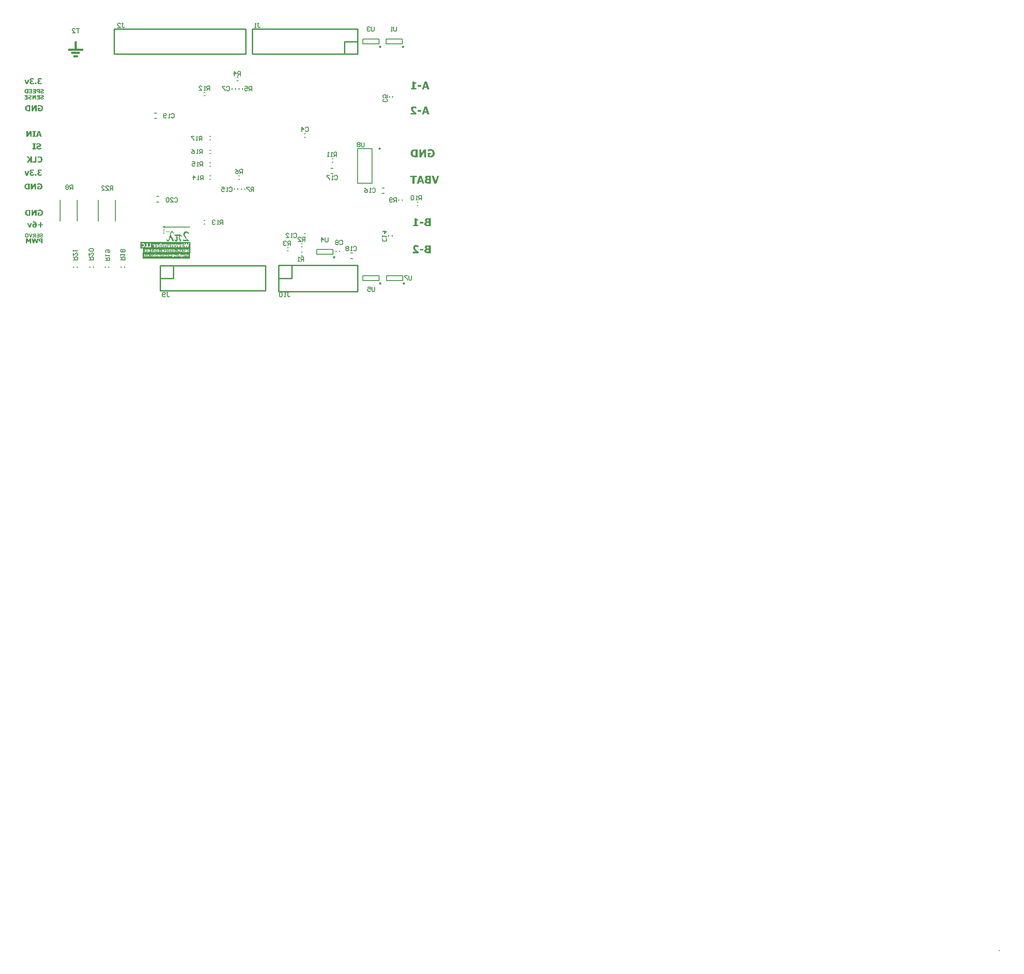
<source format=gbo>
%FSLAX25Y25*%
%MOIN*%
G70*
G01*
G75*
G04 Layer_Color=32896*
%ADD10R,0.03150X0.03347*%
%ADD11R,0.02756X0.07087*%
%ADD12R,0.03937X0.03937*%
%ADD13R,0.05118X0.03347*%
%ADD14R,0.10500X0.04300*%
%ADD15R,0.03347X0.05118*%
%ADD16R,0.03150X0.11811*%
%ADD17R,0.10000X0.04400*%
%ADD18C,0.01200*%
%ADD19C,0.00600*%
%ADD20C,0.03000*%
%ADD21C,0.02500*%
%ADD22C,0.00700*%
%ADD23C,0.03200*%
%ADD24C,0.01600*%
%ADD25C,0.02800*%
%ADD26C,0.03500*%
%ADD27C,0.02000*%
%ADD28R,0.02953X0.02953*%
%ADD29R,0.06500X0.06500*%
%ADD30C,0.06500*%
%ADD31R,0.06500X0.06500*%
%ADD32C,0.12000*%
%ADD33C,0.05000*%
%ADD34C,0.04500*%
%ADD35C,0.02600*%
%ADD36C,0.02400*%
%ADD37C,0.04400*%
%ADD38C,0.03200*%
%ADD39C,0.03000*%
%ADD40R,0.13976X0.05906*%
%ADD41R,0.02362X0.03347*%
%ADD42R,0.03347X0.03150*%
%ADD43R,0.03543X0.04921*%
%ADD44R,0.08268X0.03543*%
%ADD45R,0.08268X0.12992*%
%ADD46C,0.01000*%
%ADD47C,0.00394*%
%ADD48C,0.01500*%
%ADD49C,0.00787*%
%ADD50C,0.00800*%
%ADD51C,0.00400*%
%ADD52R,0.03950X0.04147*%
%ADD53R,0.03556X0.07887*%
%ADD54R,0.04737X0.04737*%
%ADD55R,0.05918X0.04147*%
%ADD56R,0.11300X0.05100*%
%ADD57R,0.04147X0.05918*%
%ADD58R,0.03950X0.12611*%
%ADD59R,0.10800X0.05200*%
%ADD60R,0.03753X0.03753*%
%ADD61R,0.07300X0.07300*%
%ADD62C,0.07300*%
%ADD63R,0.07300X0.07300*%
%ADD64C,0.12800*%
%ADD65C,0.05800*%
%ADD66C,0.05300*%
%ADD67C,0.03400*%
%ADD68R,0.14776X0.06706*%
%ADD69R,0.03162X0.04147*%
%ADD70R,0.04147X0.03950*%
%ADD71R,0.04343X0.05721*%
%ADD72R,0.09068X0.04343*%
%ADD73R,0.09068X0.13792*%
%ADD74C,0.00984*%
G36*
X-304782Y-55634D02*
X-304682Y-55643D01*
X-304581Y-55657D01*
X-304489Y-55675D01*
X-304402Y-55698D01*
X-304320Y-55721D01*
X-304246Y-55748D01*
X-304178Y-55771D01*
X-304118Y-55799D01*
X-304063Y-55826D01*
X-304017Y-55849D01*
X-303976Y-55872D01*
X-303949Y-55890D01*
X-303926Y-55904D01*
X-303912Y-55913D01*
X-303908Y-55918D01*
X-303839Y-55973D01*
X-303779Y-56032D01*
X-303729Y-56096D01*
X-303683Y-56156D01*
X-303647Y-56220D01*
X-303614Y-56284D01*
X-303587Y-56344D01*
X-303569Y-56403D01*
X-303550Y-56458D01*
X-303541Y-56508D01*
X-303532Y-56554D01*
X-303523Y-56595D01*
Y-56628D01*
X-303518Y-56651D01*
Y-56669D01*
Y-56673D01*
X-303527Y-56797D01*
X-303546Y-56907D01*
X-303569Y-57003D01*
X-303601Y-57090D01*
X-303633Y-57154D01*
X-303647Y-57182D01*
X-303656Y-57205D01*
X-303670Y-57223D01*
X-303674Y-57237D01*
X-303683Y-57241D01*
Y-57246D01*
X-303715Y-57287D01*
X-303756Y-57328D01*
X-303839Y-57402D01*
X-303930Y-57461D01*
X-304022Y-57516D01*
X-304105Y-57557D01*
X-304141Y-57571D01*
X-304173Y-57585D01*
X-304201Y-57599D01*
X-304219Y-57608D01*
X-304233Y-57612D01*
X-304237D01*
X-304361Y-57649D01*
X-304425Y-57667D01*
X-304480Y-57681D01*
X-304526Y-57690D01*
X-304563Y-57699D01*
X-304586Y-57708D01*
X-304595D01*
X-304663Y-57722D01*
X-304732Y-57740D01*
X-304792Y-57754D01*
X-304847Y-57763D01*
X-304892Y-57777D01*
X-304929Y-57782D01*
X-304947Y-57791D01*
X-304956D01*
X-305007Y-57805D01*
X-305053Y-57823D01*
X-305089Y-57841D01*
X-305126Y-57860D01*
X-305153Y-57878D01*
X-305172Y-57892D01*
X-305185Y-57901D01*
X-305190Y-57905D01*
X-305222Y-57937D01*
X-305250Y-57969D01*
X-305268Y-58002D01*
X-305277Y-58034D01*
X-305286Y-58066D01*
X-305291Y-58084D01*
Y-58102D01*
Y-58107D01*
X-305286Y-58148D01*
X-305282Y-58185D01*
X-305273Y-58217D01*
X-305259Y-58240D01*
X-305245Y-58263D01*
X-305236Y-58276D01*
X-305231Y-58285D01*
X-305227Y-58290D01*
X-305181Y-58331D01*
X-305131Y-58363D01*
X-305112Y-58377D01*
X-305094Y-58382D01*
X-305085Y-58391D01*
X-305080D01*
X-305053Y-58405D01*
X-305021Y-58414D01*
X-304961Y-58428D01*
X-304934Y-58437D01*
X-304911D01*
X-304897Y-58441D01*
X-304892D01*
X-304851Y-58446D01*
X-304815Y-58450D01*
X-304782D01*
X-304755Y-58455D01*
X-304704D01*
X-304599Y-58450D01*
X-304494Y-58437D01*
X-304398Y-58418D01*
X-304311Y-58400D01*
X-304233Y-58382D01*
X-304201Y-58372D01*
X-304173Y-58363D01*
X-304155Y-58354D01*
X-304137Y-58350D01*
X-304128Y-58345D01*
X-304123D01*
X-304013Y-58299D01*
X-303908Y-58244D01*
X-303816Y-58189D01*
X-303734Y-58139D01*
X-303670Y-58089D01*
X-303642Y-58070D01*
X-303619Y-58052D01*
X-303596Y-58034D01*
X-303582Y-58025D01*
X-303578Y-58020D01*
X-303573Y-58015D01*
X-303500D01*
Y-58808D01*
X-303688Y-58881D01*
X-303775Y-58908D01*
X-303857Y-58936D01*
X-303926Y-58959D01*
X-303958Y-58968D01*
X-303981Y-58973D01*
X-304004Y-58977D01*
X-304017Y-58982D01*
X-304027Y-58986D01*
X-304031D01*
X-304141Y-59009D01*
X-304256Y-59027D01*
X-304370Y-59041D01*
X-304475Y-59050D01*
X-304521Y-59055D01*
X-304604D01*
X-304636Y-59060D01*
X-304700D01*
X-304819Y-59055D01*
X-304934Y-59046D01*
X-305044Y-59032D01*
X-305144Y-59014D01*
X-305236Y-58991D01*
X-305323Y-58963D01*
X-305401Y-58941D01*
X-305474Y-58908D01*
X-305534Y-58881D01*
X-305593Y-58858D01*
X-305639Y-58830D01*
X-305680Y-58808D01*
X-305708Y-58789D01*
X-305731Y-58776D01*
X-305744Y-58766D01*
X-305749Y-58762D01*
X-305818Y-58702D01*
X-305877Y-58643D01*
X-305927Y-58574D01*
X-305973Y-58510D01*
X-306010Y-58446D01*
X-306042Y-58377D01*
X-306069Y-58313D01*
X-306088Y-58254D01*
X-306106Y-58194D01*
X-306120Y-58139D01*
X-306124Y-58093D01*
X-306134Y-58052D01*
Y-58015D01*
X-306138Y-57992D01*
Y-57974D01*
Y-57969D01*
X-306129Y-57846D01*
X-306111Y-57736D01*
X-306083Y-57640D01*
X-306056Y-57562D01*
X-306024Y-57498D01*
X-305996Y-57452D01*
X-305982Y-57438D01*
X-305978Y-57424D01*
X-305969Y-57415D01*
X-305900Y-57342D01*
X-305818Y-57273D01*
X-305731Y-57214D01*
X-305648Y-57168D01*
X-305575Y-57127D01*
X-305543Y-57113D01*
X-305511Y-57099D01*
X-305488Y-57090D01*
X-305469Y-57081D01*
X-305460Y-57076D01*
X-305456D01*
X-305392Y-57054D01*
X-305327Y-57035D01*
X-305273Y-57021D01*
X-305222Y-57008D01*
X-305181Y-56994D01*
X-305149Y-56985D01*
X-305131Y-56980D01*
X-305121D01*
X-305007Y-56953D01*
X-304952Y-56939D01*
X-304906Y-56930D01*
X-304860Y-56921D01*
X-304828Y-56911D01*
X-304810Y-56907D01*
X-304801D01*
X-304714Y-56884D01*
X-304640Y-56861D01*
X-304576Y-56838D01*
X-304531Y-56820D01*
X-304494Y-56802D01*
X-304471Y-56788D01*
X-304457Y-56779D01*
X-304453Y-56774D01*
X-304425Y-56742D01*
X-304402Y-56710D01*
X-304388Y-56678D01*
X-304375Y-56646D01*
X-304370Y-56614D01*
X-304366Y-56591D01*
Y-56577D01*
Y-56573D01*
X-304370Y-56541D01*
X-304375Y-56513D01*
X-304393Y-56463D01*
X-304402Y-56444D01*
X-304411Y-56431D01*
X-304421Y-56422D01*
Y-56417D01*
X-304466Y-56371D01*
X-304508Y-56339D01*
X-304526Y-56325D01*
X-304540Y-56316D01*
X-304549Y-56312D01*
X-304553D01*
X-304622Y-56284D01*
X-304682Y-56266D01*
X-304704Y-56257D01*
X-304723D01*
X-304732Y-56252D01*
X-304737D01*
X-304805Y-56243D01*
X-304869Y-56234D01*
X-304934D01*
X-305039Y-56238D01*
X-305135Y-56252D01*
X-305227Y-56270D01*
X-305309Y-56289D01*
X-305378Y-56307D01*
X-305410Y-56316D01*
X-305433Y-56325D01*
X-305451Y-56334D01*
X-305465Y-56339D01*
X-305474Y-56344D01*
X-305479D01*
X-305575Y-56385D01*
X-305662Y-56431D01*
X-305740Y-56476D01*
X-305804Y-56518D01*
X-305854Y-56554D01*
X-305895Y-56582D01*
X-305918Y-56600D01*
X-305927Y-56609D01*
X-306005D01*
Y-55853D01*
X-305914Y-55817D01*
X-305827Y-55785D01*
X-305735Y-55757D01*
X-305653Y-55734D01*
X-305584Y-55716D01*
X-305552Y-55712D01*
X-305529Y-55702D01*
X-305506Y-55698D01*
X-305492D01*
X-305483Y-55693D01*
X-305479D01*
X-305369Y-55670D01*
X-305263Y-55657D01*
X-305163Y-55643D01*
X-305076Y-55638D01*
X-305002Y-55634D01*
X-304970Y-55629D01*
X-304892D01*
X-304782Y-55634D01*
D02*
G37*
G36*
X-315761Y-59000D02*
X-318000D01*
Y-58368D01*
X-316590D01*
Y-57534D01*
X-317890D01*
Y-56902D01*
X-316590D01*
Y-56321D01*
X-318000D01*
Y-55689D01*
X-315761D01*
Y-59000D01*
D02*
G37*
G36*
X-312462Y-107000D02*
X-313600D01*
Y-105475D01*
X-313819Y-105169D01*
X-315050Y-107000D01*
X-316419D01*
X-314738Y-104581D01*
X-316350Y-102481D01*
X-315037D01*
X-313600Y-104500D01*
Y-102481D01*
X-312462D01*
Y-107000D01*
D02*
G37*
G36*
X-313979Y-55634D02*
X-313878Y-55643D01*
X-313777Y-55657D01*
X-313686Y-55675D01*
X-313599Y-55698D01*
X-313516Y-55721D01*
X-313443Y-55748D01*
X-313374Y-55771D01*
X-313315Y-55799D01*
X-313260Y-55826D01*
X-313214Y-55849D01*
X-313173Y-55872D01*
X-313145Y-55890D01*
X-313123Y-55904D01*
X-313109Y-55913D01*
X-313104Y-55918D01*
X-313036Y-55973D01*
X-312976Y-56032D01*
X-312926Y-56096D01*
X-312880Y-56156D01*
X-312843Y-56220D01*
X-312811Y-56284D01*
X-312784Y-56344D01*
X-312765Y-56403D01*
X-312747Y-56458D01*
X-312738Y-56508D01*
X-312729Y-56554D01*
X-312719Y-56595D01*
Y-56628D01*
X-312715Y-56651D01*
Y-56669D01*
Y-56673D01*
X-312724Y-56797D01*
X-312742Y-56907D01*
X-312765Y-57003D01*
X-312797Y-57090D01*
X-312829Y-57154D01*
X-312843Y-57182D01*
X-312852Y-57205D01*
X-312866Y-57223D01*
X-312871Y-57237D01*
X-312880Y-57241D01*
Y-57246D01*
X-312912Y-57287D01*
X-312953Y-57328D01*
X-313036Y-57402D01*
X-313127Y-57461D01*
X-313219Y-57516D01*
X-313301Y-57557D01*
X-313338Y-57571D01*
X-313370Y-57585D01*
X-313397Y-57599D01*
X-313416Y-57608D01*
X-313429Y-57612D01*
X-313434D01*
X-313558Y-57649D01*
X-313622Y-57667D01*
X-313677Y-57681D01*
X-313723Y-57690D01*
X-313759Y-57699D01*
X-313782Y-57708D01*
X-313791D01*
X-313860Y-57722D01*
X-313929Y-57740D01*
X-313988Y-57754D01*
X-314043Y-57763D01*
X-314089Y-57777D01*
X-314126Y-57782D01*
X-314144Y-57791D01*
X-314153D01*
X-314204Y-57805D01*
X-314249Y-57823D01*
X-314286Y-57841D01*
X-314322Y-57860D01*
X-314350Y-57878D01*
X-314368Y-57892D01*
X-314382Y-57901D01*
X-314387Y-57905D01*
X-314419Y-57937D01*
X-314446Y-57969D01*
X-314464Y-58002D01*
X-314474Y-58034D01*
X-314483Y-58066D01*
X-314487Y-58084D01*
Y-58102D01*
Y-58107D01*
X-314483Y-58148D01*
X-314478Y-58185D01*
X-314469Y-58217D01*
X-314455Y-58240D01*
X-314442Y-58263D01*
X-314433Y-58276D01*
X-314428Y-58285D01*
X-314423Y-58290D01*
X-314377Y-58331D01*
X-314327Y-58363D01*
X-314309Y-58377D01*
X-314290Y-58382D01*
X-314281Y-58391D01*
X-314277D01*
X-314249Y-58405D01*
X-314217Y-58414D01*
X-314158Y-58428D01*
X-314130Y-58437D01*
X-314107D01*
X-314093Y-58441D01*
X-314089D01*
X-314048Y-58446D01*
X-314011Y-58450D01*
X-313979D01*
X-313952Y-58455D01*
X-313901D01*
X-313796Y-58450D01*
X-313690Y-58437D01*
X-313594Y-58418D01*
X-313507Y-58400D01*
X-313429Y-58382D01*
X-313397Y-58372D01*
X-313370Y-58363D01*
X-313352Y-58354D01*
X-313333Y-58350D01*
X-313324Y-58345D01*
X-313319D01*
X-313210Y-58299D01*
X-313104Y-58244D01*
X-313013Y-58189D01*
X-312930Y-58139D01*
X-312866Y-58089D01*
X-312839Y-58070D01*
X-312816Y-58052D01*
X-312793Y-58034D01*
X-312779Y-58025D01*
X-312774Y-58020D01*
X-312770Y-58015D01*
X-312697D01*
Y-58808D01*
X-312884Y-58881D01*
X-312971Y-58908D01*
X-313054Y-58936D01*
X-313123Y-58959D01*
X-313155Y-58968D01*
X-313177Y-58973D01*
X-313200Y-58977D01*
X-313214Y-58982D01*
X-313223Y-58986D01*
X-313228D01*
X-313338Y-59009D01*
X-313452Y-59027D01*
X-313567Y-59041D01*
X-313672Y-59050D01*
X-313718Y-59055D01*
X-313800D01*
X-313832Y-59060D01*
X-313897D01*
X-314016Y-59055D01*
X-314130Y-59046D01*
X-314240Y-59032D01*
X-314341Y-59014D01*
X-314433Y-58991D01*
X-314520Y-58963D01*
X-314597Y-58941D01*
X-314671Y-58908D01*
X-314730Y-58881D01*
X-314790Y-58858D01*
X-314836Y-58830D01*
X-314877Y-58808D01*
X-314904Y-58789D01*
X-314927Y-58776D01*
X-314941Y-58766D01*
X-314945Y-58762D01*
X-315014Y-58702D01*
X-315074Y-58643D01*
X-315124Y-58574D01*
X-315170Y-58510D01*
X-315207Y-58446D01*
X-315238Y-58377D01*
X-315266Y-58313D01*
X-315284Y-58254D01*
X-315303Y-58194D01*
X-315316Y-58139D01*
X-315321Y-58093D01*
X-315330Y-58052D01*
Y-58015D01*
X-315335Y-57992D01*
Y-57974D01*
Y-57969D01*
X-315326Y-57846D01*
X-315307Y-57736D01*
X-315280Y-57640D01*
X-315252Y-57562D01*
X-315220Y-57498D01*
X-315193Y-57452D01*
X-315179Y-57438D01*
X-315174Y-57424D01*
X-315165Y-57415D01*
X-315097Y-57342D01*
X-315014Y-57273D01*
X-314927Y-57214D01*
X-314845Y-57168D01*
X-314771Y-57127D01*
X-314739Y-57113D01*
X-314707Y-57099D01*
X-314684Y-57090D01*
X-314666Y-57081D01*
X-314657Y-57076D01*
X-314652D01*
X-314588Y-57054D01*
X-314524Y-57035D01*
X-314469Y-57021D01*
X-314419Y-57008D01*
X-314377Y-56994D01*
X-314345Y-56985D01*
X-314327Y-56980D01*
X-314318D01*
X-314204Y-56953D01*
X-314148Y-56939D01*
X-314103Y-56930D01*
X-314057Y-56921D01*
X-314025Y-56911D01*
X-314006Y-56907D01*
X-313997D01*
X-313910Y-56884D01*
X-313837Y-56861D01*
X-313773Y-56838D01*
X-313727Y-56820D01*
X-313690Y-56802D01*
X-313668Y-56788D01*
X-313654Y-56779D01*
X-313649Y-56774D01*
X-313622Y-56742D01*
X-313599Y-56710D01*
X-313585Y-56678D01*
X-313571Y-56646D01*
X-313567Y-56614D01*
X-313562Y-56591D01*
Y-56577D01*
Y-56573D01*
X-313567Y-56541D01*
X-313571Y-56513D01*
X-313590Y-56463D01*
X-313599Y-56444D01*
X-313608Y-56431D01*
X-313617Y-56422D01*
Y-56417D01*
X-313663Y-56371D01*
X-313704Y-56339D01*
X-313723Y-56325D01*
X-313736Y-56316D01*
X-313745Y-56312D01*
X-313750D01*
X-313819Y-56284D01*
X-313878Y-56266D01*
X-313901Y-56257D01*
X-313919D01*
X-313929Y-56252D01*
X-313933D01*
X-314002Y-56243D01*
X-314066Y-56234D01*
X-314130D01*
X-314235Y-56238D01*
X-314332Y-56252D01*
X-314423Y-56270D01*
X-314506Y-56289D01*
X-314574Y-56307D01*
X-314606Y-56316D01*
X-314629Y-56325D01*
X-314648Y-56334D01*
X-314662Y-56339D01*
X-314671Y-56344D01*
X-314675D01*
X-314771Y-56385D01*
X-314858Y-56431D01*
X-314936Y-56476D01*
X-315000Y-56518D01*
X-315051Y-56554D01*
X-315092Y-56582D01*
X-315115Y-56600D01*
X-315124Y-56609D01*
X-315202D01*
Y-55853D01*
X-315110Y-55817D01*
X-315023Y-55785D01*
X-314932Y-55757D01*
X-314849Y-55734D01*
X-314780Y-55716D01*
X-314749Y-55712D01*
X-314726Y-55702D01*
X-314703Y-55698D01*
X-314689D01*
X-314680Y-55693D01*
X-314675D01*
X-314565Y-55670D01*
X-314460Y-55657D01*
X-314359Y-55643D01*
X-314272Y-55638D01*
X-314199Y-55634D01*
X-314167Y-55629D01*
X-314089D01*
X-313979Y-55634D01*
D02*
G37*
G36*
X-304782Y-51134D02*
X-304682Y-51143D01*
X-304581Y-51157D01*
X-304489Y-51175D01*
X-304402Y-51198D01*
X-304320Y-51221D01*
X-304246Y-51248D01*
X-304178Y-51271D01*
X-304118Y-51299D01*
X-304063Y-51326D01*
X-304017Y-51349D01*
X-303976Y-51372D01*
X-303949Y-51390D01*
X-303926Y-51404D01*
X-303912Y-51413D01*
X-303908Y-51418D01*
X-303839Y-51473D01*
X-303779Y-51532D01*
X-303729Y-51596D01*
X-303683Y-51656D01*
X-303647Y-51720D01*
X-303614Y-51784D01*
X-303587Y-51844D01*
X-303569Y-51903D01*
X-303550Y-51958D01*
X-303541Y-52008D01*
X-303532Y-52054D01*
X-303523Y-52096D01*
Y-52128D01*
X-303518Y-52150D01*
Y-52169D01*
Y-52173D01*
X-303527Y-52297D01*
X-303546Y-52407D01*
X-303569Y-52503D01*
X-303601Y-52590D01*
X-303633Y-52654D01*
X-303647Y-52682D01*
X-303656Y-52705D01*
X-303670Y-52723D01*
X-303674Y-52737D01*
X-303683Y-52741D01*
Y-52746D01*
X-303715Y-52787D01*
X-303756Y-52828D01*
X-303839Y-52902D01*
X-303930Y-52961D01*
X-304022Y-53016D01*
X-304105Y-53057D01*
X-304141Y-53071D01*
X-304173Y-53085D01*
X-304201Y-53098D01*
X-304219Y-53108D01*
X-304233Y-53112D01*
X-304237D01*
X-304361Y-53149D01*
X-304425Y-53167D01*
X-304480Y-53181D01*
X-304526Y-53190D01*
X-304563Y-53199D01*
X-304586Y-53208D01*
X-304595D01*
X-304663Y-53222D01*
X-304732Y-53241D01*
X-304792Y-53254D01*
X-304847Y-53263D01*
X-304892Y-53277D01*
X-304929Y-53282D01*
X-304947Y-53291D01*
X-304956D01*
X-305007Y-53305D01*
X-305053Y-53323D01*
X-305089Y-53341D01*
X-305126Y-53360D01*
X-305153Y-53378D01*
X-305172Y-53392D01*
X-305185Y-53401D01*
X-305190Y-53405D01*
X-305222Y-53437D01*
X-305250Y-53470D01*
X-305268Y-53502D01*
X-305277Y-53534D01*
X-305286Y-53566D01*
X-305291Y-53584D01*
Y-53602D01*
Y-53607D01*
X-305286Y-53648D01*
X-305282Y-53685D01*
X-305273Y-53717D01*
X-305259Y-53740D01*
X-305245Y-53763D01*
X-305236Y-53776D01*
X-305231Y-53786D01*
X-305227Y-53790D01*
X-305181Y-53831D01*
X-305131Y-53863D01*
X-305112Y-53877D01*
X-305094Y-53882D01*
X-305085Y-53891D01*
X-305080D01*
X-305053Y-53905D01*
X-305021Y-53914D01*
X-304961Y-53927D01*
X-304934Y-53937D01*
X-304911D01*
X-304897Y-53941D01*
X-304892D01*
X-304851Y-53946D01*
X-304815Y-53950D01*
X-304782D01*
X-304755Y-53955D01*
X-304704D01*
X-304599Y-53950D01*
X-304494Y-53937D01*
X-304398Y-53918D01*
X-304311Y-53900D01*
X-304233Y-53882D01*
X-304201Y-53873D01*
X-304173Y-53863D01*
X-304155Y-53854D01*
X-304137Y-53850D01*
X-304128Y-53845D01*
X-304123D01*
X-304013Y-53799D01*
X-303908Y-53744D01*
X-303816Y-53689D01*
X-303734Y-53639D01*
X-303670Y-53589D01*
X-303642Y-53570D01*
X-303619Y-53552D01*
X-303596Y-53534D01*
X-303582Y-53525D01*
X-303578Y-53520D01*
X-303573Y-53515D01*
X-303500D01*
Y-54308D01*
X-303688Y-54381D01*
X-303775Y-54408D01*
X-303857Y-54436D01*
X-303926Y-54459D01*
X-303958Y-54468D01*
X-303981Y-54473D01*
X-304004Y-54477D01*
X-304017Y-54482D01*
X-304027Y-54486D01*
X-304031D01*
X-304141Y-54509D01*
X-304256Y-54527D01*
X-304370Y-54541D01*
X-304475Y-54550D01*
X-304521Y-54555D01*
X-304604D01*
X-304636Y-54559D01*
X-304700D01*
X-304819Y-54555D01*
X-304934Y-54546D01*
X-305044Y-54532D01*
X-305144Y-54514D01*
X-305236Y-54491D01*
X-305323Y-54463D01*
X-305401Y-54440D01*
X-305474Y-54408D01*
X-305534Y-54381D01*
X-305593Y-54358D01*
X-305639Y-54330D01*
X-305680Y-54308D01*
X-305708Y-54289D01*
X-305731Y-54276D01*
X-305744Y-54266D01*
X-305749Y-54262D01*
X-305818Y-54202D01*
X-305877Y-54143D01*
X-305927Y-54074D01*
X-305973Y-54010D01*
X-306010Y-53946D01*
X-306042Y-53877D01*
X-306069Y-53813D01*
X-306088Y-53754D01*
X-306106Y-53694D01*
X-306120Y-53639D01*
X-306124Y-53593D01*
X-306134Y-53552D01*
Y-53515D01*
X-306138Y-53492D01*
Y-53474D01*
Y-53470D01*
X-306129Y-53346D01*
X-306111Y-53236D01*
X-306083Y-53140D01*
X-306056Y-53062D01*
X-306024Y-52998D01*
X-305996Y-52952D01*
X-305982Y-52938D01*
X-305978Y-52925D01*
X-305969Y-52915D01*
X-305900Y-52842D01*
X-305818Y-52773D01*
X-305731Y-52714D01*
X-305648Y-52668D01*
X-305575Y-52627D01*
X-305543Y-52613D01*
X-305511Y-52599D01*
X-305488Y-52590D01*
X-305469Y-52581D01*
X-305460Y-52576D01*
X-305456D01*
X-305392Y-52553D01*
X-305327Y-52535D01*
X-305273Y-52521D01*
X-305222Y-52508D01*
X-305181Y-52494D01*
X-305149Y-52485D01*
X-305131Y-52480D01*
X-305121D01*
X-305007Y-52453D01*
X-304952Y-52439D01*
X-304906Y-52430D01*
X-304860Y-52421D01*
X-304828Y-52412D01*
X-304810Y-52407D01*
X-304801D01*
X-304714Y-52384D01*
X-304640Y-52361D01*
X-304576Y-52338D01*
X-304531Y-52320D01*
X-304494Y-52302D01*
X-304471Y-52288D01*
X-304457Y-52279D01*
X-304453Y-52274D01*
X-304425Y-52242D01*
X-304402Y-52210D01*
X-304388Y-52178D01*
X-304375Y-52146D01*
X-304370Y-52114D01*
X-304366Y-52091D01*
Y-52077D01*
Y-52073D01*
X-304370Y-52040D01*
X-304375Y-52013D01*
X-304393Y-51963D01*
X-304402Y-51944D01*
X-304411Y-51931D01*
X-304421Y-51921D01*
Y-51917D01*
X-304466Y-51871D01*
X-304508Y-51839D01*
X-304526Y-51825D01*
X-304540Y-51816D01*
X-304549Y-51811D01*
X-304553D01*
X-304622Y-51784D01*
X-304682Y-51766D01*
X-304704Y-51757D01*
X-304723D01*
X-304732Y-51752D01*
X-304737D01*
X-304805Y-51743D01*
X-304869Y-51734D01*
X-304934D01*
X-305039Y-51738D01*
X-305135Y-51752D01*
X-305227Y-51770D01*
X-305309Y-51789D01*
X-305378Y-51807D01*
X-305410Y-51816D01*
X-305433Y-51825D01*
X-305451Y-51834D01*
X-305465Y-51839D01*
X-305474Y-51844D01*
X-305479D01*
X-305575Y-51885D01*
X-305662Y-51931D01*
X-305740Y-51976D01*
X-305804Y-52018D01*
X-305854Y-52054D01*
X-305895Y-52082D01*
X-305918Y-52100D01*
X-305927Y-52109D01*
X-306005D01*
Y-51354D01*
X-305914Y-51317D01*
X-305827Y-51285D01*
X-305735Y-51257D01*
X-305653Y-51235D01*
X-305584Y-51216D01*
X-305552Y-51212D01*
X-305529Y-51202D01*
X-305506Y-51198D01*
X-305492D01*
X-305483Y-51193D01*
X-305479D01*
X-305369Y-51170D01*
X-305263Y-51157D01*
X-305163Y-51143D01*
X-305076Y-51138D01*
X-305002Y-51134D01*
X-304970Y-51129D01*
X-304892D01*
X-304782Y-51134D01*
D02*
G37*
G36*
X-315161Y-54500D02*
X-316319D01*
X-316439Y-54491D01*
X-316548Y-54486D01*
X-316645Y-54477D01*
X-316686Y-54473D01*
X-316722Y-54468D01*
X-316755Y-54463D01*
X-316787D01*
X-316805Y-54459D01*
X-316823Y-54454D01*
X-316837D01*
X-316951Y-54431D01*
X-317057Y-54399D01*
X-317148Y-54367D01*
X-317235Y-54330D01*
X-317304Y-54294D01*
X-317332Y-54280D01*
X-317354Y-54266D01*
X-317373Y-54253D01*
X-317387Y-54248D01*
X-317396Y-54239D01*
X-317400D01*
X-317510Y-54157D01*
X-317611Y-54070D01*
X-317698Y-53973D01*
X-317771Y-53886D01*
X-317831Y-53804D01*
X-317854Y-53772D01*
X-317872Y-53740D01*
X-317890Y-53717D01*
X-317899Y-53694D01*
X-317909Y-53685D01*
Y-53680D01*
X-317945Y-53611D01*
X-317977Y-53538D01*
X-318028Y-53396D01*
X-318064Y-53259D01*
X-318087Y-53126D01*
X-318096Y-53071D01*
X-318106Y-53016D01*
X-318110Y-52970D01*
Y-52929D01*
X-318115Y-52897D01*
Y-52869D01*
Y-52856D01*
Y-52851D01*
X-318106Y-52677D01*
X-318083Y-52517D01*
X-318069Y-52444D01*
X-318055Y-52375D01*
X-318037Y-52311D01*
X-318019Y-52256D01*
X-318000Y-52201D01*
X-317982Y-52155D01*
X-317968Y-52114D01*
X-317954Y-52082D01*
X-317941Y-52054D01*
X-317932Y-52031D01*
X-317927Y-52022D01*
X-317922Y-52018D01*
X-317845Y-51889D01*
X-317762Y-51780D01*
X-317680Y-51679D01*
X-317597Y-51601D01*
X-317524Y-51537D01*
X-317492Y-51509D01*
X-317464Y-51486D01*
X-317442Y-51473D01*
X-317423Y-51459D01*
X-317414Y-51454D01*
X-317409Y-51450D01*
X-317309Y-51390D01*
X-317208Y-51344D01*
X-317112Y-51308D01*
X-317025Y-51280D01*
X-316947Y-51257D01*
X-316915Y-51248D01*
X-316887Y-51244D01*
X-316869Y-51239D01*
X-316851Y-51235D01*
X-316837D01*
X-316722Y-51221D01*
X-316608Y-51207D01*
X-316498Y-51198D01*
X-316397Y-51193D01*
X-316352D01*
X-316315Y-51189D01*
X-315161D01*
Y-54500D01*
D02*
G37*
G36*
X-306564Y-59000D02*
X-308804D01*
Y-58368D01*
X-307393D01*
Y-57534D01*
X-308694D01*
Y-56902D01*
X-307393D01*
Y-56321D01*
X-308804D01*
Y-55689D01*
X-306564D01*
Y-59000D01*
D02*
G37*
G36*
X-309367D02*
X-310127D01*
Y-56692D01*
X-311401Y-59000D01*
X-312202D01*
Y-55689D01*
X-311442D01*
Y-57589D01*
X-310384Y-55689D01*
X-309367D01*
Y-59000D01*
D02*
G37*
G36*
X-306413Y-112394D02*
X-306262Y-112400D01*
X-306125Y-112419D01*
X-306006Y-112431D01*
X-305900Y-112450D01*
X-305862Y-112456D01*
X-305825Y-112469D01*
X-305794Y-112475D01*
X-305775D01*
X-305763Y-112481D01*
X-305756D01*
X-305619Y-112519D01*
X-305494Y-112550D01*
X-305387Y-112581D01*
X-305294Y-112612D01*
X-305225Y-112637D01*
X-305175Y-112656D01*
X-305144Y-112669D01*
X-305131Y-112675D01*
Y-113637D01*
X-305225D01*
X-305250Y-113619D01*
X-305281Y-113606D01*
X-305350Y-113569D01*
X-305381Y-113550D01*
X-305400Y-113538D01*
X-305419Y-113525D01*
X-305425D01*
X-305525Y-113475D01*
X-305575Y-113450D01*
X-305612Y-113431D01*
X-305644Y-113419D01*
X-305675Y-113406D01*
X-305687Y-113400D01*
X-305694D01*
X-305813Y-113356D01*
X-305869Y-113344D01*
X-305919Y-113325D01*
X-305962Y-113312D01*
X-305994Y-113306D01*
X-306019Y-113300D01*
X-306025D01*
X-306150Y-113275D01*
X-306212Y-113269D01*
X-306262Y-113262D01*
X-306306Y-113256D01*
X-306450D01*
X-306531Y-113262D01*
X-306562Y-113269D01*
X-306588D01*
X-306606Y-113275D01*
X-306612D01*
X-306719Y-113294D01*
X-306763Y-113306D01*
X-306800Y-113319D01*
X-306825Y-113331D01*
X-306850Y-113344D01*
X-306862Y-113350D01*
X-306869D01*
X-306931Y-113394D01*
X-306981Y-113437D01*
X-307013Y-113475D01*
X-307025Y-113481D01*
Y-113488D01*
X-307050Y-113519D01*
X-307063Y-113556D01*
X-307087Y-113631D01*
Y-113663D01*
X-307094Y-113681D01*
Y-113700D01*
Y-113706D01*
Y-113769D01*
X-307081Y-113825D01*
X-307075Y-113875D01*
X-307063Y-113919D01*
X-307050Y-113950D01*
X-307037Y-113975D01*
X-307031Y-113988D01*
X-307025Y-113994D01*
X-306969Y-114062D01*
X-306900Y-114106D01*
X-306875Y-114125D01*
X-306850Y-114137D01*
X-306838Y-114150D01*
X-306831D01*
X-306737Y-114188D01*
X-306638Y-114206D01*
X-306600Y-114219D01*
X-306569D01*
X-306544Y-114225D01*
X-306538D01*
X-306406Y-114231D01*
X-306344D01*
X-306288Y-114237D01*
X-305988D01*
Y-115025D01*
X-306419D01*
X-306463Y-115031D01*
X-306538D01*
X-306612Y-115038D01*
X-306681Y-115044D01*
X-306737Y-115056D01*
X-306787Y-115062D01*
X-306831Y-115075D01*
X-306862Y-115087D01*
X-306881Y-115094D01*
X-306888D01*
X-306988Y-115138D01*
X-307025Y-115169D01*
X-307056Y-115194D01*
X-307081Y-115219D01*
X-307100Y-115237D01*
X-307113Y-115250D01*
X-307119Y-115256D01*
X-307150Y-115300D01*
X-307175Y-115350D01*
X-307188Y-115400D01*
X-307200Y-115450D01*
X-307206Y-115494D01*
X-307212Y-115531D01*
Y-115556D01*
Y-115562D01*
Y-115638D01*
X-307200Y-115700D01*
X-307194Y-115756D01*
X-307181Y-115800D01*
X-307169Y-115838D01*
X-307162Y-115863D01*
X-307150Y-115875D01*
Y-115881D01*
X-307100Y-115956D01*
X-307044Y-116019D01*
X-307019Y-116037D01*
X-307000Y-116056D01*
X-306988Y-116062D01*
X-306981Y-116069D01*
X-306931Y-116100D01*
X-306875Y-116131D01*
X-306769Y-116169D01*
X-306725Y-116188D01*
X-306687Y-116194D01*
X-306663Y-116200D01*
X-306656D01*
X-306519Y-116212D01*
X-306463Y-116219D01*
X-306406D01*
X-306363Y-116225D01*
X-306300D01*
X-306194Y-116219D01*
X-306087Y-116206D01*
X-305988Y-116188D01*
X-305894Y-116169D01*
X-305806Y-116150D01*
X-305744Y-116131D01*
X-305719Y-116125D01*
X-305700Y-116119D01*
X-305694Y-116112D01*
X-305687D01*
X-305569Y-116069D01*
X-305456Y-116019D01*
X-305356Y-115969D01*
X-305275Y-115925D01*
X-305200Y-115887D01*
X-305150Y-115856D01*
X-305119Y-115838D01*
X-305106Y-115831D01*
X-305000D01*
Y-116813D01*
X-305094Y-116850D01*
X-305194Y-116887D01*
X-305294Y-116919D01*
X-305387Y-116950D01*
X-305475Y-116975D01*
X-305544Y-116994D01*
X-305569Y-117000D01*
X-305588D01*
X-305600Y-117006D01*
X-305606D01*
X-305756Y-117037D01*
X-305912Y-117056D01*
X-306063Y-117075D01*
X-306206Y-117081D01*
X-306269Y-117087D01*
X-306331D01*
X-306381Y-117094D01*
X-306519D01*
X-306687Y-117087D01*
X-306838Y-117075D01*
X-306969Y-117062D01*
X-307081Y-117044D01*
X-307175Y-117025D01*
X-307212Y-117019D01*
X-307244Y-117006D01*
X-307269Y-117000D01*
X-307288D01*
X-307294Y-116994D01*
X-307300D01*
X-307419Y-116950D01*
X-307525Y-116906D01*
X-307619Y-116856D01*
X-307706Y-116806D01*
X-307769Y-116769D01*
X-307819Y-116731D01*
X-307850Y-116706D01*
X-307862Y-116700D01*
X-307944Y-116625D01*
X-308019Y-116550D01*
X-308081Y-116469D01*
X-308131Y-116400D01*
X-308175Y-116331D01*
X-308200Y-116281D01*
X-308219Y-116250D01*
X-308225Y-116237D01*
X-308269Y-116131D01*
X-308300Y-116025D01*
X-308319Y-115925D01*
X-308337Y-115831D01*
X-308344Y-115750D01*
X-308350Y-115688D01*
Y-115663D01*
Y-115644D01*
Y-115638D01*
Y-115631D01*
X-308344Y-115538D01*
X-308337Y-115456D01*
X-308319Y-115375D01*
X-308306Y-115313D01*
X-308288Y-115262D01*
X-308269Y-115219D01*
X-308262Y-115194D01*
X-308256Y-115188D01*
X-308219Y-115119D01*
X-308188Y-115062D01*
X-308144Y-115006D01*
X-308113Y-114962D01*
X-308081Y-114931D01*
X-308056Y-114900D01*
X-308037Y-114887D01*
X-308031Y-114881D01*
X-307975Y-114838D01*
X-307925Y-114794D01*
X-307875Y-114762D01*
X-307825Y-114737D01*
X-307787Y-114719D01*
X-307756Y-114706D01*
X-307737Y-114694D01*
X-307731D01*
X-307619Y-114656D01*
X-307569Y-114644D01*
X-307519Y-114631D01*
X-307481Y-114625D01*
X-307444Y-114619D01*
X-307425Y-114612D01*
X-307419D01*
Y-114569D01*
X-307550Y-114525D01*
X-307663Y-114475D01*
X-307763Y-114412D01*
X-307850Y-114350D01*
X-307919Y-114287D01*
X-307969Y-114237D01*
X-307994Y-114206D01*
X-308006Y-114194D01*
X-308081Y-114081D01*
X-308137Y-113969D01*
X-308175Y-113856D01*
X-308206Y-113750D01*
X-308219Y-113656D01*
X-308225Y-113581D01*
X-308231Y-113556D01*
Y-113538D01*
Y-113525D01*
Y-113519D01*
X-308225Y-113419D01*
X-308212Y-113325D01*
X-308194Y-113244D01*
X-308175Y-113169D01*
X-308150Y-113106D01*
X-308131Y-113063D01*
X-308119Y-113038D01*
X-308113Y-113025D01*
X-308069Y-112944D01*
X-308013Y-112875D01*
X-307956Y-112812D01*
X-307900Y-112762D01*
X-307850Y-112719D01*
X-307806Y-112688D01*
X-307781Y-112669D01*
X-307769Y-112662D01*
X-307687Y-112619D01*
X-307600Y-112575D01*
X-307512Y-112544D01*
X-307437Y-112513D01*
X-307369Y-112494D01*
X-307312Y-112475D01*
X-307275Y-112462D01*
X-307262D01*
X-307150Y-112437D01*
X-307031Y-112419D01*
X-306912Y-112406D01*
X-306800Y-112394D01*
X-306706D01*
X-306669Y-112388D01*
X-306562D01*
X-306413Y-112394D01*
D02*
G37*
G36*
X-314181Y-127500D02*
X-315762D01*
X-315925Y-127488D01*
X-316075Y-127481D01*
X-316206Y-127469D01*
X-316263Y-127462D01*
X-316313Y-127456D01*
X-316356Y-127450D01*
X-316400D01*
X-316425Y-127444D01*
X-316450Y-127437D01*
X-316469D01*
X-316625Y-127406D01*
X-316769Y-127363D01*
X-316894Y-127319D01*
X-317013Y-127269D01*
X-317106Y-127219D01*
X-317144Y-127200D01*
X-317175Y-127181D01*
X-317200Y-127163D01*
X-317219Y-127156D01*
X-317231Y-127144D01*
X-317237D01*
X-317388Y-127031D01*
X-317525Y-126912D01*
X-317644Y-126781D01*
X-317744Y-126663D01*
X-317825Y-126550D01*
X-317856Y-126506D01*
X-317881Y-126462D01*
X-317906Y-126431D01*
X-317919Y-126400D01*
X-317931Y-126388D01*
Y-126381D01*
X-317981Y-126287D01*
X-318025Y-126188D01*
X-318094Y-125994D01*
X-318144Y-125806D01*
X-318175Y-125625D01*
X-318187Y-125550D01*
X-318200Y-125475D01*
X-318206Y-125412D01*
Y-125356D01*
X-318213Y-125312D01*
Y-125275D01*
Y-125256D01*
Y-125250D01*
X-318200Y-125013D01*
X-318169Y-124794D01*
X-318150Y-124694D01*
X-318131Y-124600D01*
X-318106Y-124513D01*
X-318081Y-124437D01*
X-318056Y-124363D01*
X-318031Y-124300D01*
X-318012Y-124244D01*
X-317994Y-124200D01*
X-317975Y-124162D01*
X-317963Y-124131D01*
X-317956Y-124119D01*
X-317950Y-124112D01*
X-317844Y-123937D01*
X-317731Y-123787D01*
X-317619Y-123650D01*
X-317506Y-123544D01*
X-317406Y-123456D01*
X-317362Y-123419D01*
X-317325Y-123388D01*
X-317294Y-123369D01*
X-317269Y-123350D01*
X-317256Y-123344D01*
X-317250Y-123337D01*
X-317112Y-123256D01*
X-316975Y-123194D01*
X-316844Y-123144D01*
X-316725Y-123106D01*
X-316619Y-123075D01*
X-316575Y-123063D01*
X-316537Y-123056D01*
X-316512Y-123050D01*
X-316488Y-123044D01*
X-316469D01*
X-316313Y-123025D01*
X-316156Y-123006D01*
X-316006Y-122994D01*
X-315869Y-122987D01*
X-315806D01*
X-315756Y-122981D01*
X-314181D01*
Y-127500D01*
D02*
G37*
G36*
X-315756Y-117000D02*
X-316913D01*
X-318138Y-113594D01*
X-317044D01*
X-316356Y-115850D01*
X-315656Y-113594D01*
X-314544D01*
X-315756Y-117000D01*
D02*
G37*
G36*
X-312313Y-112394D02*
X-312162Y-112400D01*
X-312025Y-112419D01*
X-311906Y-112431D01*
X-311800Y-112450D01*
X-311762Y-112456D01*
X-311725Y-112469D01*
X-311694Y-112475D01*
X-311675D01*
X-311663Y-112481D01*
X-311656D01*
X-311519Y-112519D01*
X-311394Y-112550D01*
X-311287Y-112581D01*
X-311194Y-112612D01*
X-311125Y-112637D01*
X-311075Y-112656D01*
X-311044Y-112669D01*
X-311031Y-112675D01*
Y-113637D01*
X-311125D01*
X-311150Y-113619D01*
X-311181Y-113606D01*
X-311250Y-113569D01*
X-311281Y-113550D01*
X-311300Y-113538D01*
X-311319Y-113525D01*
X-311325D01*
X-311425Y-113475D01*
X-311475Y-113450D01*
X-311512Y-113431D01*
X-311544Y-113419D01*
X-311575Y-113406D01*
X-311588Y-113400D01*
X-311594D01*
X-311713Y-113356D01*
X-311769Y-113344D01*
X-311819Y-113325D01*
X-311862Y-113312D01*
X-311894Y-113306D01*
X-311919Y-113300D01*
X-311925D01*
X-312050Y-113275D01*
X-312112Y-113269D01*
X-312162Y-113262D01*
X-312206Y-113256D01*
X-312350D01*
X-312431Y-113262D01*
X-312462Y-113269D01*
X-312488D01*
X-312506Y-113275D01*
X-312512D01*
X-312619Y-113294D01*
X-312663Y-113306D01*
X-312700Y-113319D01*
X-312725Y-113331D01*
X-312750Y-113344D01*
X-312762Y-113350D01*
X-312769D01*
X-312831Y-113394D01*
X-312881Y-113437D01*
X-312913Y-113475D01*
X-312925Y-113481D01*
Y-113488D01*
X-312950Y-113519D01*
X-312963Y-113556D01*
X-312987Y-113631D01*
Y-113663D01*
X-312994Y-113681D01*
Y-113700D01*
Y-113706D01*
Y-113769D01*
X-312981Y-113825D01*
X-312975Y-113875D01*
X-312963Y-113919D01*
X-312950Y-113950D01*
X-312937Y-113975D01*
X-312931Y-113988D01*
X-312925Y-113994D01*
X-312869Y-114062D01*
X-312800Y-114106D01*
X-312775Y-114125D01*
X-312750Y-114137D01*
X-312737Y-114150D01*
X-312731D01*
X-312637Y-114188D01*
X-312538Y-114206D01*
X-312500Y-114219D01*
X-312469D01*
X-312444Y-114225D01*
X-312438D01*
X-312306Y-114231D01*
X-312244D01*
X-312188Y-114237D01*
X-311888D01*
Y-115025D01*
X-312319D01*
X-312363Y-115031D01*
X-312438D01*
X-312512Y-115038D01*
X-312581Y-115044D01*
X-312637Y-115056D01*
X-312687Y-115062D01*
X-312731Y-115075D01*
X-312762Y-115087D01*
X-312781Y-115094D01*
X-312788D01*
X-312888Y-115138D01*
X-312925Y-115169D01*
X-312956Y-115194D01*
X-312981Y-115219D01*
X-313000Y-115237D01*
X-313013Y-115250D01*
X-313019Y-115256D01*
X-313050Y-115300D01*
X-313075Y-115350D01*
X-313088Y-115400D01*
X-313100Y-115450D01*
X-313106Y-115494D01*
X-313112Y-115531D01*
Y-115556D01*
Y-115562D01*
Y-115638D01*
X-313100Y-115700D01*
X-313094Y-115756D01*
X-313081Y-115800D01*
X-313069Y-115838D01*
X-313063Y-115863D01*
X-313050Y-115875D01*
Y-115881D01*
X-313000Y-115956D01*
X-312944Y-116019D01*
X-312919Y-116037D01*
X-312900Y-116056D01*
X-312888Y-116062D01*
X-312881Y-116069D01*
X-312831Y-116100D01*
X-312775Y-116131D01*
X-312669Y-116169D01*
X-312625Y-116188D01*
X-312587Y-116194D01*
X-312562Y-116200D01*
X-312556D01*
X-312419Y-116212D01*
X-312363Y-116219D01*
X-312306D01*
X-312263Y-116225D01*
X-312200D01*
X-312094Y-116219D01*
X-311987Y-116206D01*
X-311888Y-116188D01*
X-311794Y-116169D01*
X-311706Y-116150D01*
X-311644Y-116131D01*
X-311619Y-116125D01*
X-311600Y-116119D01*
X-311594Y-116112D01*
X-311588D01*
X-311469Y-116069D01*
X-311356Y-116019D01*
X-311256Y-115969D01*
X-311175Y-115925D01*
X-311100Y-115887D01*
X-311050Y-115856D01*
X-311019Y-115838D01*
X-311006Y-115831D01*
X-310900D01*
Y-116813D01*
X-310994Y-116850D01*
X-311094Y-116887D01*
X-311194Y-116919D01*
X-311287Y-116950D01*
X-311375Y-116975D01*
X-311444Y-116994D01*
X-311469Y-117000D01*
X-311488D01*
X-311500Y-117006D01*
X-311506D01*
X-311656Y-117037D01*
X-311812Y-117056D01*
X-311963Y-117075D01*
X-312106Y-117081D01*
X-312169Y-117087D01*
X-312231D01*
X-312281Y-117094D01*
X-312419D01*
X-312587Y-117087D01*
X-312737Y-117075D01*
X-312869Y-117062D01*
X-312981Y-117044D01*
X-313075Y-117025D01*
X-313112Y-117019D01*
X-313144Y-117006D01*
X-313169Y-117000D01*
X-313188D01*
X-313194Y-116994D01*
X-313200D01*
X-313319Y-116950D01*
X-313425Y-116906D01*
X-313519Y-116856D01*
X-313606Y-116806D01*
X-313669Y-116769D01*
X-313719Y-116731D01*
X-313750Y-116706D01*
X-313762Y-116700D01*
X-313844Y-116625D01*
X-313919Y-116550D01*
X-313981Y-116469D01*
X-314031Y-116400D01*
X-314075Y-116331D01*
X-314100Y-116281D01*
X-314119Y-116250D01*
X-314125Y-116237D01*
X-314169Y-116131D01*
X-314200Y-116025D01*
X-314219Y-115925D01*
X-314237Y-115831D01*
X-314244Y-115750D01*
X-314250Y-115688D01*
Y-115663D01*
Y-115644D01*
Y-115638D01*
Y-115631D01*
X-314244Y-115538D01*
X-314237Y-115456D01*
X-314219Y-115375D01*
X-314206Y-115313D01*
X-314188Y-115262D01*
X-314169Y-115219D01*
X-314162Y-115194D01*
X-314156Y-115188D01*
X-314119Y-115119D01*
X-314088Y-115062D01*
X-314044Y-115006D01*
X-314013Y-114962D01*
X-313981Y-114931D01*
X-313956Y-114900D01*
X-313937Y-114887D01*
X-313931Y-114881D01*
X-313875Y-114838D01*
X-313825Y-114794D01*
X-313775Y-114762D01*
X-313725Y-114737D01*
X-313687Y-114719D01*
X-313656Y-114706D01*
X-313637Y-114694D01*
X-313631D01*
X-313519Y-114656D01*
X-313469Y-114644D01*
X-313419Y-114631D01*
X-313381Y-114625D01*
X-313344Y-114619D01*
X-313325Y-114612D01*
X-313319D01*
Y-114569D01*
X-313450Y-114525D01*
X-313562Y-114475D01*
X-313663Y-114412D01*
X-313750Y-114350D01*
X-313819Y-114287D01*
X-313869Y-114237D01*
X-313894Y-114206D01*
X-313906Y-114194D01*
X-313981Y-114081D01*
X-314037Y-113969D01*
X-314075Y-113856D01*
X-314106Y-113750D01*
X-314119Y-113656D01*
X-314125Y-113581D01*
X-314131Y-113556D01*
Y-113538D01*
Y-113525D01*
Y-113519D01*
X-314125Y-113419D01*
X-314112Y-113325D01*
X-314094Y-113244D01*
X-314075Y-113169D01*
X-314050Y-113106D01*
X-314031Y-113063D01*
X-314019Y-113038D01*
X-314013Y-113025D01*
X-313969Y-112944D01*
X-313913Y-112875D01*
X-313856Y-112812D01*
X-313800Y-112762D01*
X-313750Y-112719D01*
X-313706Y-112688D01*
X-313681Y-112669D01*
X-313669Y-112662D01*
X-313587Y-112619D01*
X-313500Y-112575D01*
X-313412Y-112544D01*
X-313337Y-112513D01*
X-313269Y-112494D01*
X-313212Y-112475D01*
X-313175Y-112462D01*
X-313162D01*
X-313050Y-112437D01*
X-312931Y-112419D01*
X-312812Y-112406D01*
X-312700Y-112394D01*
X-312606D01*
X-312569Y-112388D01*
X-312462D01*
X-312313Y-112394D01*
D02*
G37*
G36*
X-308906Y-107000D02*
X-311919D01*
Y-106138D01*
X-310044D01*
Y-102481D01*
X-308906D01*
Y-107000D01*
D02*
G37*
G36*
X-306519Y-102394D02*
X-306344Y-102412D01*
X-306181Y-102444D01*
X-306025Y-102488D01*
X-305881Y-102538D01*
X-305750Y-102594D01*
X-305631Y-102650D01*
X-305519Y-102706D01*
X-305425Y-102769D01*
X-305338Y-102825D01*
X-305262Y-102881D01*
X-305206Y-102931D01*
X-305156Y-102969D01*
X-305119Y-103006D01*
X-305100Y-103025D01*
X-305094Y-103031D01*
X-304988Y-103156D01*
X-304900Y-103287D01*
X-304819Y-103425D01*
X-304750Y-103569D01*
X-304694Y-103712D01*
X-304644Y-103850D01*
X-304606Y-103994D01*
X-304575Y-104125D01*
X-304550Y-104250D01*
X-304531Y-104369D01*
X-304519Y-104475D01*
X-304513Y-104562D01*
X-304506Y-104638D01*
X-304500Y-104694D01*
Y-104731D01*
Y-104737D01*
Y-104744D01*
X-304506Y-104950D01*
X-304525Y-105138D01*
X-304556Y-105319D01*
X-304594Y-105488D01*
X-304638Y-105644D01*
X-304688Y-105781D01*
X-304744Y-105912D01*
X-304800Y-106031D01*
X-304850Y-106131D01*
X-304906Y-106225D01*
X-304956Y-106300D01*
X-305000Y-106362D01*
X-305037Y-106412D01*
X-305069Y-106444D01*
X-305087Y-106469D01*
X-305094Y-106475D01*
X-305212Y-106581D01*
X-305331Y-106675D01*
X-305463Y-106756D01*
X-305594Y-106831D01*
X-305731Y-106887D01*
X-305862Y-106938D01*
X-305994Y-106981D01*
X-306125Y-107012D01*
X-306244Y-107037D01*
X-306350Y-107056D01*
X-306450Y-107069D01*
X-306538Y-107075D01*
X-306606Y-107081D01*
X-306663Y-107088D01*
X-306819D01*
X-306925Y-107081D01*
X-307013Y-107075D01*
X-307081Y-107069D01*
X-307137Y-107062D01*
X-307181Y-107056D01*
X-307206Y-107050D01*
X-307212D01*
X-307356Y-107025D01*
X-307419Y-107006D01*
X-307481Y-106994D01*
X-307538Y-106981D01*
X-307575Y-106969D01*
X-307606Y-106963D01*
X-307612D01*
X-307737Y-106919D01*
X-307794Y-106900D01*
X-307844Y-106881D01*
X-307881Y-106862D01*
X-307919Y-106850D01*
X-307938Y-106837D01*
X-307944D01*
X-308063Y-106781D01*
X-308113Y-106763D01*
X-308156Y-106737D01*
X-308188Y-106725D01*
X-308212Y-106712D01*
X-308231Y-106700D01*
X-308238D01*
Y-105638D01*
X-308131D01*
X-308063Y-105700D01*
X-308000Y-105756D01*
X-307969Y-105781D01*
X-307950Y-105794D01*
X-307938Y-105806D01*
X-307931Y-105813D01*
X-307844Y-105881D01*
X-307756Y-105944D01*
X-307719Y-105963D01*
X-307687Y-105981D01*
X-307669Y-105994D01*
X-307663Y-106000D01*
X-307606Y-106031D01*
X-307550Y-106069D01*
X-307494Y-106094D01*
X-307437Y-106119D01*
X-307394Y-106138D01*
X-307356Y-106156D01*
X-307325Y-106163D01*
X-307319Y-106169D01*
X-307244Y-106194D01*
X-307169Y-106206D01*
X-307094Y-106219D01*
X-307031Y-106231D01*
X-306975D01*
X-306931Y-106237D01*
X-306894D01*
X-306813Y-106231D01*
X-306737Y-106225D01*
X-306663Y-106212D01*
X-306600Y-106200D01*
X-306544Y-106187D01*
X-306500Y-106175D01*
X-306475Y-106163D01*
X-306463D01*
X-306387Y-106131D01*
X-306312Y-106094D01*
X-306244Y-106050D01*
X-306188Y-106012D01*
X-306137Y-105975D01*
X-306100Y-105944D01*
X-306075Y-105925D01*
X-306069Y-105919D01*
X-306006Y-105850D01*
X-305944Y-105775D01*
X-305894Y-105694D01*
X-305856Y-105619D01*
X-305819Y-105556D01*
X-305794Y-105506D01*
X-305781Y-105469D01*
X-305775Y-105456D01*
X-305737Y-105344D01*
X-305713Y-105225D01*
X-305694Y-105106D01*
X-305681Y-104994D01*
X-305675Y-104900D01*
Y-104856D01*
X-305669Y-104819D01*
Y-104788D01*
Y-104769D01*
Y-104756D01*
Y-104750D01*
X-305675Y-104606D01*
X-305687Y-104475D01*
X-305700Y-104356D01*
X-305725Y-104250D01*
X-305744Y-104169D01*
X-305756Y-104106D01*
X-305763Y-104087D01*
X-305769Y-104069D01*
X-305775Y-104062D01*
Y-104056D01*
X-305819Y-103950D01*
X-305862Y-103856D01*
X-305906Y-103775D01*
X-305950Y-103706D01*
X-305994Y-103656D01*
X-306025Y-103619D01*
X-306044Y-103594D01*
X-306050Y-103587D01*
X-306119Y-103519D01*
X-306188Y-103463D01*
X-306256Y-103419D01*
X-306312Y-103381D01*
X-306363Y-103350D01*
X-306406Y-103331D01*
X-306431Y-103325D01*
X-306437Y-103319D01*
X-306519Y-103294D01*
X-306594Y-103269D01*
X-306669Y-103256D01*
X-306737Y-103250D01*
X-306800Y-103244D01*
X-306844Y-103237D01*
X-306962D01*
X-307037Y-103250D01*
X-307100Y-103256D01*
X-307162Y-103269D01*
X-307212Y-103281D01*
X-307250Y-103294D01*
X-307275Y-103300D01*
X-307281Y-103306D01*
X-307350Y-103331D01*
X-307419Y-103363D01*
X-307475Y-103387D01*
X-307531Y-103412D01*
X-307569Y-103437D01*
X-307606Y-103450D01*
X-307625Y-103463D01*
X-307631Y-103469D01*
X-307744Y-103544D01*
X-307787Y-103575D01*
X-307831Y-103606D01*
X-307862Y-103631D01*
X-307894Y-103650D01*
X-307906Y-103663D01*
X-307912Y-103669D01*
X-308000Y-103737D01*
X-308063Y-103788D01*
X-308087Y-103813D01*
X-308106Y-103825D01*
X-308113Y-103831D01*
X-308119Y-103838D01*
X-308238D01*
Y-102769D01*
X-308194Y-102744D01*
X-308144Y-102719D01*
X-308044Y-102675D01*
X-308000Y-102656D01*
X-307969Y-102644D01*
X-307944Y-102638D01*
X-307938Y-102631D01*
X-307812Y-102575D01*
X-307756Y-102556D01*
X-307706Y-102538D01*
X-307663Y-102525D01*
X-307631Y-102513D01*
X-307612Y-102506D01*
X-307606D01*
X-307456Y-102469D01*
X-307387Y-102456D01*
X-307325Y-102444D01*
X-307269Y-102431D01*
X-307225Y-102425D01*
X-307200Y-102419D01*
X-307188D01*
X-307025Y-102400D01*
X-306944Y-102394D01*
X-306869D01*
X-306800Y-102387D01*
X-306706D01*
X-306519Y-102394D01*
D02*
G37*
G36*
X-306663Y-122894D02*
X-306475Y-122913D01*
X-306294Y-122944D01*
X-306131Y-122987D01*
X-305975Y-123038D01*
X-305831Y-123094D01*
X-305700Y-123150D01*
X-305588Y-123206D01*
X-305481Y-123269D01*
X-305387Y-123325D01*
X-305312Y-123381D01*
X-305250Y-123431D01*
X-305200Y-123469D01*
X-305163Y-123506D01*
X-305137Y-123525D01*
X-305131Y-123531D01*
X-305019Y-123656D01*
X-304925Y-123787D01*
X-304837Y-123925D01*
X-304769Y-124069D01*
X-304706Y-124213D01*
X-304656Y-124356D01*
X-304612Y-124494D01*
X-304581Y-124625D01*
X-304550Y-124750D01*
X-304531Y-124869D01*
X-304519Y-124969D01*
X-304513Y-125063D01*
X-304506Y-125137D01*
X-304500Y-125188D01*
Y-125225D01*
Y-125238D01*
X-304506Y-125444D01*
X-304525Y-125637D01*
X-304556Y-125819D01*
X-304600Y-125988D01*
X-304644Y-126144D01*
X-304700Y-126287D01*
X-304756Y-126419D01*
X-304819Y-126531D01*
X-304875Y-126637D01*
X-304931Y-126725D01*
X-304988Y-126806D01*
X-305031Y-126869D01*
X-305075Y-126919D01*
X-305106Y-126950D01*
X-305125Y-126975D01*
X-305131Y-126981D01*
X-305256Y-127087D01*
X-305387Y-127181D01*
X-305525Y-127262D01*
X-305662Y-127338D01*
X-305806Y-127394D01*
X-305944Y-127444D01*
X-306081Y-127488D01*
X-306212Y-127519D01*
X-306337Y-127544D01*
X-306456Y-127562D01*
X-306562Y-127575D01*
X-306650Y-127581D01*
X-306725Y-127587D01*
X-306781Y-127594D01*
X-306825D01*
X-307000Y-127587D01*
X-307169Y-127575D01*
X-307325Y-127556D01*
X-307469Y-127538D01*
X-307531Y-127525D01*
X-307588Y-127519D01*
X-307638Y-127506D01*
X-307681Y-127500D01*
X-307719Y-127494D01*
X-307744Y-127488D01*
X-307756Y-127481D01*
X-307763D01*
X-307931Y-127437D01*
X-308081Y-127394D01*
X-308219Y-127356D01*
X-308331Y-127319D01*
X-308419Y-127287D01*
X-308456Y-127275D01*
X-308481Y-127262D01*
X-308506Y-127256D01*
X-308525Y-127250D01*
X-308531Y-127244D01*
X-308538D01*
Y-125013D01*
X-306562D01*
Y-125863D01*
X-307437D01*
Y-126762D01*
X-307387Y-126769D01*
X-307150D01*
X-307025Y-126762D01*
X-306906Y-126750D01*
X-306794Y-126731D01*
X-306687Y-126713D01*
X-306594Y-126681D01*
X-306506Y-126650D01*
X-306425Y-126619D01*
X-306350Y-126581D01*
X-306281Y-126544D01*
X-306225Y-126513D01*
X-306175Y-126481D01*
X-306137Y-126450D01*
X-306106Y-126431D01*
X-306081Y-126412D01*
X-306069Y-126400D01*
X-306063Y-126394D01*
X-305994Y-126319D01*
X-305931Y-126237D01*
X-305881Y-126144D01*
X-305837Y-126050D01*
X-305800Y-125956D01*
X-305763Y-125856D01*
X-305719Y-125663D01*
X-305700Y-125575D01*
X-305687Y-125494D01*
X-305681Y-125412D01*
X-305675Y-125350D01*
X-305669Y-125294D01*
Y-125256D01*
Y-125225D01*
Y-125219D01*
X-305675Y-125087D01*
X-305687Y-124962D01*
X-305700Y-124850D01*
X-305719Y-124756D01*
X-305737Y-124675D01*
X-305756Y-124619D01*
X-305763Y-124581D01*
X-305769Y-124569D01*
X-305813Y-124469D01*
X-305856Y-124375D01*
X-305906Y-124300D01*
X-305950Y-124231D01*
X-305994Y-124181D01*
X-306025Y-124137D01*
X-306050Y-124112D01*
X-306056Y-124106D01*
X-306131Y-124038D01*
X-306200Y-123981D01*
X-306275Y-123937D01*
X-306337Y-123894D01*
X-306394Y-123863D01*
X-306444Y-123844D01*
X-306469Y-123831D01*
X-306481Y-123825D01*
X-306575Y-123794D01*
X-306669Y-123769D01*
X-306756Y-123756D01*
X-306838Y-123744D01*
X-306906Y-123738D01*
X-306962Y-123731D01*
X-307106D01*
X-307194Y-123744D01*
X-307269Y-123756D01*
X-307344Y-123769D01*
X-307400Y-123781D01*
X-307444Y-123794D01*
X-307469Y-123800D01*
X-307481Y-123806D01*
X-307562Y-123831D01*
X-307638Y-123863D01*
X-307706Y-123888D01*
X-307769Y-123913D01*
X-307812Y-123937D01*
X-307850Y-123950D01*
X-307875Y-123962D01*
X-307881Y-123969D01*
X-307987Y-124031D01*
X-308037Y-124069D01*
X-308081Y-124100D01*
X-308119Y-124125D01*
X-308150Y-124150D01*
X-308169Y-124162D01*
X-308175Y-124169D01*
X-308231Y-124206D01*
X-308281Y-124244D01*
X-308319Y-124275D01*
X-308350Y-124300D01*
X-308381Y-124319D01*
X-308400Y-124331D01*
X-308406Y-124344D01*
X-308519D01*
Y-123287D01*
X-308375Y-123225D01*
X-308244Y-123169D01*
X-308119Y-123119D01*
X-308006Y-123075D01*
X-307912Y-123044D01*
X-307875Y-123031D01*
X-307844Y-123019D01*
X-307819Y-123012D01*
X-307800Y-123006D01*
X-307787Y-123000D01*
X-307781D01*
X-307638Y-122962D01*
X-307488Y-122938D01*
X-307331Y-122913D01*
X-307188Y-122900D01*
X-307119Y-122894D01*
X-307006D01*
X-306956Y-122888D01*
X-306862D01*
X-306663Y-122894D01*
D02*
G37*
G36*
X-309394Y-127500D02*
X-310431D01*
Y-124350D01*
X-312169Y-127500D01*
X-313263D01*
Y-122981D01*
X-312225D01*
Y-125575D01*
X-310781Y-122981D01*
X-309394D01*
Y-127500D01*
D02*
G37*
G36*
X-312358Y-54500D02*
X-314597D01*
Y-53868D01*
X-313187D01*
Y-53034D01*
X-314487D01*
Y-52402D01*
X-313187D01*
Y-51821D01*
X-314597D01*
Y-51189D01*
X-312358D01*
Y-54500D01*
D02*
G37*
G36*
X-194875Y-159397D02*
X-194687Y-159418D01*
X-194625Y-159439D01*
X-194562D01*
X-194520Y-159459D01*
X-194500D01*
X-194250Y-159584D01*
X-194041Y-159730D01*
X-193854Y-159876D01*
X-193687Y-160043D01*
X-193562Y-160209D01*
X-193437Y-160376D01*
X-193271Y-160688D01*
X-193187Y-160980D01*
X-193125Y-161209D01*
X-193104Y-161313D01*
Y-161376D01*
Y-161418D01*
Y-161438D01*
X-193125Y-161501D01*
X-193146Y-161542D01*
X-193167Y-161563D01*
X-193479D01*
X-193604Y-161355D01*
X-193729Y-161168D01*
X-193854Y-161001D01*
X-193979Y-160855D01*
X-194104Y-160751D01*
X-194250Y-160647D01*
X-194479Y-160501D01*
X-194708Y-160418D01*
X-194875Y-160376D01*
X-194979Y-160355D01*
X-195125D01*
X-195333Y-160439D01*
X-195520Y-160543D01*
X-195687Y-160647D01*
X-195833Y-160751D01*
X-195937Y-160876D01*
X-196041Y-161001D01*
X-196187Y-161230D01*
X-196270Y-161459D01*
X-196312Y-161647D01*
X-196333Y-161772D01*
Y-161793D01*
Y-161813D01*
X-196291Y-162147D01*
X-196187Y-162501D01*
X-196020Y-162855D01*
X-195791Y-163251D01*
X-195541Y-163646D01*
X-195250Y-164021D01*
X-194625Y-164771D01*
X-194312Y-165125D01*
X-194000Y-165459D01*
X-193708Y-165750D01*
X-193458Y-166000D01*
X-193229Y-166209D01*
X-193062Y-166375D01*
X-192958Y-166458D01*
X-192917Y-166500D01*
Y-166771D01*
X-192937Y-166833D01*
X-192958Y-166854D01*
X-192979Y-166875D01*
X-197312D01*
X-197333Y-166854D01*
X-197374Y-166813D01*
X-197416Y-166750D01*
X-197458Y-166646D01*
X-197562Y-166417D01*
X-197645Y-166167D01*
X-197728Y-165896D01*
X-197812Y-165688D01*
X-197833Y-165584D01*
X-197853Y-165521D01*
X-197874Y-165479D01*
Y-165459D01*
Y-165417D01*
X-197853Y-165354D01*
X-197833Y-165334D01*
X-197812Y-165313D01*
X-197499D01*
X-197416Y-165375D01*
X-197395Y-165459D01*
X-197333Y-165542D01*
X-197249Y-165604D01*
X-197145Y-165667D01*
X-196999Y-165708D01*
X-196853Y-165750D01*
X-196520Y-165813D01*
X-196187Y-165854D01*
X-196041D01*
X-195895Y-165875D01*
X-194500D01*
X-194646Y-165688D01*
X-195145Y-165209D01*
X-195583Y-164750D01*
X-195958Y-164313D01*
X-196270Y-163896D01*
X-196541Y-163521D01*
X-196770Y-163188D01*
X-196958Y-162876D01*
X-197103Y-162584D01*
X-197228Y-162334D01*
X-197312Y-162105D01*
X-197374Y-161917D01*
X-197416Y-161772D01*
X-197437Y-161647D01*
X-197458Y-161542D01*
Y-161501D01*
Y-161480D01*
Y-160959D01*
X-197353Y-160688D01*
X-197228Y-160439D01*
X-197083Y-160230D01*
X-196937Y-160043D01*
X-196770Y-159897D01*
X-196604Y-159772D01*
X-196458Y-159647D01*
X-196291Y-159564D01*
X-195999Y-159459D01*
X-195770Y-159397D01*
X-195666Y-159376D01*
X-195062D01*
X-194875Y-159397D01*
D02*
G37*
G36*
X-205665Y-159251D02*
X-205519Y-159355D01*
X-205373Y-159459D01*
X-205248Y-159605D01*
X-205061Y-159876D01*
X-204936Y-160189D01*
X-204873Y-160480D01*
X-204831Y-160730D01*
X-204811Y-160813D01*
Y-160897D01*
Y-160939D01*
Y-160959D01*
X-204831Y-161022D01*
X-204873Y-161043D01*
X-204894Y-161063D01*
X-205186D01*
X-205248Y-161043D01*
X-205269Y-160980D01*
X-205290Y-160939D01*
Y-160918D01*
X-205394Y-160668D01*
X-205477Y-160480D01*
X-205560Y-160355D01*
X-205644Y-160251D01*
X-205706Y-160209D01*
X-205769Y-160189D01*
X-205789Y-160168D01*
X-206040D01*
X-206144Y-160189D01*
X-206248Y-160230D01*
X-206331Y-160314D01*
X-206435Y-160397D01*
X-206581Y-160647D01*
X-206706Y-160918D01*
X-206810Y-161188D01*
X-206873Y-161438D01*
X-206893Y-161522D01*
X-206914Y-161605D01*
X-206935Y-161647D01*
Y-161668D01*
X-204540Y-166729D01*
Y-166771D01*
X-204561Y-166833D01*
X-204581Y-166854D01*
X-204602Y-166875D01*
X-205665D01*
X-205935Y-166354D01*
X-206165Y-165896D01*
X-206373Y-165479D01*
X-206560Y-165104D01*
X-206706Y-164792D01*
X-206852Y-164521D01*
X-206956Y-164292D01*
X-207060Y-164084D01*
X-207123Y-163917D01*
X-207185Y-163792D01*
X-207227Y-163688D01*
X-207269Y-163605D01*
X-207289Y-163563D01*
X-207310Y-163521D01*
Y-163501D01*
X-207352D01*
X-207393Y-163771D01*
X-207435Y-163959D01*
X-207477Y-164105D01*
X-207498Y-164188D01*
X-207518Y-164250D01*
X-207539Y-164271D01*
Y-164292D01*
X-207623Y-164771D01*
X-207706Y-165188D01*
X-207810Y-165542D01*
X-207914Y-165854D01*
X-208039Y-166125D01*
X-208143Y-166333D01*
X-208268Y-166521D01*
X-208372Y-166667D01*
X-208497Y-166771D01*
X-208602Y-166854D01*
X-208685Y-166917D01*
X-208768Y-166958D01*
X-208893Y-167000D01*
X-209372D01*
X-209518Y-166937D01*
X-209664Y-166875D01*
X-209872Y-166667D01*
X-210039Y-166417D01*
X-210143Y-166125D01*
X-210206Y-165854D01*
X-210226Y-165625D01*
X-210247Y-165542D01*
Y-165479D01*
Y-165438D01*
Y-165417D01*
Y-165313D01*
X-210206Y-165229D01*
X-210164Y-165209D01*
X-210143Y-165188D01*
X-209789D01*
X-209768Y-165375D01*
X-209706Y-165542D01*
X-209643Y-165688D01*
X-209560Y-165792D01*
X-209456Y-165896D01*
X-209393Y-165958D01*
X-209331Y-166000D01*
X-209310Y-166021D01*
X-208997D01*
X-208893Y-165979D01*
X-208810Y-165896D01*
X-208706Y-165750D01*
X-208622Y-165584D01*
X-208518Y-165354D01*
X-208435Y-165125D01*
X-208268Y-164584D01*
X-208122Y-164063D01*
X-208060Y-163834D01*
X-208018Y-163605D01*
X-207977Y-163438D01*
X-207935Y-163292D01*
X-207914Y-163209D01*
Y-163167D01*
X-207852Y-162813D01*
X-207789Y-162459D01*
X-207727Y-162147D01*
X-207664Y-161855D01*
X-207518Y-161313D01*
X-207393Y-160876D01*
X-207248Y-160480D01*
X-207102Y-160168D01*
X-206977Y-159897D01*
X-206852Y-159689D01*
X-206727Y-159522D01*
X-206623Y-159397D01*
X-206519Y-159314D01*
X-206435Y-159251D01*
X-206373Y-159210D01*
X-206310Y-159189D01*
X-205852D01*
X-205665Y-159251D01*
D02*
G37*
G36*
X-306413Y-42894D02*
X-306262Y-42900D01*
X-306125Y-42919D01*
X-306006Y-42931D01*
X-305900Y-42950D01*
X-305862Y-42956D01*
X-305825Y-42969D01*
X-305794Y-42975D01*
X-305775D01*
X-305763Y-42981D01*
X-305756D01*
X-305619Y-43019D01*
X-305494Y-43050D01*
X-305387Y-43081D01*
X-305294Y-43112D01*
X-305225Y-43137D01*
X-305175Y-43156D01*
X-305144Y-43169D01*
X-305131Y-43175D01*
Y-44137D01*
X-305225D01*
X-305250Y-44119D01*
X-305281Y-44106D01*
X-305350Y-44069D01*
X-305381Y-44050D01*
X-305400Y-44038D01*
X-305419Y-44025D01*
X-305425D01*
X-305525Y-43975D01*
X-305575Y-43950D01*
X-305612Y-43931D01*
X-305644Y-43919D01*
X-305675Y-43906D01*
X-305687Y-43900D01*
X-305694D01*
X-305813Y-43856D01*
X-305869Y-43844D01*
X-305919Y-43825D01*
X-305962Y-43813D01*
X-305994Y-43806D01*
X-306019Y-43800D01*
X-306025D01*
X-306150Y-43775D01*
X-306212Y-43769D01*
X-306262Y-43762D01*
X-306306Y-43756D01*
X-306450D01*
X-306531Y-43762D01*
X-306562Y-43769D01*
X-306588D01*
X-306606Y-43775D01*
X-306612D01*
X-306719Y-43794D01*
X-306763Y-43806D01*
X-306800Y-43819D01*
X-306825Y-43831D01*
X-306850Y-43844D01*
X-306862Y-43850D01*
X-306869D01*
X-306931Y-43894D01*
X-306981Y-43938D01*
X-307013Y-43975D01*
X-307025Y-43981D01*
Y-43988D01*
X-307050Y-44019D01*
X-307063Y-44056D01*
X-307087Y-44131D01*
Y-44162D01*
X-307094Y-44181D01*
Y-44200D01*
Y-44206D01*
Y-44269D01*
X-307081Y-44325D01*
X-307075Y-44375D01*
X-307063Y-44419D01*
X-307050Y-44450D01*
X-307037Y-44475D01*
X-307031Y-44488D01*
X-307025Y-44494D01*
X-306969Y-44563D01*
X-306900Y-44606D01*
X-306875Y-44625D01*
X-306850Y-44638D01*
X-306838Y-44650D01*
X-306831D01*
X-306737Y-44688D01*
X-306638Y-44706D01*
X-306600Y-44719D01*
X-306569D01*
X-306544Y-44725D01*
X-306538D01*
X-306406Y-44731D01*
X-306344D01*
X-306288Y-44737D01*
X-305988D01*
Y-45525D01*
X-306419D01*
X-306463Y-45531D01*
X-306538D01*
X-306612Y-45537D01*
X-306681Y-45544D01*
X-306737Y-45556D01*
X-306787Y-45562D01*
X-306831Y-45575D01*
X-306862Y-45588D01*
X-306881Y-45594D01*
X-306888D01*
X-306988Y-45638D01*
X-307025Y-45669D01*
X-307056Y-45694D01*
X-307081Y-45719D01*
X-307100Y-45737D01*
X-307113Y-45750D01*
X-307119Y-45756D01*
X-307150Y-45800D01*
X-307175Y-45850D01*
X-307188Y-45900D01*
X-307200Y-45950D01*
X-307206Y-45994D01*
X-307212Y-46031D01*
Y-46056D01*
Y-46062D01*
Y-46137D01*
X-307200Y-46200D01*
X-307194Y-46256D01*
X-307181Y-46300D01*
X-307169Y-46338D01*
X-307162Y-46363D01*
X-307150Y-46375D01*
Y-46381D01*
X-307100Y-46456D01*
X-307044Y-46519D01*
X-307019Y-46538D01*
X-307000Y-46556D01*
X-306988Y-46562D01*
X-306981Y-46569D01*
X-306931Y-46600D01*
X-306875Y-46631D01*
X-306769Y-46669D01*
X-306725Y-46687D01*
X-306687Y-46694D01*
X-306663Y-46700D01*
X-306656D01*
X-306519Y-46712D01*
X-306463Y-46719D01*
X-306406D01*
X-306363Y-46725D01*
X-306300D01*
X-306194Y-46719D01*
X-306087Y-46706D01*
X-305988Y-46687D01*
X-305894Y-46669D01*
X-305806Y-46650D01*
X-305744Y-46631D01*
X-305719Y-46625D01*
X-305700Y-46619D01*
X-305694Y-46613D01*
X-305687D01*
X-305569Y-46569D01*
X-305456Y-46519D01*
X-305356Y-46469D01*
X-305275Y-46425D01*
X-305200Y-46387D01*
X-305150Y-46356D01*
X-305119Y-46338D01*
X-305106Y-46331D01*
X-305000D01*
Y-47313D01*
X-305094Y-47350D01*
X-305194Y-47387D01*
X-305294Y-47419D01*
X-305387Y-47450D01*
X-305475Y-47475D01*
X-305544Y-47494D01*
X-305569Y-47500D01*
X-305588D01*
X-305600Y-47506D01*
X-305606D01*
X-305756Y-47537D01*
X-305912Y-47556D01*
X-306063Y-47575D01*
X-306206Y-47581D01*
X-306269Y-47587D01*
X-306331D01*
X-306381Y-47594D01*
X-306519D01*
X-306687Y-47587D01*
X-306838Y-47575D01*
X-306969Y-47563D01*
X-307081Y-47544D01*
X-307175Y-47525D01*
X-307212Y-47519D01*
X-307244Y-47506D01*
X-307269Y-47500D01*
X-307288D01*
X-307294Y-47494D01*
X-307300D01*
X-307419Y-47450D01*
X-307525Y-47406D01*
X-307619Y-47356D01*
X-307706Y-47306D01*
X-307769Y-47269D01*
X-307819Y-47231D01*
X-307850Y-47206D01*
X-307862Y-47200D01*
X-307944Y-47125D01*
X-308019Y-47050D01*
X-308081Y-46969D01*
X-308131Y-46900D01*
X-308175Y-46831D01*
X-308200Y-46781D01*
X-308219Y-46750D01*
X-308225Y-46738D01*
X-308269Y-46631D01*
X-308300Y-46525D01*
X-308319Y-46425D01*
X-308337Y-46331D01*
X-308344Y-46250D01*
X-308350Y-46187D01*
Y-46163D01*
Y-46144D01*
Y-46137D01*
Y-46131D01*
X-308344Y-46038D01*
X-308337Y-45956D01*
X-308319Y-45875D01*
X-308306Y-45812D01*
X-308288Y-45763D01*
X-308269Y-45719D01*
X-308262Y-45694D01*
X-308256Y-45687D01*
X-308219Y-45619D01*
X-308188Y-45562D01*
X-308144Y-45506D01*
X-308113Y-45463D01*
X-308081Y-45431D01*
X-308056Y-45400D01*
X-308037Y-45388D01*
X-308031Y-45381D01*
X-307975Y-45338D01*
X-307925Y-45294D01*
X-307875Y-45263D01*
X-307825Y-45237D01*
X-307787Y-45219D01*
X-307756Y-45206D01*
X-307737Y-45194D01*
X-307731D01*
X-307619Y-45156D01*
X-307569Y-45144D01*
X-307519Y-45131D01*
X-307481Y-45125D01*
X-307444Y-45119D01*
X-307425Y-45112D01*
X-307419D01*
Y-45069D01*
X-307550Y-45025D01*
X-307663Y-44975D01*
X-307763Y-44912D01*
X-307850Y-44850D01*
X-307919Y-44787D01*
X-307969Y-44737D01*
X-307994Y-44706D01*
X-308006Y-44694D01*
X-308081Y-44581D01*
X-308137Y-44469D01*
X-308175Y-44356D01*
X-308206Y-44250D01*
X-308219Y-44156D01*
X-308225Y-44081D01*
X-308231Y-44056D01*
Y-44038D01*
Y-44025D01*
Y-44019D01*
X-308225Y-43919D01*
X-308212Y-43825D01*
X-308194Y-43744D01*
X-308175Y-43669D01*
X-308150Y-43606D01*
X-308131Y-43562D01*
X-308119Y-43538D01*
X-308113Y-43525D01*
X-308069Y-43444D01*
X-308013Y-43375D01*
X-307956Y-43312D01*
X-307900Y-43262D01*
X-307850Y-43219D01*
X-307806Y-43187D01*
X-307781Y-43169D01*
X-307769Y-43163D01*
X-307687Y-43119D01*
X-307600Y-43075D01*
X-307512Y-43044D01*
X-307437Y-43012D01*
X-307369Y-42994D01*
X-307312Y-42975D01*
X-307275Y-42963D01*
X-307262D01*
X-307150Y-42937D01*
X-307031Y-42919D01*
X-306912Y-42906D01*
X-306800Y-42894D01*
X-306706D01*
X-306669Y-42887D01*
X-306562D01*
X-306413Y-42894D01*
D02*
G37*
G36*
X-199853Y-161834D02*
X-199665Y-161876D01*
X-199499Y-161959D01*
X-199353Y-162063D01*
X-199103Y-162292D01*
X-198895Y-162584D01*
X-198728Y-162876D01*
X-198624Y-163105D01*
X-198582Y-163209D01*
X-198562Y-163292D01*
X-198541Y-163334D01*
Y-163355D01*
X-198562Y-163438D01*
X-198582Y-163480D01*
X-198603Y-163501D01*
X-198957D01*
X-199145Y-163251D01*
X-199353Y-163063D01*
X-199540Y-162938D01*
X-199707Y-162834D01*
X-199853Y-162792D01*
X-199978Y-162771D01*
X-200061Y-162751D01*
X-200124D01*
X-200082Y-163251D01*
X-200041Y-163709D01*
X-199999Y-164105D01*
X-199936Y-164438D01*
X-199895Y-164709D01*
X-199853Y-164917D01*
X-199832Y-165042D01*
X-199811Y-165063D01*
Y-165084D01*
X-199686Y-165292D01*
X-199582Y-165459D01*
X-199478Y-165625D01*
X-199395Y-165771D01*
X-199270Y-165979D01*
X-199186Y-166146D01*
X-199145Y-166250D01*
X-199124Y-166313D01*
X-199103Y-166354D01*
Y-166500D01*
X-199124Y-166667D01*
X-199166Y-166792D01*
X-199228Y-166875D01*
X-199311Y-166937D01*
X-199395Y-166979D01*
X-199457Y-167000D01*
X-199811D01*
X-199895Y-166979D01*
X-199957Y-166958D01*
X-200020Y-166896D01*
X-200103Y-166813D01*
X-200207Y-166604D01*
X-200332Y-166333D01*
X-200415Y-166021D01*
X-200499Y-165646D01*
X-200582Y-165271D01*
X-200644Y-164875D01*
X-200686Y-164480D01*
X-200728Y-164105D01*
X-200769Y-163730D01*
X-200790Y-163417D01*
X-200811Y-163146D01*
X-200832Y-162938D01*
Y-162855D01*
Y-162792D01*
Y-162771D01*
Y-162751D01*
X-201957D01*
X-201915Y-163230D01*
X-201873Y-163688D01*
X-201853Y-164126D01*
X-201832Y-164500D01*
X-201811Y-164813D01*
Y-164959D01*
Y-165063D01*
Y-165146D01*
Y-165209D01*
Y-165250D01*
Y-165271D01*
X-201832Y-165584D01*
X-201853Y-165833D01*
X-201894Y-166063D01*
X-201957Y-166271D01*
X-202019Y-166438D01*
X-202103Y-166583D01*
X-202186Y-166688D01*
X-202290Y-166792D01*
X-202457Y-166917D01*
X-202603Y-166979D01*
X-202707Y-167000D01*
X-203040D01*
X-203186Y-166979D01*
X-203332Y-166937D01*
X-203457Y-166875D01*
X-203561Y-166771D01*
X-203748Y-166542D01*
X-203873Y-166271D01*
X-203957Y-166021D01*
X-204019Y-165792D01*
X-204040Y-165688D01*
X-204061Y-165625D01*
Y-165584D01*
Y-165563D01*
Y-165417D01*
X-204040Y-165354D01*
X-204019Y-165334D01*
X-203998Y-165313D01*
X-203748D01*
X-203644Y-165500D01*
X-203540Y-165646D01*
X-203457Y-165729D01*
X-203415Y-165813D01*
X-203352Y-165854D01*
X-203332Y-165875D01*
X-203227D01*
X-203061Y-165854D01*
X-202957Y-165771D01*
X-202873Y-165667D01*
X-202811Y-165542D01*
X-202769Y-165438D01*
X-202748Y-165334D01*
Y-165250D01*
Y-165229D01*
Y-163209D01*
X-202811Y-162751D01*
X-204019D01*
X-204082Y-162730D01*
X-204102Y-162688D01*
X-204123Y-162667D01*
Y-162646D01*
Y-161897D01*
X-204102Y-161855D01*
X-204082Y-161813D01*
X-200041D01*
X-199853Y-161834D01*
D02*
G37*
G36*
X-211330Y-155314D02*
X-211268Y-155377D01*
X-211247Y-155419D01*
Y-155439D01*
Y-155523D01*
X-211268Y-155585D01*
X-211330Y-155627D01*
X-211414Y-155668D01*
X-211497Y-155731D01*
X-211580Y-155752D01*
X-211664Y-155793D01*
X-211726Y-155814D01*
X-211747D01*
Y-155856D01*
X-192583D01*
X-192542Y-155877D01*
X-192521Y-155898D01*
X-192500Y-155918D01*
Y-155939D01*
Y-156231D01*
X-192521Y-156273D01*
X-192542Y-156293D01*
X-192562Y-156314D01*
X-211809D01*
Y-156377D01*
X-211726Y-156397D01*
X-211643Y-156418D01*
X-211455Y-156502D01*
X-211372Y-156564D01*
X-211310Y-156606D01*
X-211268Y-156627D01*
X-211247Y-156648D01*
X-211268Y-156793D01*
X-211310Y-156877D01*
X-211351Y-156918D01*
X-211372Y-156939D01*
X-211476D01*
X-211809Y-156814D01*
X-212101Y-156710D01*
X-212351Y-156606D01*
X-212559Y-156523D01*
X-212747Y-156439D01*
X-212913Y-156356D01*
X-213038Y-156314D01*
X-213142Y-156252D01*
X-213247Y-156210D01*
X-213309Y-156168D01*
X-213392Y-156127D01*
X-213434Y-156085D01*
Y-156043D01*
X-211435Y-155252D01*
X-211330Y-155314D01*
D02*
G37*
G36*
X-192000Y-172562D02*
Y-176038D01*
X-192500D01*
Y-180013D01*
X-228435D01*
Y-175612D01*
X-228070D01*
Y-172562D01*
X-230175D01*
Y-167359D01*
X-192000D01*
Y-172562D01*
D02*
G37*
G36*
X-207914Y-159584D02*
X-207893Y-159605D01*
X-207873Y-159626D01*
Y-159647D01*
Y-159793D01*
X-207893Y-159835D01*
X-207914Y-159855D01*
X-207935Y-159876D01*
X-210622D01*
X-210685Y-159855D01*
X-210705Y-159835D01*
X-210726Y-159814D01*
Y-159793D01*
Y-159647D01*
X-210705Y-159605D01*
X-210685Y-159564D01*
X-207956D01*
X-207914Y-159584D01*
D02*
G37*
G36*
X-212247Y-157501D02*
X-212101Y-157564D01*
X-211872Y-157668D01*
X-211705Y-157752D01*
X-211601Y-157814D01*
X-211518Y-157856D01*
X-211497Y-157897D01*
X-211476Y-157918D01*
Y-157960D01*
X-211518Y-158064D01*
X-211851Y-158001D01*
X-211893Y-158022D01*
X-211934Y-158085D01*
X-211955Y-158168D01*
X-211976Y-158251D01*
X-211997Y-158355D01*
Y-158439D01*
Y-158501D01*
Y-158522D01*
Y-160626D01*
Y-160709D01*
X-211976Y-160772D01*
X-211955Y-160793D01*
X-211934Y-160813D01*
X-211518Y-161063D01*
X-211539Y-161105D01*
X-211580Y-161126D01*
X-211601Y-161147D01*
X-212934D01*
X-212976Y-161126D01*
X-213018Y-161105D01*
Y-161084D01*
Y-161063D01*
X-212976Y-160959D01*
X-212830Y-160939D01*
X-212726Y-160897D01*
X-212663Y-160834D01*
X-212622Y-160751D01*
X-212559Y-160605D01*
Y-160564D01*
Y-160543D01*
Y-157543D01*
X-212539Y-157481D01*
X-212518Y-157460D01*
X-212476Y-157439D01*
X-212414D01*
X-212247Y-157501D01*
D02*
G37*
G36*
X-313681Y-68000D02*
X-315263D01*
X-315425Y-67988D01*
X-315575Y-67981D01*
X-315706Y-67969D01*
X-315762Y-67962D01*
X-315812Y-67956D01*
X-315856Y-67950D01*
X-315900D01*
X-315925Y-67944D01*
X-315950Y-67937D01*
X-315969D01*
X-316125Y-67906D01*
X-316269Y-67862D01*
X-316394Y-67819D01*
X-316512Y-67769D01*
X-316606Y-67719D01*
X-316644Y-67700D01*
X-316675Y-67681D01*
X-316700Y-67663D01*
X-316719Y-67656D01*
X-316731Y-67644D01*
X-316738D01*
X-316887Y-67531D01*
X-317025Y-67413D01*
X-317144Y-67281D01*
X-317244Y-67163D01*
X-317325Y-67050D01*
X-317356Y-67006D01*
X-317381Y-66962D01*
X-317406Y-66931D01*
X-317419Y-66900D01*
X-317431Y-66887D01*
Y-66881D01*
X-317481Y-66787D01*
X-317525Y-66688D01*
X-317594Y-66494D01*
X-317644Y-66306D01*
X-317675Y-66125D01*
X-317688Y-66050D01*
X-317700Y-65975D01*
X-317706Y-65912D01*
Y-65856D01*
X-317712Y-65812D01*
Y-65775D01*
Y-65756D01*
Y-65750D01*
X-317700Y-65513D01*
X-317669Y-65294D01*
X-317650Y-65194D01*
X-317631Y-65100D01*
X-317606Y-65013D01*
X-317581Y-64938D01*
X-317556Y-64863D01*
X-317531Y-64800D01*
X-317512Y-64744D01*
X-317494Y-64700D01*
X-317475Y-64662D01*
X-317462Y-64631D01*
X-317456Y-64619D01*
X-317450Y-64613D01*
X-317344Y-64438D01*
X-317231Y-64288D01*
X-317119Y-64150D01*
X-317006Y-64044D01*
X-316906Y-63956D01*
X-316863Y-63919D01*
X-316825Y-63888D01*
X-316794Y-63869D01*
X-316769Y-63850D01*
X-316756Y-63844D01*
X-316750Y-63837D01*
X-316613Y-63756D01*
X-316475Y-63694D01*
X-316344Y-63644D01*
X-316225Y-63606D01*
X-316119Y-63575D01*
X-316075Y-63563D01*
X-316038Y-63556D01*
X-316013Y-63550D01*
X-315987Y-63544D01*
X-315969D01*
X-315812Y-63525D01*
X-315656Y-63506D01*
X-315506Y-63494D01*
X-315369Y-63487D01*
X-315306D01*
X-315256Y-63481D01*
X-313681D01*
Y-68000D01*
D02*
G37*
G36*
X-306163Y-63394D02*
X-305975Y-63412D01*
X-305794Y-63444D01*
X-305631Y-63487D01*
X-305475Y-63538D01*
X-305331Y-63594D01*
X-305200Y-63650D01*
X-305087Y-63706D01*
X-304981Y-63769D01*
X-304888Y-63825D01*
X-304813Y-63881D01*
X-304750Y-63931D01*
X-304700Y-63969D01*
X-304662Y-64006D01*
X-304638Y-64025D01*
X-304631Y-64031D01*
X-304519Y-64156D01*
X-304425Y-64288D01*
X-304338Y-64425D01*
X-304269Y-64569D01*
X-304206Y-64713D01*
X-304156Y-64856D01*
X-304113Y-64994D01*
X-304081Y-65125D01*
X-304050Y-65250D01*
X-304031Y-65369D01*
X-304019Y-65469D01*
X-304012Y-65562D01*
X-304006Y-65637D01*
X-304000Y-65688D01*
Y-65725D01*
Y-65737D01*
X-304006Y-65944D01*
X-304025Y-66137D01*
X-304056Y-66319D01*
X-304100Y-66487D01*
X-304144Y-66644D01*
X-304200Y-66787D01*
X-304256Y-66919D01*
X-304319Y-67031D01*
X-304375Y-67137D01*
X-304431Y-67225D01*
X-304487Y-67306D01*
X-304531Y-67369D01*
X-304575Y-67419D01*
X-304606Y-67450D01*
X-304625Y-67475D01*
X-304631Y-67481D01*
X-304756Y-67588D01*
X-304888Y-67681D01*
X-305025Y-67763D01*
X-305163Y-67838D01*
X-305306Y-67894D01*
X-305444Y-67944D01*
X-305581Y-67988D01*
X-305713Y-68019D01*
X-305837Y-68044D01*
X-305956Y-68063D01*
X-306063Y-68075D01*
X-306150Y-68081D01*
X-306225Y-68088D01*
X-306281Y-68094D01*
X-306325D01*
X-306500Y-68088D01*
X-306669Y-68075D01*
X-306825Y-68056D01*
X-306969Y-68037D01*
X-307031Y-68025D01*
X-307087Y-68019D01*
X-307137Y-68006D01*
X-307181Y-68000D01*
X-307219Y-67994D01*
X-307244Y-67988D01*
X-307256Y-67981D01*
X-307262D01*
X-307431Y-67937D01*
X-307581Y-67894D01*
X-307719Y-67856D01*
X-307831Y-67819D01*
X-307919Y-67787D01*
X-307956Y-67775D01*
X-307981Y-67763D01*
X-308006Y-67756D01*
X-308025Y-67750D01*
X-308031Y-67744D01*
X-308037D01*
Y-65513D01*
X-306063D01*
Y-66363D01*
X-306938D01*
Y-67263D01*
X-306888Y-67269D01*
X-306650D01*
X-306525Y-67263D01*
X-306406Y-67250D01*
X-306294Y-67231D01*
X-306188Y-67212D01*
X-306094Y-67181D01*
X-306006Y-67150D01*
X-305925Y-67119D01*
X-305850Y-67081D01*
X-305781Y-67044D01*
X-305725Y-67013D01*
X-305675Y-66981D01*
X-305638Y-66950D01*
X-305606Y-66931D01*
X-305581Y-66913D01*
X-305569Y-66900D01*
X-305562Y-66894D01*
X-305494Y-66819D01*
X-305431Y-66738D01*
X-305381Y-66644D01*
X-305338Y-66550D01*
X-305300Y-66456D01*
X-305262Y-66356D01*
X-305219Y-66163D01*
X-305200Y-66075D01*
X-305188Y-65994D01*
X-305181Y-65912D01*
X-305175Y-65850D01*
X-305169Y-65794D01*
Y-65756D01*
Y-65725D01*
Y-65719D01*
X-305175Y-65588D01*
X-305188Y-65462D01*
X-305200Y-65350D01*
X-305219Y-65256D01*
X-305238Y-65175D01*
X-305256Y-65119D01*
X-305262Y-65081D01*
X-305269Y-65069D01*
X-305312Y-64969D01*
X-305356Y-64875D01*
X-305406Y-64800D01*
X-305450Y-64731D01*
X-305494Y-64681D01*
X-305525Y-64638D01*
X-305550Y-64613D01*
X-305556Y-64606D01*
X-305631Y-64538D01*
X-305700Y-64481D01*
X-305775Y-64438D01*
X-305837Y-64394D01*
X-305894Y-64363D01*
X-305944Y-64344D01*
X-305969Y-64331D01*
X-305981Y-64325D01*
X-306075Y-64294D01*
X-306169Y-64269D01*
X-306256Y-64256D01*
X-306337Y-64244D01*
X-306406Y-64237D01*
X-306463Y-64231D01*
X-306606D01*
X-306694Y-64244D01*
X-306769Y-64256D01*
X-306844Y-64269D01*
X-306900Y-64281D01*
X-306944Y-64294D01*
X-306969Y-64300D01*
X-306981Y-64306D01*
X-307063Y-64331D01*
X-307137Y-64363D01*
X-307206Y-64388D01*
X-307269Y-64412D01*
X-307312Y-64438D01*
X-307350Y-64450D01*
X-307375Y-64463D01*
X-307381Y-64469D01*
X-307488Y-64531D01*
X-307538Y-64569D01*
X-307581Y-64600D01*
X-307619Y-64625D01*
X-307650Y-64650D01*
X-307669Y-64662D01*
X-307675Y-64669D01*
X-307731Y-64706D01*
X-307781Y-64744D01*
X-307819Y-64775D01*
X-307850Y-64800D01*
X-307881Y-64819D01*
X-307900Y-64831D01*
X-307906Y-64844D01*
X-308019D01*
Y-63788D01*
X-307875Y-63725D01*
X-307744Y-63669D01*
X-307619Y-63619D01*
X-307506Y-63575D01*
X-307413Y-63544D01*
X-307375Y-63531D01*
X-307344Y-63519D01*
X-307319Y-63512D01*
X-307300Y-63506D01*
X-307288Y-63500D01*
X-307281D01*
X-307137Y-63463D01*
X-306988Y-63437D01*
X-306831Y-63412D01*
X-306687Y-63400D01*
X-306619Y-63394D01*
X-306506D01*
X-306456Y-63388D01*
X-306363D01*
X-306163Y-63394D01*
D02*
G37*
G36*
X-309555Y-54500D02*
X-311794D01*
Y-53868D01*
X-310384D01*
Y-53034D01*
X-311684D01*
Y-52402D01*
X-310384D01*
Y-51821D01*
X-311794D01*
Y-51189D01*
X-309555D01*
Y-54500D01*
D02*
G37*
G36*
X-306564D02*
X-307398D01*
Y-53419D01*
X-307892D01*
X-307952Y-53414D01*
X-308007Y-53410D01*
X-308057Y-53405D01*
X-308094Y-53401D01*
X-308126Y-53396D01*
X-308144Y-53392D01*
X-308149D01*
X-308204Y-53382D01*
X-308254Y-53369D01*
X-308295Y-53355D01*
X-308336Y-53341D01*
X-308368Y-53332D01*
X-308391Y-53323D01*
X-308410Y-53314D01*
X-308414D01*
X-308501Y-53273D01*
X-308538Y-53250D01*
X-308575Y-53227D01*
X-308602Y-53213D01*
X-308620Y-53199D01*
X-308634Y-53190D01*
X-308639Y-53185D01*
X-308712Y-53131D01*
X-308739Y-53103D01*
X-308767Y-53076D01*
X-308790Y-53057D01*
X-308808Y-53039D01*
X-308817Y-53030D01*
X-308822Y-53025D01*
X-308872Y-52970D01*
X-308914Y-52911D01*
X-308955Y-52856D01*
X-308982Y-52801D01*
X-309005Y-52750D01*
X-309023Y-52714D01*
X-309033Y-52686D01*
X-309037Y-52677D01*
X-309060Y-52599D01*
X-309078Y-52521D01*
X-309092Y-52444D01*
X-309101Y-52380D01*
X-309106Y-52320D01*
X-309110Y-52274D01*
Y-52260D01*
Y-52247D01*
Y-52242D01*
Y-52237D01*
X-309106Y-52132D01*
X-309092Y-52040D01*
X-309078Y-51954D01*
X-309060Y-51880D01*
X-309037Y-51825D01*
X-309023Y-51780D01*
X-309010Y-51752D01*
X-309005Y-51743D01*
X-308964Y-51670D01*
X-308918Y-51601D01*
X-308868Y-51546D01*
X-308822Y-51495D01*
X-308781Y-51459D01*
X-308749Y-51431D01*
X-308726Y-51413D01*
X-308717Y-51408D01*
X-308652Y-51367D01*
X-308588Y-51335D01*
X-308524Y-51308D01*
X-308465Y-51285D01*
X-308414Y-51266D01*
X-308378Y-51253D01*
X-308350Y-51244D01*
X-308341D01*
X-308259Y-51225D01*
X-308176Y-51212D01*
X-308094Y-51202D01*
X-308016Y-51193D01*
X-307947D01*
X-307920Y-51189D01*
X-306564D01*
Y-54500D01*
D02*
G37*
G36*
X-315756Y-47500D02*
X-316913D01*
X-318138Y-44094D01*
X-317044D01*
X-316356Y-46350D01*
X-315656Y-44094D01*
X-314544D01*
X-315756Y-47500D01*
D02*
G37*
G36*
X-312313Y-42894D02*
X-312162Y-42900D01*
X-312025Y-42919D01*
X-311906Y-42931D01*
X-311800Y-42950D01*
X-311762Y-42956D01*
X-311725Y-42969D01*
X-311694Y-42975D01*
X-311675D01*
X-311663Y-42981D01*
X-311656D01*
X-311519Y-43019D01*
X-311394Y-43050D01*
X-311287Y-43081D01*
X-311194Y-43112D01*
X-311125Y-43137D01*
X-311075Y-43156D01*
X-311044Y-43169D01*
X-311031Y-43175D01*
Y-44137D01*
X-311125D01*
X-311150Y-44119D01*
X-311181Y-44106D01*
X-311250Y-44069D01*
X-311281Y-44050D01*
X-311300Y-44038D01*
X-311319Y-44025D01*
X-311325D01*
X-311425Y-43975D01*
X-311475Y-43950D01*
X-311512Y-43931D01*
X-311544Y-43919D01*
X-311575Y-43906D01*
X-311588Y-43900D01*
X-311594D01*
X-311713Y-43856D01*
X-311769Y-43844D01*
X-311819Y-43825D01*
X-311862Y-43813D01*
X-311894Y-43806D01*
X-311919Y-43800D01*
X-311925D01*
X-312050Y-43775D01*
X-312112Y-43769D01*
X-312162Y-43762D01*
X-312206Y-43756D01*
X-312350D01*
X-312431Y-43762D01*
X-312462Y-43769D01*
X-312488D01*
X-312506Y-43775D01*
X-312512D01*
X-312619Y-43794D01*
X-312663Y-43806D01*
X-312700Y-43819D01*
X-312725Y-43831D01*
X-312750Y-43844D01*
X-312762Y-43850D01*
X-312769D01*
X-312831Y-43894D01*
X-312881Y-43938D01*
X-312913Y-43975D01*
X-312925Y-43981D01*
Y-43988D01*
X-312950Y-44019D01*
X-312963Y-44056D01*
X-312987Y-44131D01*
Y-44162D01*
X-312994Y-44181D01*
Y-44200D01*
Y-44206D01*
Y-44269D01*
X-312981Y-44325D01*
X-312975Y-44375D01*
X-312963Y-44419D01*
X-312950Y-44450D01*
X-312937Y-44475D01*
X-312931Y-44488D01*
X-312925Y-44494D01*
X-312869Y-44563D01*
X-312800Y-44606D01*
X-312775Y-44625D01*
X-312750Y-44638D01*
X-312737Y-44650D01*
X-312731D01*
X-312637Y-44688D01*
X-312538Y-44706D01*
X-312500Y-44719D01*
X-312469D01*
X-312444Y-44725D01*
X-312438D01*
X-312306Y-44731D01*
X-312244D01*
X-312188Y-44737D01*
X-311888D01*
Y-45525D01*
X-312319D01*
X-312363Y-45531D01*
X-312438D01*
X-312512Y-45537D01*
X-312581Y-45544D01*
X-312637Y-45556D01*
X-312687Y-45562D01*
X-312731Y-45575D01*
X-312762Y-45588D01*
X-312781Y-45594D01*
X-312788D01*
X-312888Y-45638D01*
X-312925Y-45669D01*
X-312956Y-45694D01*
X-312981Y-45719D01*
X-313000Y-45737D01*
X-313013Y-45750D01*
X-313019Y-45756D01*
X-313050Y-45800D01*
X-313075Y-45850D01*
X-313088Y-45900D01*
X-313100Y-45950D01*
X-313106Y-45994D01*
X-313112Y-46031D01*
Y-46056D01*
Y-46062D01*
Y-46137D01*
X-313100Y-46200D01*
X-313094Y-46256D01*
X-313081Y-46300D01*
X-313069Y-46338D01*
X-313063Y-46363D01*
X-313050Y-46375D01*
Y-46381D01*
X-313000Y-46456D01*
X-312944Y-46519D01*
X-312919Y-46538D01*
X-312900Y-46556D01*
X-312888Y-46562D01*
X-312881Y-46569D01*
X-312831Y-46600D01*
X-312775Y-46631D01*
X-312669Y-46669D01*
X-312625Y-46687D01*
X-312587Y-46694D01*
X-312562Y-46700D01*
X-312556D01*
X-312419Y-46712D01*
X-312363Y-46719D01*
X-312306D01*
X-312263Y-46725D01*
X-312200D01*
X-312094Y-46719D01*
X-311987Y-46706D01*
X-311888Y-46687D01*
X-311794Y-46669D01*
X-311706Y-46650D01*
X-311644Y-46631D01*
X-311619Y-46625D01*
X-311600Y-46619D01*
X-311594Y-46613D01*
X-311588D01*
X-311469Y-46569D01*
X-311356Y-46519D01*
X-311256Y-46469D01*
X-311175Y-46425D01*
X-311100Y-46387D01*
X-311050Y-46356D01*
X-311019Y-46338D01*
X-311006Y-46331D01*
X-310900D01*
Y-47313D01*
X-310994Y-47350D01*
X-311094Y-47387D01*
X-311194Y-47419D01*
X-311287Y-47450D01*
X-311375Y-47475D01*
X-311444Y-47494D01*
X-311469Y-47500D01*
X-311488D01*
X-311500Y-47506D01*
X-311506D01*
X-311656Y-47537D01*
X-311812Y-47556D01*
X-311963Y-47575D01*
X-312106Y-47581D01*
X-312169Y-47587D01*
X-312231D01*
X-312281Y-47594D01*
X-312419D01*
X-312587Y-47587D01*
X-312737Y-47575D01*
X-312869Y-47563D01*
X-312981Y-47544D01*
X-313075Y-47525D01*
X-313112Y-47519D01*
X-313144Y-47506D01*
X-313169Y-47500D01*
X-313188D01*
X-313194Y-47494D01*
X-313200D01*
X-313319Y-47450D01*
X-313425Y-47406D01*
X-313519Y-47356D01*
X-313606Y-47306D01*
X-313669Y-47269D01*
X-313719Y-47231D01*
X-313750Y-47206D01*
X-313762Y-47200D01*
X-313844Y-47125D01*
X-313919Y-47050D01*
X-313981Y-46969D01*
X-314031Y-46900D01*
X-314075Y-46831D01*
X-314100Y-46781D01*
X-314119Y-46750D01*
X-314125Y-46738D01*
X-314169Y-46631D01*
X-314200Y-46525D01*
X-314219Y-46425D01*
X-314237Y-46331D01*
X-314244Y-46250D01*
X-314250Y-46187D01*
Y-46163D01*
Y-46144D01*
Y-46137D01*
Y-46131D01*
X-314244Y-46038D01*
X-314237Y-45956D01*
X-314219Y-45875D01*
X-314206Y-45812D01*
X-314188Y-45763D01*
X-314169Y-45719D01*
X-314162Y-45694D01*
X-314156Y-45687D01*
X-314119Y-45619D01*
X-314088Y-45562D01*
X-314044Y-45506D01*
X-314013Y-45463D01*
X-313981Y-45431D01*
X-313956Y-45400D01*
X-313937Y-45388D01*
X-313931Y-45381D01*
X-313875Y-45338D01*
X-313825Y-45294D01*
X-313775Y-45263D01*
X-313725Y-45237D01*
X-313687Y-45219D01*
X-313656Y-45206D01*
X-313637Y-45194D01*
X-313631D01*
X-313519Y-45156D01*
X-313469Y-45144D01*
X-313419Y-45131D01*
X-313381Y-45125D01*
X-313344Y-45119D01*
X-313325Y-45112D01*
X-313319D01*
Y-45069D01*
X-313450Y-45025D01*
X-313562Y-44975D01*
X-313663Y-44912D01*
X-313750Y-44850D01*
X-313819Y-44787D01*
X-313869Y-44737D01*
X-313894Y-44706D01*
X-313906Y-44694D01*
X-313981Y-44581D01*
X-314037Y-44469D01*
X-314075Y-44356D01*
X-314106Y-44250D01*
X-314119Y-44156D01*
X-314125Y-44081D01*
X-314131Y-44056D01*
Y-44038D01*
Y-44025D01*
Y-44019D01*
X-314125Y-43919D01*
X-314112Y-43825D01*
X-314094Y-43744D01*
X-314075Y-43669D01*
X-314050Y-43606D01*
X-314031Y-43562D01*
X-314019Y-43538D01*
X-314013Y-43525D01*
X-313969Y-43444D01*
X-313913Y-43375D01*
X-313856Y-43312D01*
X-313800Y-43262D01*
X-313750Y-43219D01*
X-313706Y-43187D01*
X-313681Y-43169D01*
X-313669Y-43163D01*
X-313587Y-43119D01*
X-313500Y-43075D01*
X-313412Y-43044D01*
X-313337Y-43012D01*
X-313269Y-42994D01*
X-313212Y-42975D01*
X-313175Y-42963D01*
X-313162D01*
X-313050Y-42937D01*
X-312931Y-42919D01*
X-312812Y-42906D01*
X-312700Y-42894D01*
X-312606D01*
X-312569Y-42887D01*
X-312462D01*
X-312313Y-42894D01*
D02*
G37*
G36*
X-308894Y-68000D02*
X-309931D01*
Y-64850D01*
X-311669Y-68000D01*
X-312762D01*
Y-63481D01*
X-311725D01*
Y-66075D01*
X-310281Y-63481D01*
X-308894D01*
Y-68000D01*
D02*
G37*
G36*
X-309075Y-47500D02*
X-310150D01*
Y-46306D01*
X-309075D01*
Y-47500D01*
D02*
G37*
G36*
Y-117000D02*
X-310150D01*
Y-115806D01*
X-309075D01*
Y-117000D01*
D02*
G37*
G36*
X-9500Y-176000D02*
X-11907D01*
X-12132Y-175992D01*
X-12332Y-175983D01*
X-12507Y-175967D01*
X-12657Y-175942D01*
X-12782Y-175925D01*
X-12824Y-175917D01*
X-12865Y-175908D01*
X-12899Y-175900D01*
X-12924D01*
X-12932Y-175892D01*
X-12940D01*
X-13090Y-175842D01*
X-13232Y-175783D01*
X-13357Y-175717D01*
X-13465Y-175659D01*
X-13557Y-175600D01*
X-13623Y-175550D01*
X-13665Y-175517D01*
X-13682Y-175508D01*
X-13782Y-175425D01*
X-13873Y-175334D01*
X-13957Y-175234D01*
X-14023Y-175150D01*
X-14073Y-175067D01*
X-14107Y-175009D01*
X-14131Y-174967D01*
X-14140Y-174950D01*
X-14198Y-174817D01*
X-14240Y-174684D01*
X-14273Y-174551D01*
X-14290Y-174426D01*
X-14306Y-174317D01*
X-14315Y-174234D01*
Y-174201D01*
Y-174176D01*
Y-174167D01*
Y-174159D01*
X-14298Y-173942D01*
X-14265Y-173751D01*
X-14207Y-173584D01*
X-14148Y-173451D01*
X-14082Y-173334D01*
X-14023Y-173259D01*
X-13990Y-173209D01*
X-13973Y-173193D01*
X-13840Y-173068D01*
X-13690Y-172959D01*
X-13548Y-172876D01*
X-13407Y-172810D01*
X-13273Y-172768D01*
X-13224Y-172751D01*
X-13173Y-172735D01*
X-13132Y-172726D01*
X-13107Y-172718D01*
X-13090Y-172710D01*
X-13082D01*
Y-172676D01*
X-13224Y-172610D01*
X-13340Y-172526D01*
X-13448Y-172443D01*
X-13532Y-172360D01*
X-13598Y-172285D01*
X-13648Y-172227D01*
X-13682Y-172185D01*
X-13690Y-172168D01*
X-13765Y-172035D01*
X-13823Y-171902D01*
X-13857Y-171768D01*
X-13890Y-171652D01*
X-13907Y-171544D01*
X-13915Y-171460D01*
Y-171427D01*
Y-171402D01*
Y-171394D01*
Y-171385D01*
X-13907Y-171244D01*
X-13890Y-171119D01*
X-13865Y-171002D01*
X-13832Y-170902D01*
X-13798Y-170819D01*
X-13773Y-170760D01*
X-13757Y-170727D01*
X-13748Y-170710D01*
X-13682Y-170610D01*
X-13607Y-170510D01*
X-13523Y-170436D01*
X-13448Y-170369D01*
X-13373Y-170311D01*
X-13315Y-170277D01*
X-13282Y-170252D01*
X-13265Y-170244D01*
X-13149Y-170186D01*
X-13040Y-170144D01*
X-12932Y-170111D01*
X-12832Y-170077D01*
X-12749Y-170061D01*
X-12682Y-170044D01*
X-12640Y-170036D01*
X-12624D01*
X-12482Y-170019D01*
X-12324Y-170002D01*
X-12157Y-169994D01*
X-11999Y-169986D01*
X-11849Y-169977D01*
X-9500D01*
Y-176000D01*
D02*
G37*
G36*
X-14998Y-173901D02*
X-17680D01*
Y-172785D01*
X-14998D01*
Y-173901D01*
D02*
G37*
G36*
X-9500Y-155500D02*
X-11907D01*
X-12132Y-155492D01*
X-12332Y-155483D01*
X-12507Y-155467D01*
X-12657Y-155442D01*
X-12782Y-155425D01*
X-12824Y-155417D01*
X-12865Y-155408D01*
X-12899Y-155400D01*
X-12924D01*
X-12932Y-155392D01*
X-12940D01*
X-13090Y-155342D01*
X-13232Y-155283D01*
X-13357Y-155217D01*
X-13465Y-155158D01*
X-13557Y-155100D01*
X-13623Y-155050D01*
X-13665Y-155017D01*
X-13682Y-155008D01*
X-13782Y-154925D01*
X-13873Y-154834D01*
X-13957Y-154734D01*
X-14023Y-154650D01*
X-14073Y-154567D01*
X-14107Y-154509D01*
X-14131Y-154467D01*
X-14140Y-154450D01*
X-14198Y-154317D01*
X-14240Y-154184D01*
X-14273Y-154051D01*
X-14290Y-153926D01*
X-14306Y-153817D01*
X-14315Y-153734D01*
Y-153701D01*
Y-153676D01*
Y-153667D01*
Y-153659D01*
X-14298Y-153443D01*
X-14265Y-153251D01*
X-14207Y-153084D01*
X-14148Y-152951D01*
X-14082Y-152834D01*
X-14023Y-152759D01*
X-13990Y-152709D01*
X-13973Y-152693D01*
X-13840Y-152568D01*
X-13690Y-152460D01*
X-13548Y-152376D01*
X-13407Y-152310D01*
X-13273Y-152268D01*
X-13224Y-152251D01*
X-13173Y-152235D01*
X-13132Y-152226D01*
X-13107Y-152218D01*
X-13090Y-152210D01*
X-13082D01*
Y-152176D01*
X-13224Y-152110D01*
X-13340Y-152026D01*
X-13448Y-151943D01*
X-13532Y-151860D01*
X-13598Y-151785D01*
X-13648Y-151726D01*
X-13682Y-151685D01*
X-13690Y-151668D01*
X-13765Y-151535D01*
X-13823Y-151402D01*
X-13857Y-151268D01*
X-13890Y-151152D01*
X-13907Y-151043D01*
X-13915Y-150960D01*
Y-150927D01*
Y-150902D01*
Y-150893D01*
Y-150885D01*
X-13907Y-150744D01*
X-13890Y-150619D01*
X-13865Y-150502D01*
X-13832Y-150402D01*
X-13798Y-150319D01*
X-13773Y-150260D01*
X-13757Y-150227D01*
X-13748Y-150210D01*
X-13682Y-150110D01*
X-13607Y-150011D01*
X-13523Y-149936D01*
X-13448Y-149869D01*
X-13373Y-149811D01*
X-13315Y-149777D01*
X-13282Y-149752D01*
X-13265Y-149744D01*
X-13149Y-149686D01*
X-13040Y-149644D01*
X-12932Y-149611D01*
X-12832Y-149577D01*
X-12749Y-149561D01*
X-12682Y-149544D01*
X-12640Y-149536D01*
X-12624D01*
X-12482Y-149519D01*
X-12324Y-149502D01*
X-12157Y-149494D01*
X-11999Y-149486D01*
X-11849Y-149477D01*
X-9500D01*
Y-155500D01*
D02*
G37*
G36*
X-14998Y-153401D02*
X-17680D01*
Y-152285D01*
X-14998D01*
Y-153401D01*
D02*
G37*
G36*
X-16631Y-68401D02*
X-19313D01*
Y-67285D01*
X-16631D01*
Y-68401D01*
D02*
G37*
G36*
X-22162Y-64361D02*
X-21979Y-64369D01*
X-21804Y-64394D01*
X-21645Y-64419D01*
X-21512Y-64444D01*
X-21454Y-64452D01*
X-21404Y-64461D01*
X-21362Y-64469D01*
X-21337Y-64477D01*
X-21321Y-64486D01*
X-21312D01*
X-21121Y-64536D01*
X-20963Y-64577D01*
X-20821Y-64619D01*
X-20713Y-64661D01*
X-20629Y-64686D01*
X-20571Y-64711D01*
X-20529Y-64727D01*
X-20521Y-64736D01*
Y-66043D01*
X-20638D01*
X-20696Y-66002D01*
X-20771Y-65960D01*
X-20821Y-65927D01*
X-20838Y-65910D01*
X-20846D01*
X-20963Y-65835D01*
X-21079Y-65777D01*
X-21129Y-65752D01*
X-21171Y-65735D01*
X-21196Y-65719D01*
X-21204D01*
X-21354Y-65660D01*
X-21429Y-65627D01*
X-21487Y-65610D01*
X-21546Y-65594D01*
X-21587Y-65577D01*
X-21612Y-65569D01*
X-21621D01*
X-21779Y-65535D01*
X-21846Y-65527D01*
X-21912Y-65519D01*
X-21970Y-65510D01*
X-22054D01*
X-22212Y-65519D01*
X-22354Y-65544D01*
X-22470Y-65585D01*
X-22570Y-65619D01*
X-22654Y-65660D01*
X-22712Y-65702D01*
X-22745Y-65727D01*
X-22753Y-65735D01*
X-22837Y-65827D01*
X-22903Y-65935D01*
X-22945Y-66043D01*
X-22978Y-66143D01*
X-22995Y-66235D01*
X-23012Y-66318D01*
Y-66368D01*
Y-66377D01*
Y-66385D01*
X-23003Y-66527D01*
X-22978Y-66660D01*
X-22945Y-66777D01*
X-22912Y-66885D01*
X-22878Y-66976D01*
X-22845Y-67051D01*
X-22820Y-67093D01*
X-22812Y-67110D01*
X-22728Y-67243D01*
X-22628Y-67385D01*
X-22520Y-67518D01*
X-22420Y-67651D01*
X-22320Y-67759D01*
X-22245Y-67851D01*
X-22212Y-67884D01*
X-22187Y-67901D01*
X-22179Y-67918D01*
X-22170Y-67926D01*
X-22037Y-68059D01*
X-21904Y-68193D01*
X-21770Y-68326D01*
X-21645Y-68442D01*
X-21537Y-68542D01*
X-21454Y-68617D01*
X-21421Y-68642D01*
X-21396Y-68667D01*
X-21387Y-68676D01*
X-21379Y-68684D01*
X-21204Y-68834D01*
X-21029Y-68984D01*
X-20863Y-69125D01*
X-20704Y-69251D01*
X-20571Y-69359D01*
X-20513Y-69409D01*
X-20463Y-69450D01*
X-20429Y-69484D01*
X-20396Y-69509D01*
X-20379Y-69517D01*
X-20371Y-69525D01*
Y-70500D01*
X-24803D01*
Y-69367D01*
X-22237D01*
X-22304Y-69317D01*
X-22379Y-69259D01*
X-22545Y-69125D01*
X-22620Y-69067D01*
X-22679Y-69017D01*
X-22720Y-68984D01*
X-22737Y-68976D01*
X-22995Y-68751D01*
X-23112Y-68642D01*
X-23220Y-68542D01*
X-23312Y-68459D01*
X-23386Y-68384D01*
X-23428Y-68343D01*
X-23445Y-68326D01*
X-23645Y-68109D01*
X-23820Y-67909D01*
X-23961Y-67726D01*
X-24078Y-67559D01*
X-24170Y-67426D01*
X-24203Y-67368D01*
X-24228Y-67326D01*
X-24253Y-67285D01*
X-24270Y-67260D01*
X-24278Y-67243D01*
Y-67235D01*
X-24361Y-67043D01*
X-24428Y-66852D01*
X-24469Y-66676D01*
X-24503Y-66510D01*
X-24519Y-66377D01*
X-24528Y-66318D01*
X-24536Y-66268D01*
Y-66227D01*
Y-66202D01*
Y-66185D01*
Y-66177D01*
X-24528Y-66018D01*
X-24511Y-65869D01*
X-24486Y-65727D01*
X-24453Y-65602D01*
X-24403Y-65485D01*
X-24361Y-65369D01*
X-24311Y-65269D01*
X-24261Y-65177D01*
X-24203Y-65102D01*
X-24153Y-65027D01*
X-24111Y-64969D01*
X-24070Y-64919D01*
X-24028Y-64886D01*
X-24003Y-64861D01*
X-23986Y-64844D01*
X-23978Y-64836D01*
X-23870Y-64752D01*
X-23753Y-64677D01*
X-23628Y-64611D01*
X-23495Y-64552D01*
X-23361Y-64511D01*
X-23220Y-64469D01*
X-22962Y-64411D01*
X-22837Y-64394D01*
X-22720Y-64377D01*
X-22620Y-64369D01*
X-22528Y-64361D01*
X-22454Y-64353D01*
X-22354D01*
X-22162Y-64361D01*
D02*
G37*
G36*
X-20529Y-169861D02*
X-20346Y-169869D01*
X-20171Y-169894D01*
X-20012Y-169919D01*
X-19879Y-169944D01*
X-19821Y-169952D01*
X-19771Y-169961D01*
X-19729Y-169969D01*
X-19704Y-169977D01*
X-19688Y-169986D01*
X-19679D01*
X-19488Y-170036D01*
X-19329Y-170077D01*
X-19188Y-170119D01*
X-19080Y-170161D01*
X-18996Y-170186D01*
X-18938Y-170211D01*
X-18896Y-170227D01*
X-18888Y-170236D01*
Y-171544D01*
X-19004D01*
X-19063Y-171502D01*
X-19138Y-171460D01*
X-19188Y-171427D01*
X-19204Y-171410D01*
X-19213D01*
X-19329Y-171335D01*
X-19446Y-171277D01*
X-19496Y-171252D01*
X-19538Y-171235D01*
X-19563Y-171219D01*
X-19571D01*
X-19721Y-171160D01*
X-19796Y-171127D01*
X-19854Y-171110D01*
X-19913Y-171094D01*
X-19954Y-171077D01*
X-19979Y-171069D01*
X-19987D01*
X-20146Y-171035D01*
X-20212Y-171027D01*
X-20279Y-171019D01*
X-20337Y-171010D01*
X-20421D01*
X-20579Y-171019D01*
X-20720Y-171044D01*
X-20837Y-171085D01*
X-20937Y-171119D01*
X-21020Y-171160D01*
X-21079Y-171202D01*
X-21112Y-171227D01*
X-21120Y-171235D01*
X-21204Y-171327D01*
X-21270Y-171435D01*
X-21312Y-171544D01*
X-21345Y-171643D01*
X-21362Y-171735D01*
X-21379Y-171818D01*
Y-171868D01*
Y-171877D01*
Y-171885D01*
X-21370Y-172027D01*
X-21345Y-172160D01*
X-21312Y-172276D01*
X-21279Y-172385D01*
X-21245Y-172476D01*
X-21212Y-172551D01*
X-21187Y-172593D01*
X-21179Y-172610D01*
X-21095Y-172743D01*
X-20995Y-172885D01*
X-20887Y-173018D01*
X-20787Y-173151D01*
X-20687Y-173259D01*
X-20612Y-173351D01*
X-20579Y-173384D01*
X-20554Y-173401D01*
X-20546Y-173418D01*
X-20537Y-173426D01*
X-20404Y-173559D01*
X-20271Y-173693D01*
X-20137Y-173826D01*
X-20012Y-173942D01*
X-19904Y-174042D01*
X-19821Y-174117D01*
X-19787Y-174142D01*
X-19763Y-174167D01*
X-19754Y-174176D01*
X-19746Y-174184D01*
X-19571Y-174334D01*
X-19396Y-174484D01*
X-19229Y-174626D01*
X-19071Y-174750D01*
X-18938Y-174859D01*
X-18880Y-174909D01*
X-18830Y-174950D01*
X-18796Y-174984D01*
X-18763Y-175009D01*
X-18746Y-175017D01*
X-18738Y-175025D01*
Y-176000D01*
X-23169D01*
Y-174867D01*
X-20604D01*
X-20671Y-174817D01*
X-20745Y-174759D01*
X-20912Y-174626D01*
X-20987Y-174567D01*
X-21045Y-174517D01*
X-21087Y-174484D01*
X-21104Y-174476D01*
X-21362Y-174251D01*
X-21478Y-174142D01*
X-21587Y-174042D01*
X-21678Y-173959D01*
X-21753Y-173884D01*
X-21795Y-173843D01*
X-21812Y-173826D01*
X-22012Y-173609D01*
X-22187Y-173409D01*
X-22328Y-173226D01*
X-22445Y-173059D01*
X-22536Y-172926D01*
X-22570Y-172868D01*
X-22595Y-172826D01*
X-22620Y-172785D01*
X-22636Y-172760D01*
X-22645Y-172743D01*
Y-172735D01*
X-22728Y-172543D01*
X-22795Y-172352D01*
X-22836Y-172177D01*
X-22870Y-172010D01*
X-22886Y-171877D01*
X-22895Y-171818D01*
X-22903Y-171768D01*
Y-171727D01*
Y-171702D01*
Y-171685D01*
Y-171677D01*
X-22895Y-171519D01*
X-22878Y-171369D01*
X-22853Y-171227D01*
X-22820Y-171102D01*
X-22770Y-170985D01*
X-22728Y-170869D01*
X-22678Y-170769D01*
X-22628Y-170677D01*
X-22570Y-170602D01*
X-22520Y-170527D01*
X-22478Y-170469D01*
X-22436Y-170419D01*
X-22395Y-170386D01*
X-22370Y-170361D01*
X-22353Y-170344D01*
X-22345Y-170336D01*
X-22237Y-170252D01*
X-22120Y-170177D01*
X-21995Y-170111D01*
X-21862Y-170052D01*
X-21728Y-170011D01*
X-21587Y-169969D01*
X-21329Y-169911D01*
X-21204Y-169894D01*
X-21087Y-169877D01*
X-20987Y-169869D01*
X-20895Y-169861D01*
X-20820Y-169852D01*
X-20720D01*
X-20529Y-169861D01*
D02*
G37*
G36*
X-10500Y-70500D02*
X-12008D01*
X-12383Y-69275D01*
X-14282D01*
X-14657Y-70500D01*
X-16214D01*
X-14174Y-64477D01*
X-12532D01*
X-10500Y-70500D01*
D02*
G37*
G36*
X-9281Y-123000D02*
X-11688D01*
X-11913Y-122992D01*
X-12113Y-122983D01*
X-12288Y-122967D01*
X-12438Y-122942D01*
X-12563Y-122925D01*
X-12605Y-122917D01*
X-12646Y-122908D01*
X-12679Y-122900D01*
X-12704D01*
X-12713Y-122892D01*
X-12721D01*
X-12871Y-122842D01*
X-13013Y-122783D01*
X-13138Y-122717D01*
X-13246Y-122659D01*
X-13338Y-122600D01*
X-13404Y-122550D01*
X-13446Y-122517D01*
X-13463Y-122509D01*
X-13562Y-122425D01*
X-13654Y-122334D01*
X-13737Y-122234D01*
X-13804Y-122150D01*
X-13854Y-122067D01*
X-13887Y-122009D01*
X-13912Y-121967D01*
X-13921Y-121950D01*
X-13979Y-121817D01*
X-14021Y-121684D01*
X-14054Y-121551D01*
X-14071Y-121426D01*
X-14087Y-121317D01*
X-14096Y-121234D01*
Y-121201D01*
Y-121176D01*
Y-121167D01*
Y-121159D01*
X-14079Y-120942D01*
X-14046Y-120751D01*
X-13987Y-120584D01*
X-13929Y-120451D01*
X-13862Y-120334D01*
X-13804Y-120259D01*
X-13771Y-120209D01*
X-13754Y-120193D01*
X-13621Y-120068D01*
X-13471Y-119959D01*
X-13329Y-119876D01*
X-13188Y-119810D01*
X-13054Y-119768D01*
X-13004Y-119751D01*
X-12954Y-119735D01*
X-12913Y-119726D01*
X-12888Y-119718D01*
X-12871Y-119710D01*
X-12863D01*
Y-119676D01*
X-13004Y-119610D01*
X-13121Y-119526D01*
X-13229Y-119443D01*
X-13313Y-119360D01*
X-13379Y-119285D01*
X-13429Y-119227D01*
X-13463Y-119185D01*
X-13471Y-119168D01*
X-13546Y-119035D01*
X-13604Y-118902D01*
X-13637Y-118768D01*
X-13671Y-118652D01*
X-13687Y-118544D01*
X-13696Y-118460D01*
Y-118427D01*
Y-118402D01*
Y-118394D01*
Y-118385D01*
X-13687Y-118244D01*
X-13671Y-118119D01*
X-13646Y-118002D01*
X-13612Y-117902D01*
X-13579Y-117819D01*
X-13554Y-117760D01*
X-13537Y-117727D01*
X-13529Y-117710D01*
X-13463Y-117611D01*
X-13387Y-117510D01*
X-13304Y-117436D01*
X-13229Y-117369D01*
X-13154Y-117311D01*
X-13096Y-117277D01*
X-13063Y-117252D01*
X-13046Y-117244D01*
X-12929Y-117186D01*
X-12821Y-117144D01*
X-12713Y-117111D01*
X-12613Y-117077D01*
X-12529Y-117061D01*
X-12463Y-117044D01*
X-12421Y-117036D01*
X-12405D01*
X-12263Y-117019D01*
X-12105Y-117002D01*
X-11938Y-116994D01*
X-11780Y-116986D01*
X-11630Y-116977D01*
X-9281D01*
Y-123000D01*
D02*
G37*
G36*
X-5066D02*
X-6649D01*
X-8723Y-116977D01*
X-7198D01*
X-5882Y-121076D01*
X-4566Y-116977D01*
X-3000D01*
X-5066Y-123000D01*
D02*
G37*
G36*
X-20001Y-118127D02*
X-21784D01*
Y-123000D01*
X-23300D01*
Y-118127D01*
X-25083D01*
Y-116977D01*
X-20001D01*
Y-118127D01*
D02*
G37*
G36*
X-14312Y-123000D02*
X-15820D01*
X-16195Y-121775D01*
X-18094D01*
X-18469Y-123000D01*
X-20027D01*
X-17986Y-116977D01*
X-16345D01*
X-14312Y-123000D01*
D02*
G37*
G36*
X-13022Y-103000D02*
X-14405D01*
Y-98802D01*
X-16721Y-103000D01*
X-18179D01*
Y-96977D01*
X-16796D01*
Y-100434D01*
X-14872Y-96977D01*
X-13022D01*
Y-103000D01*
D02*
G37*
G36*
X-20321Y-149552D02*
X-20304Y-149627D01*
X-20287Y-149702D01*
X-20271Y-149761D01*
X-20246Y-149811D01*
X-20229Y-149844D01*
X-20221Y-149869D01*
X-20212Y-149877D01*
X-20121Y-149986D01*
X-20021Y-150069D01*
X-19979Y-150094D01*
X-19946Y-150119D01*
X-19921Y-150127D01*
X-19913Y-150136D01*
X-19846Y-150161D01*
X-19771Y-150186D01*
X-19629Y-150227D01*
X-19571Y-150235D01*
X-19521Y-150244D01*
X-19479Y-150252D01*
X-19471D01*
X-19271Y-150269D01*
X-19180Y-150277D01*
X-19096D01*
X-19021Y-150285D01*
X-18921D01*
Y-151268D01*
X-20187D01*
Y-154450D01*
X-18921D01*
Y-155500D01*
X-22895D01*
Y-154450D01*
X-21654D01*
Y-149461D01*
X-20329D01*
X-20321Y-149552D01*
D02*
G37*
G36*
X-19403Y-103000D02*
X-21511D01*
X-21727Y-102983D01*
X-21927Y-102975D01*
X-22102Y-102958D01*
X-22177Y-102950D01*
X-22244Y-102942D01*
X-22302Y-102933D01*
X-22360D01*
X-22394Y-102925D01*
X-22427Y-102917D01*
X-22452D01*
X-22660Y-102875D01*
X-22852Y-102817D01*
X-23018Y-102758D01*
X-23177Y-102692D01*
X-23302Y-102625D01*
X-23352Y-102600D01*
X-23393Y-102575D01*
X-23427Y-102550D01*
X-23452Y-102542D01*
X-23468Y-102525D01*
X-23476D01*
X-23676Y-102375D01*
X-23860Y-102217D01*
X-24018Y-102042D01*
X-24151Y-101884D01*
X-24260Y-101734D01*
X-24301Y-101675D01*
X-24335Y-101617D01*
X-24368Y-101576D01*
X-24385Y-101534D01*
X-24401Y-101517D01*
Y-101509D01*
X-24468Y-101384D01*
X-24526Y-101251D01*
X-24618Y-100993D01*
X-24684Y-100743D01*
X-24726Y-100501D01*
X-24743Y-100401D01*
X-24759Y-100301D01*
X-24768Y-100218D01*
Y-100143D01*
X-24776Y-100084D01*
Y-100034D01*
Y-100010D01*
Y-100001D01*
X-24759Y-99685D01*
X-24718Y-99393D01*
X-24693Y-99260D01*
X-24668Y-99135D01*
X-24634Y-99018D01*
X-24601Y-98918D01*
X-24568Y-98818D01*
X-24534Y-98735D01*
X-24509Y-98660D01*
X-24485Y-98602D01*
X-24460Y-98552D01*
X-24443Y-98510D01*
X-24434Y-98493D01*
X-24426Y-98485D01*
X-24284Y-98252D01*
X-24135Y-98052D01*
X-23985Y-97869D01*
X-23835Y-97727D01*
X-23701Y-97610D01*
X-23643Y-97561D01*
X-23593Y-97519D01*
X-23551Y-97494D01*
X-23518Y-97469D01*
X-23502Y-97461D01*
X-23493Y-97452D01*
X-23310Y-97344D01*
X-23127Y-97261D01*
X-22952Y-97194D01*
X-22794Y-97144D01*
X-22652Y-97102D01*
X-22594Y-97086D01*
X-22544Y-97077D01*
X-22510Y-97069D01*
X-22477Y-97061D01*
X-22452D01*
X-22244Y-97036D01*
X-22036Y-97011D01*
X-21836Y-96994D01*
X-21652Y-96986D01*
X-21569D01*
X-21502Y-96977D01*
X-19403D01*
Y-103000D01*
D02*
G37*
G36*
X-9382Y-96861D02*
X-9132Y-96886D01*
X-8891Y-96927D01*
X-8674Y-96986D01*
X-8466Y-97052D01*
X-8274Y-97127D01*
X-8099Y-97202D01*
X-7949Y-97277D01*
X-7808Y-97361D01*
X-7683Y-97436D01*
X-7583Y-97510D01*
X-7500Y-97577D01*
X-7433Y-97627D01*
X-7383Y-97677D01*
X-7350Y-97702D01*
X-7341Y-97711D01*
X-7191Y-97877D01*
X-7066Y-98052D01*
X-6950Y-98235D01*
X-6858Y-98427D01*
X-6775Y-98618D01*
X-6708Y-98810D01*
X-6650Y-98993D01*
X-6608Y-99168D01*
X-6567Y-99335D01*
X-6542Y-99493D01*
X-6525Y-99626D01*
X-6517Y-99751D01*
X-6508Y-99851D01*
X-6500Y-99918D01*
Y-99968D01*
Y-99985D01*
X-6508Y-100259D01*
X-6533Y-100518D01*
X-6575Y-100759D01*
X-6633Y-100984D01*
X-6692Y-101192D01*
X-6767Y-101384D01*
X-6842Y-101559D01*
X-6925Y-101709D01*
X-7000Y-101850D01*
X-7075Y-101967D01*
X-7150Y-102075D01*
X-7208Y-102159D01*
X-7266Y-102225D01*
X-7308Y-102267D01*
X-7333Y-102300D01*
X-7341Y-102309D01*
X-7508Y-102450D01*
X-7683Y-102575D01*
X-7866Y-102683D01*
X-8049Y-102783D01*
X-8241Y-102858D01*
X-8424Y-102925D01*
X-8608Y-102983D01*
X-8782Y-103025D01*
X-8949Y-103058D01*
X-9107Y-103083D01*
X-9249Y-103100D01*
X-9365Y-103108D01*
X-9465Y-103117D01*
X-9540Y-103125D01*
X-9599D01*
X-9832Y-103117D01*
X-10057Y-103100D01*
X-10265Y-103075D01*
X-10457Y-103050D01*
X-10540Y-103033D01*
X-10615Y-103025D01*
X-10682Y-103008D01*
X-10740Y-103000D01*
X-10790Y-102992D01*
X-10823Y-102983D01*
X-10840Y-102975D01*
X-10848D01*
X-11073Y-102917D01*
X-11273Y-102858D01*
X-11456Y-102808D01*
X-11606Y-102758D01*
X-11723Y-102717D01*
X-11773Y-102700D01*
X-11806Y-102683D01*
X-11840Y-102675D01*
X-11864Y-102667D01*
X-11873Y-102658D01*
X-11881D01*
Y-99685D01*
X-9249D01*
Y-100818D01*
X-10415D01*
Y-102017D01*
X-10349Y-102025D01*
X-10032D01*
X-9865Y-102017D01*
X-9707Y-102000D01*
X-9557Y-101975D01*
X-9415Y-101950D01*
X-9291Y-101909D01*
X-9174Y-101867D01*
X-9066Y-101825D01*
X-8966Y-101776D01*
X-8874Y-101725D01*
X-8799Y-101684D01*
X-8732Y-101642D01*
X-8682Y-101601D01*
X-8641Y-101576D01*
X-8608Y-101551D01*
X-8591Y-101534D01*
X-8583Y-101526D01*
X-8491Y-101426D01*
X-8408Y-101317D01*
X-8341Y-101192D01*
X-8283Y-101067D01*
X-8233Y-100943D01*
X-8183Y-100809D01*
X-8124Y-100551D01*
X-8099Y-100434D01*
X-8083Y-100326D01*
X-8074Y-100218D01*
X-8066Y-100135D01*
X-8058Y-100059D01*
Y-100010D01*
Y-99968D01*
Y-99960D01*
X-8066Y-99785D01*
X-8083Y-99618D01*
X-8099Y-99468D01*
X-8124Y-99343D01*
X-8149Y-99235D01*
X-8174Y-99160D01*
X-8183Y-99110D01*
X-8191Y-99093D01*
X-8249Y-98960D01*
X-8308Y-98835D01*
X-8374Y-98735D01*
X-8433Y-98643D01*
X-8491Y-98577D01*
X-8533Y-98519D01*
X-8566Y-98485D01*
X-8574Y-98477D01*
X-8674Y-98385D01*
X-8766Y-98310D01*
X-8866Y-98252D01*
X-8949Y-98194D01*
X-9024Y-98152D01*
X-9091Y-98127D01*
X-9124Y-98110D01*
X-9141Y-98102D01*
X-9266Y-98060D01*
X-9391Y-98027D01*
X-9507Y-98010D01*
X-9615Y-97994D01*
X-9707Y-97985D01*
X-9782Y-97977D01*
X-9974D01*
X-10090Y-97994D01*
X-10190Y-98010D01*
X-10290Y-98027D01*
X-10365Y-98044D01*
X-10423Y-98060D01*
X-10457Y-98069D01*
X-10473Y-98077D01*
X-10582Y-98110D01*
X-10682Y-98152D01*
X-10773Y-98185D01*
X-10857Y-98219D01*
X-10915Y-98252D01*
X-10965Y-98269D01*
X-10998Y-98285D01*
X-11006Y-98294D01*
X-11148Y-98377D01*
X-11215Y-98427D01*
X-11273Y-98469D01*
X-11323Y-98502D01*
X-11365Y-98535D01*
X-11390Y-98552D01*
X-11398Y-98560D01*
X-11473Y-98610D01*
X-11540Y-98660D01*
X-11590Y-98702D01*
X-11631Y-98735D01*
X-11673Y-98760D01*
X-11698Y-98777D01*
X-11706Y-98793D01*
X-11856D01*
Y-97386D01*
X-11665Y-97302D01*
X-11490Y-97227D01*
X-11323Y-97161D01*
X-11173Y-97102D01*
X-11048Y-97061D01*
X-10998Y-97044D01*
X-10957Y-97027D01*
X-10923Y-97019D01*
X-10898Y-97011D01*
X-10882Y-97002D01*
X-10873D01*
X-10682Y-96952D01*
X-10482Y-96919D01*
X-10273Y-96886D01*
X-10082Y-96869D01*
X-9990Y-96861D01*
X-9840D01*
X-9774Y-96852D01*
X-9649D01*
X-9382Y-96861D01*
D02*
G37*
G36*
X-21954Y-45552D02*
X-21937Y-45627D01*
X-21920Y-45702D01*
X-21904Y-45761D01*
X-21879Y-45811D01*
X-21862Y-45844D01*
X-21854Y-45869D01*
X-21846Y-45877D01*
X-21754Y-45985D01*
X-21654Y-46069D01*
X-21612Y-46094D01*
X-21579Y-46119D01*
X-21554Y-46127D01*
X-21546Y-46136D01*
X-21479Y-46161D01*
X-21404Y-46185D01*
X-21262Y-46227D01*
X-21204Y-46235D01*
X-21154Y-46244D01*
X-21112Y-46252D01*
X-21104D01*
X-20904Y-46269D01*
X-20812Y-46277D01*
X-20729D01*
X-20654Y-46285D01*
X-20554D01*
Y-47268D01*
X-21821D01*
Y-50450D01*
X-20554D01*
Y-51500D01*
X-24528D01*
Y-50450D01*
X-23287D01*
Y-45461D01*
X-21962D01*
X-21954Y-45552D01*
D02*
G37*
G36*
X-305550Y-154119D02*
X-304000D01*
Y-154900D01*
X-305550D01*
Y-156450D01*
X-306350D01*
Y-154900D01*
X-307900D01*
Y-154119D01*
X-306350D01*
Y-152569D01*
X-305550D01*
Y-154119D01*
D02*
G37*
G36*
X-313656Y-156500D02*
X-314812D01*
X-316038Y-153094D01*
X-314944D01*
X-314256Y-155350D01*
X-313556Y-153094D01*
X-312444D01*
X-313656Y-156500D01*
D02*
G37*
G36*
X-306783Y-164000D02*
X-308817D01*
Y-163426D01*
X-307536D01*
Y-162669D01*
X-308717D01*
Y-162095D01*
X-307536D01*
Y-161566D01*
X-308817D01*
Y-160992D01*
X-306783D01*
Y-164000D01*
D02*
G37*
G36*
X-313019D02*
X-313809D01*
X-314845Y-160992D01*
X-314084D01*
X-313427Y-163039D01*
X-312769Y-160992D01*
X-311987D01*
X-313019Y-164000D01*
D02*
G37*
G36*
X-306163Y-142894D02*
X-305975Y-142912D01*
X-305794Y-142944D01*
X-305631Y-142988D01*
X-305475Y-143037D01*
X-305331Y-143094D01*
X-305200Y-143150D01*
X-305087Y-143206D01*
X-304981Y-143269D01*
X-304888Y-143325D01*
X-304813Y-143381D01*
X-304750Y-143431D01*
X-304700Y-143469D01*
X-304662Y-143506D01*
X-304638Y-143525D01*
X-304631Y-143531D01*
X-304519Y-143656D01*
X-304425Y-143788D01*
X-304338Y-143925D01*
X-304269Y-144069D01*
X-304206Y-144212D01*
X-304156Y-144356D01*
X-304113Y-144494D01*
X-304081Y-144625D01*
X-304050Y-144750D01*
X-304031Y-144869D01*
X-304019Y-144969D01*
X-304012Y-145062D01*
X-304006Y-145138D01*
X-304000Y-145187D01*
Y-145225D01*
Y-145238D01*
X-304006Y-145444D01*
X-304025Y-145638D01*
X-304056Y-145819D01*
X-304100Y-145987D01*
X-304144Y-146144D01*
X-304200Y-146288D01*
X-304256Y-146419D01*
X-304319Y-146531D01*
X-304375Y-146637D01*
X-304431Y-146725D01*
X-304487Y-146806D01*
X-304531Y-146869D01*
X-304575Y-146919D01*
X-304606Y-146950D01*
X-304625Y-146975D01*
X-304631Y-146981D01*
X-304756Y-147088D01*
X-304888Y-147181D01*
X-305025Y-147263D01*
X-305163Y-147337D01*
X-305306Y-147394D01*
X-305444Y-147444D01*
X-305581Y-147487D01*
X-305713Y-147519D01*
X-305837Y-147544D01*
X-305956Y-147563D01*
X-306063Y-147575D01*
X-306150Y-147581D01*
X-306225Y-147588D01*
X-306281Y-147594D01*
X-306325D01*
X-306500Y-147588D01*
X-306669Y-147575D01*
X-306825Y-147556D01*
X-306969Y-147538D01*
X-307031Y-147525D01*
X-307087Y-147519D01*
X-307137Y-147506D01*
X-307181Y-147500D01*
X-307219Y-147494D01*
X-307244Y-147487D01*
X-307256Y-147481D01*
X-307262D01*
X-307431Y-147438D01*
X-307581Y-147394D01*
X-307719Y-147356D01*
X-307831Y-147319D01*
X-307919Y-147287D01*
X-307956Y-147275D01*
X-307981Y-147263D01*
X-308006Y-147256D01*
X-308025Y-147250D01*
X-308031Y-147244D01*
X-308037D01*
Y-145012D01*
X-306063D01*
Y-145862D01*
X-306938D01*
Y-146763D01*
X-306888Y-146769D01*
X-306650D01*
X-306525Y-146763D01*
X-306406Y-146750D01*
X-306294Y-146731D01*
X-306188Y-146713D01*
X-306094Y-146681D01*
X-306006Y-146650D01*
X-305925Y-146619D01*
X-305850Y-146581D01*
X-305781Y-146544D01*
X-305725Y-146512D01*
X-305675Y-146481D01*
X-305638Y-146450D01*
X-305606Y-146431D01*
X-305581Y-146413D01*
X-305569Y-146400D01*
X-305562Y-146394D01*
X-305494Y-146319D01*
X-305431Y-146238D01*
X-305381Y-146144D01*
X-305338Y-146050D01*
X-305300Y-145956D01*
X-305262Y-145856D01*
X-305219Y-145662D01*
X-305200Y-145575D01*
X-305188Y-145494D01*
X-305181Y-145413D01*
X-305175Y-145350D01*
X-305169Y-145294D01*
Y-145256D01*
Y-145225D01*
Y-145219D01*
X-305175Y-145088D01*
X-305188Y-144963D01*
X-305200Y-144850D01*
X-305219Y-144756D01*
X-305238Y-144675D01*
X-305256Y-144619D01*
X-305262Y-144581D01*
X-305269Y-144569D01*
X-305312Y-144469D01*
X-305356Y-144375D01*
X-305406Y-144300D01*
X-305450Y-144231D01*
X-305494Y-144181D01*
X-305525Y-144138D01*
X-305550Y-144113D01*
X-305556Y-144106D01*
X-305631Y-144037D01*
X-305700Y-143981D01*
X-305775Y-143938D01*
X-305837Y-143894D01*
X-305894Y-143862D01*
X-305944Y-143844D01*
X-305969Y-143831D01*
X-305981Y-143825D01*
X-306075Y-143794D01*
X-306169Y-143769D01*
X-306256Y-143756D01*
X-306337Y-143744D01*
X-306406Y-143737D01*
X-306463Y-143731D01*
X-306606D01*
X-306694Y-143744D01*
X-306769Y-143756D01*
X-306844Y-143769D01*
X-306900Y-143781D01*
X-306944Y-143794D01*
X-306969Y-143800D01*
X-306981Y-143806D01*
X-307063Y-143831D01*
X-307137Y-143862D01*
X-307206Y-143887D01*
X-307269Y-143912D01*
X-307312Y-143938D01*
X-307350Y-143950D01*
X-307375Y-143963D01*
X-307381Y-143969D01*
X-307488Y-144031D01*
X-307538Y-144069D01*
X-307581Y-144100D01*
X-307619Y-144125D01*
X-307650Y-144150D01*
X-307669Y-144162D01*
X-307675Y-144169D01*
X-307731Y-144206D01*
X-307781Y-144244D01*
X-307819Y-144275D01*
X-307850Y-144300D01*
X-307881Y-144319D01*
X-307900Y-144331D01*
X-307906Y-144344D01*
X-308019D01*
Y-143288D01*
X-307875Y-143225D01*
X-307744Y-143169D01*
X-307619Y-143119D01*
X-307506Y-143075D01*
X-307413Y-143044D01*
X-307375Y-143031D01*
X-307344Y-143019D01*
X-307319Y-143012D01*
X-307300Y-143006D01*
X-307288Y-143000D01*
X-307281D01*
X-307137Y-142963D01*
X-306988Y-142938D01*
X-306831Y-142912D01*
X-306687Y-142900D01*
X-306619Y-142894D01*
X-306506D01*
X-306456Y-142887D01*
X-306363D01*
X-306163Y-142894D01*
D02*
G37*
G36*
X-308894Y-147500D02*
X-309931D01*
Y-144350D01*
X-311669Y-147500D01*
X-312762D01*
Y-142981D01*
X-311725D01*
Y-145575D01*
X-310281Y-142981D01*
X-308894D01*
Y-147500D01*
D02*
G37*
G36*
X-310888Y-151906D02*
X-310681Y-151931D01*
X-310588Y-151944D01*
X-310500Y-151962D01*
X-310425Y-151981D01*
X-310350Y-151994D01*
X-310281Y-152013D01*
X-310225Y-152031D01*
X-310169Y-152050D01*
X-310131Y-152062D01*
X-310094Y-152075D01*
X-310069Y-152087D01*
X-310056Y-152094D01*
X-310050D01*
X-309894Y-152169D01*
X-309750Y-152256D01*
X-309625Y-152344D01*
X-309519Y-152425D01*
X-309437Y-152500D01*
X-309375Y-152562D01*
X-309356Y-152587D01*
X-309337Y-152606D01*
X-309331Y-152612D01*
X-309325Y-152619D01*
X-309225Y-152756D01*
X-309138Y-152894D01*
X-309069Y-153031D01*
X-309013Y-153163D01*
X-308969Y-153275D01*
X-308950Y-153319D01*
X-308938Y-153363D01*
X-308925Y-153394D01*
X-308919Y-153419D01*
X-308912Y-153431D01*
Y-153437D01*
X-308869Y-153612D01*
X-308838Y-153794D01*
X-308819Y-153969D01*
X-308806Y-154131D01*
X-308800Y-154206D01*
X-308794Y-154275D01*
Y-154338D01*
X-308787Y-154387D01*
Y-154431D01*
Y-154463D01*
Y-154481D01*
Y-154488D01*
X-308794Y-154694D01*
X-308806Y-154881D01*
X-308831Y-155050D01*
X-308844Y-155125D01*
X-308856Y-155194D01*
X-308862Y-155256D01*
X-308875Y-155313D01*
X-308888Y-155362D01*
X-308900Y-155400D01*
X-308906Y-155431D01*
X-308912Y-155456D01*
X-308919Y-155469D01*
Y-155475D01*
X-308975Y-155625D01*
X-309037Y-155756D01*
X-309106Y-155869D01*
X-309169Y-155969D01*
X-309225Y-156044D01*
X-309269Y-156100D01*
X-309300Y-156138D01*
X-309313Y-156150D01*
X-309400Y-156225D01*
X-309488Y-156294D01*
X-309575Y-156350D01*
X-309656Y-156400D01*
X-309731Y-156431D01*
X-309788Y-156463D01*
X-309825Y-156475D01*
X-309831Y-156481D01*
X-309838D01*
X-309956Y-156519D01*
X-310081Y-156544D01*
X-310200Y-156569D01*
X-310306Y-156581D01*
X-310400Y-156588D01*
X-310444D01*
X-310475Y-156594D01*
X-310544D01*
X-310687Y-156588D01*
X-310825Y-156575D01*
X-310950Y-156550D01*
X-311069Y-156525D01*
X-311181Y-156488D01*
X-311281Y-156450D01*
X-311375Y-156406D01*
X-311456Y-156362D01*
X-311531Y-156325D01*
X-311600Y-156281D01*
X-311650Y-156244D01*
X-311700Y-156206D01*
X-311737Y-156181D01*
X-311762Y-156156D01*
X-311775Y-156144D01*
X-311781Y-156138D01*
X-311862Y-156050D01*
X-311931Y-155956D01*
X-311994Y-155862D01*
X-312044Y-155763D01*
X-312087Y-155663D01*
X-312125Y-155569D01*
X-312156Y-155475D01*
X-312181Y-155381D01*
X-312200Y-155294D01*
X-312212Y-155219D01*
X-312225Y-155150D01*
X-312231Y-155087D01*
X-312238Y-155037D01*
Y-155000D01*
Y-154975D01*
Y-154969D01*
X-312231Y-154806D01*
X-312212Y-154663D01*
X-312194Y-154531D01*
X-312169Y-154425D01*
X-312138Y-154338D01*
X-312119Y-154275D01*
X-312106Y-154256D01*
X-312100Y-154237D01*
X-312094Y-154231D01*
Y-154225D01*
X-312037Y-154119D01*
X-311981Y-154025D01*
X-311919Y-153944D01*
X-311856Y-153875D01*
X-311806Y-153825D01*
X-311762Y-153781D01*
X-311737Y-153756D01*
X-311725Y-153750D01*
X-311594Y-153669D01*
X-311531Y-153638D01*
X-311469Y-153606D01*
X-311419Y-153587D01*
X-311381Y-153575D01*
X-311356Y-153562D01*
X-311344D01*
X-311262Y-153537D01*
X-311181Y-153525D01*
X-311106Y-153513D01*
X-311037Y-153500D01*
X-310975D01*
X-310931Y-153494D01*
X-310888D01*
X-310781Y-153500D01*
X-310687Y-153506D01*
X-310600Y-153519D01*
X-310519Y-153537D01*
X-310456Y-153556D01*
X-310413Y-153569D01*
X-310381Y-153575D01*
X-310369Y-153581D01*
X-310206Y-153650D01*
X-310125Y-153694D01*
X-310063Y-153725D01*
X-310000Y-153756D01*
X-309956Y-153781D01*
X-309931Y-153800D01*
X-309919Y-153806D01*
X-309956Y-153625D01*
X-310006Y-153463D01*
X-310063Y-153325D01*
X-310125Y-153212D01*
X-310181Y-153125D01*
X-310206Y-153087D01*
X-310231Y-153056D01*
X-310250Y-153038D01*
X-310262Y-153019D01*
X-310275Y-153006D01*
X-310331Y-152956D01*
X-310394Y-152912D01*
X-310525Y-152844D01*
X-310663Y-152794D01*
X-310794Y-152762D01*
X-310912Y-152737D01*
X-310963Y-152731D01*
X-311006D01*
X-311044Y-152725D01*
X-311181D01*
X-311262Y-152731D01*
X-311331Y-152737D01*
X-311394Y-152750D01*
X-311444Y-152756D01*
X-311481Y-152769D01*
X-311506Y-152775D01*
X-311512D01*
X-311575Y-152794D01*
X-311631Y-152813D01*
X-311675Y-152825D01*
X-311706Y-152838D01*
X-311737Y-152850D01*
X-311756Y-152856D01*
X-311762Y-152863D01*
X-311856D01*
Y-151981D01*
X-311819Y-151975D01*
X-311769Y-151962D01*
X-311669Y-151950D01*
X-311619Y-151944D01*
X-311581Y-151937D01*
X-311556Y-151931D01*
X-311544D01*
X-311381Y-151912D01*
X-311313Y-151906D01*
X-311244D01*
X-311188Y-151900D01*
X-311106D01*
X-310888Y-151906D01*
D02*
G37*
G36*
X-313681Y-147500D02*
X-315263D01*
X-315425Y-147487D01*
X-315575Y-147481D01*
X-315706Y-147469D01*
X-315762Y-147462D01*
X-315812Y-147456D01*
X-315856Y-147450D01*
X-315900D01*
X-315925Y-147444D01*
X-315950Y-147438D01*
X-315969D01*
X-316125Y-147406D01*
X-316269Y-147362D01*
X-316394Y-147319D01*
X-316512Y-147269D01*
X-316606Y-147219D01*
X-316644Y-147200D01*
X-316675Y-147181D01*
X-316700Y-147162D01*
X-316719Y-147156D01*
X-316731Y-147144D01*
X-316738D01*
X-316887Y-147031D01*
X-317025Y-146913D01*
X-317144Y-146781D01*
X-317244Y-146662D01*
X-317325Y-146550D01*
X-317356Y-146506D01*
X-317381Y-146463D01*
X-317406Y-146431D01*
X-317419Y-146400D01*
X-317431Y-146388D01*
Y-146381D01*
X-317481Y-146288D01*
X-317525Y-146187D01*
X-317594Y-145994D01*
X-317644Y-145806D01*
X-317675Y-145625D01*
X-317688Y-145550D01*
X-317700Y-145475D01*
X-317706Y-145413D01*
Y-145356D01*
X-317712Y-145312D01*
Y-145275D01*
Y-145256D01*
Y-145250D01*
X-317700Y-145012D01*
X-317669Y-144794D01*
X-317650Y-144694D01*
X-317631Y-144600D01*
X-317606Y-144512D01*
X-317581Y-144438D01*
X-317556Y-144362D01*
X-317531Y-144300D01*
X-317512Y-144244D01*
X-317494Y-144200D01*
X-317475Y-144162D01*
X-317462Y-144131D01*
X-317456Y-144119D01*
X-317450Y-144113D01*
X-317344Y-143938D01*
X-317231Y-143788D01*
X-317119Y-143650D01*
X-317006Y-143544D01*
X-316906Y-143456D01*
X-316863Y-143419D01*
X-316825Y-143387D01*
X-316794Y-143369D01*
X-316769Y-143350D01*
X-316756Y-143344D01*
X-316750Y-143338D01*
X-316613Y-143256D01*
X-316475Y-143194D01*
X-316344Y-143144D01*
X-316225Y-143106D01*
X-316119Y-143075D01*
X-316075Y-143062D01*
X-316038Y-143056D01*
X-316013Y-143050D01*
X-315987Y-143044D01*
X-315969D01*
X-315812Y-143025D01*
X-315656Y-143006D01*
X-315506Y-142994D01*
X-315369Y-142988D01*
X-315306D01*
X-315256Y-142981D01*
X-313681D01*
Y-147500D01*
D02*
G37*
G36*
X-304500Y-168500D02*
X-305439D01*
Y-167282D01*
X-305996D01*
X-306064Y-167277D01*
X-306125Y-167272D01*
X-306182Y-167267D01*
X-306223Y-167262D01*
X-306260Y-167256D01*
X-306280Y-167251D01*
X-306285D01*
X-306347Y-167241D01*
X-306404Y-167226D01*
X-306451Y-167210D01*
X-306497Y-167194D01*
X-306533Y-167184D01*
X-306559Y-167174D01*
X-306579Y-167164D01*
X-306585D01*
X-306683Y-167117D01*
X-306724Y-167091D01*
X-306765Y-167066D01*
X-306796Y-167050D01*
X-306817Y-167035D01*
X-306832Y-167024D01*
X-306838Y-167019D01*
X-306920Y-166957D01*
X-306951Y-166926D01*
X-306982Y-166895D01*
X-307008Y-166875D01*
X-307028Y-166854D01*
X-307039Y-166844D01*
X-307044Y-166839D01*
X-307101Y-166777D01*
X-307147Y-166709D01*
X-307193Y-166648D01*
X-307224Y-166586D01*
X-307250Y-166529D01*
X-307271Y-166488D01*
X-307281Y-166457D01*
X-307286Y-166446D01*
X-307312Y-166359D01*
X-307333Y-166271D01*
X-307348Y-166183D01*
X-307359Y-166111D01*
X-307364Y-166044D01*
X-307369Y-165992D01*
Y-165977D01*
Y-165961D01*
Y-165956D01*
Y-165951D01*
X-307364Y-165832D01*
X-307348Y-165729D01*
X-307333Y-165631D01*
X-307312Y-165549D01*
X-307286Y-165487D01*
X-307271Y-165435D01*
X-307255Y-165404D01*
X-307250Y-165394D01*
X-307204Y-165311D01*
X-307152Y-165234D01*
X-307096Y-165172D01*
X-307044Y-165115D01*
X-306997Y-165074D01*
X-306961Y-165043D01*
X-306936Y-165022D01*
X-306925Y-165017D01*
X-306853Y-164971D01*
X-306781Y-164934D01*
X-306709Y-164903D01*
X-306641Y-164878D01*
X-306585Y-164857D01*
X-306543Y-164842D01*
X-306512Y-164831D01*
X-306502D01*
X-306409Y-164811D01*
X-306316Y-164795D01*
X-306223Y-164785D01*
X-306136Y-164775D01*
X-306058D01*
X-306027Y-164769D01*
X-304500D01*
Y-168500D01*
D02*
G37*
G36*
X-308499D02*
X-309531D01*
X-310109Y-166193D01*
X-310707Y-168500D01*
X-311734D01*
X-312679Y-164769D01*
X-311729D01*
X-311187Y-167272D01*
X-310594Y-164769D01*
X-309665D01*
X-309046Y-167267D01*
X-308530Y-164769D01*
X-307560D01*
X-308499Y-168500D01*
D02*
G37*
G36*
X-10500Y-51500D02*
X-12008D01*
X-12383Y-50275D01*
X-14282D01*
X-14657Y-51500D01*
X-16214D01*
X-14174Y-45477D01*
X-12532D01*
X-10500Y-51500D01*
D02*
G37*
G36*
X-16631Y-49401D02*
X-19313D01*
Y-48285D01*
X-16631D01*
Y-49401D01*
D02*
G37*
G36*
X-305165Y-160942D02*
X-305073Y-160951D01*
X-304982Y-160963D01*
X-304899Y-160980D01*
X-304819Y-161001D01*
X-304745Y-161021D01*
X-304678Y-161046D01*
X-304616Y-161067D01*
X-304562Y-161092D01*
X-304512Y-161117D01*
X-304470Y-161138D01*
X-304433Y-161159D01*
X-304408Y-161175D01*
X-304387Y-161188D01*
X-304374Y-161196D01*
X-304370Y-161200D01*
X-304308Y-161250D01*
X-304254Y-161304D01*
X-304208Y-161363D01*
X-304166Y-161417D01*
X-304133Y-161475D01*
X-304104Y-161533D01*
X-304079Y-161587D01*
X-304062Y-161641D01*
X-304046Y-161691D01*
X-304037Y-161737D01*
X-304029Y-161779D01*
X-304021Y-161816D01*
Y-161845D01*
X-304017Y-161866D01*
Y-161883D01*
Y-161887D01*
X-304025Y-161999D01*
X-304042Y-162099D01*
X-304062Y-162186D01*
X-304092Y-162265D01*
X-304121Y-162323D01*
X-304133Y-162348D01*
X-304141Y-162369D01*
X-304154Y-162386D01*
X-304158Y-162398D01*
X-304166Y-162403D01*
Y-162407D01*
X-304195Y-162444D01*
X-304233Y-162482D01*
X-304308Y-162548D01*
X-304391Y-162602D01*
X-304474Y-162652D01*
X-304549Y-162690D01*
X-304582Y-162702D01*
X-304611Y-162715D01*
X-304637Y-162727D01*
X-304653Y-162735D01*
X-304666Y-162740D01*
X-304670D01*
X-304782Y-162773D01*
X-304840Y-162789D01*
X-304890Y-162802D01*
X-304932Y-162810D01*
X-304965Y-162819D01*
X-304986Y-162827D01*
X-304994D01*
X-305057Y-162839D01*
X-305119Y-162856D01*
X-305173Y-162868D01*
X-305223Y-162877D01*
X-305265Y-162889D01*
X-305298Y-162893D01*
X-305315Y-162902D01*
X-305323D01*
X-305369Y-162914D01*
X-305410Y-162931D01*
X-305444Y-162947D01*
X-305477Y-162964D01*
X-305502Y-162981D01*
X-305518Y-162993D01*
X-305531Y-163002D01*
X-305535Y-163006D01*
X-305564Y-163035D01*
X-305589Y-163064D01*
X-305606Y-163093D01*
X-305614Y-163122D01*
X-305622Y-163151D01*
X-305627Y-163168D01*
Y-163185D01*
Y-163189D01*
X-305622Y-163226D01*
X-305618Y-163259D01*
X-305610Y-163289D01*
X-305597Y-163309D01*
X-305585Y-163330D01*
X-305577Y-163343D01*
X-305573Y-163351D01*
X-305568Y-163355D01*
X-305527Y-163393D01*
X-305481Y-163422D01*
X-305464Y-163434D01*
X-305448Y-163438D01*
X-305439Y-163447D01*
X-305435D01*
X-305410Y-163459D01*
X-305381Y-163468D01*
X-305327Y-163480D01*
X-305302Y-163488D01*
X-305281D01*
X-305269Y-163493D01*
X-305265D01*
X-305227Y-163497D01*
X-305194Y-163501D01*
X-305165D01*
X-305140Y-163505D01*
X-305094D01*
X-304998Y-163501D01*
X-304903Y-163488D01*
X-304815Y-163472D01*
X-304736Y-163455D01*
X-304666Y-163438D01*
X-304637Y-163430D01*
X-304611Y-163422D01*
X-304595Y-163413D01*
X-304578Y-163409D01*
X-304570Y-163405D01*
X-304566D01*
X-304466Y-163364D01*
X-304370Y-163314D01*
X-304287Y-163264D01*
X-304212Y-163218D01*
X-304154Y-163172D01*
X-304129Y-163155D01*
X-304108Y-163139D01*
X-304087Y-163122D01*
X-304075Y-163114D01*
X-304071Y-163110D01*
X-304067Y-163106D01*
X-304000D01*
Y-163825D01*
X-304171Y-163892D01*
X-304250Y-163917D01*
X-304325Y-163942D01*
X-304387Y-163963D01*
X-304416Y-163971D01*
X-304437Y-163975D01*
X-304458Y-163979D01*
X-304470Y-163983D01*
X-304478Y-163988D01*
X-304483D01*
X-304582Y-164008D01*
X-304686Y-164025D01*
X-304790Y-164037D01*
X-304886Y-164046D01*
X-304928Y-164050D01*
X-305003D01*
X-305032Y-164054D01*
X-305090D01*
X-305198Y-164050D01*
X-305302Y-164042D01*
X-305402Y-164029D01*
X-305493Y-164013D01*
X-305577Y-163992D01*
X-305656Y-163967D01*
X-305726Y-163946D01*
X-305793Y-163917D01*
X-305847Y-163892D01*
X-305901Y-163871D01*
X-305943Y-163846D01*
X-305980Y-163825D01*
X-306005Y-163809D01*
X-306026Y-163796D01*
X-306038Y-163788D01*
X-306043Y-163784D01*
X-306105Y-163730D01*
X-306159Y-163675D01*
X-306205Y-163613D01*
X-306246Y-163555D01*
X-306280Y-163497D01*
X-306309Y-163434D01*
X-306334Y-163376D01*
X-306350Y-163322D01*
X-306367Y-163268D01*
X-306380Y-163218D01*
X-306384Y-163176D01*
X-306392Y-163139D01*
Y-163106D01*
X-306396Y-163085D01*
Y-163068D01*
Y-163064D01*
X-306388Y-162952D01*
X-306371Y-162852D01*
X-306346Y-162765D01*
X-306321Y-162694D01*
X-306292Y-162636D01*
X-306267Y-162594D01*
X-306255Y-162581D01*
X-306251Y-162569D01*
X-306242Y-162561D01*
X-306180Y-162494D01*
X-306105Y-162432D01*
X-306026Y-162378D01*
X-305951Y-162336D01*
X-305885Y-162299D01*
X-305855Y-162286D01*
X-305826Y-162274D01*
X-305805Y-162265D01*
X-305789Y-162257D01*
X-305781Y-162253D01*
X-305776D01*
X-305718Y-162232D01*
X-305660Y-162215D01*
X-305610Y-162203D01*
X-305564Y-162190D01*
X-305527Y-162178D01*
X-305498Y-162170D01*
X-305481Y-162165D01*
X-305473D01*
X-305369Y-162141D01*
X-305319Y-162128D01*
X-305277Y-162120D01*
X-305236Y-162111D01*
X-305206Y-162103D01*
X-305190Y-162099D01*
X-305181D01*
X-305102Y-162078D01*
X-305036Y-162057D01*
X-304978Y-162037D01*
X-304936Y-162020D01*
X-304903Y-162003D01*
X-304882Y-161991D01*
X-304869Y-161982D01*
X-304865Y-161978D01*
X-304840Y-161949D01*
X-304819Y-161920D01*
X-304807Y-161891D01*
X-304795Y-161862D01*
X-304790Y-161833D01*
X-304786Y-161812D01*
Y-161799D01*
Y-161795D01*
X-304790Y-161766D01*
X-304795Y-161741D01*
X-304811Y-161695D01*
X-304819Y-161679D01*
X-304828Y-161666D01*
X-304836Y-161658D01*
Y-161654D01*
X-304878Y-161612D01*
X-304915Y-161583D01*
X-304932Y-161571D01*
X-304944Y-161562D01*
X-304953Y-161558D01*
X-304957D01*
X-305019Y-161533D01*
X-305073Y-161516D01*
X-305094Y-161508D01*
X-305111D01*
X-305119Y-161504D01*
X-305123D01*
X-305186Y-161496D01*
X-305244Y-161487D01*
X-305302D01*
X-305398Y-161492D01*
X-305485Y-161504D01*
X-305568Y-161521D01*
X-305643Y-161537D01*
X-305706Y-161554D01*
X-305735Y-161562D01*
X-305755Y-161571D01*
X-305772Y-161579D01*
X-305785Y-161583D01*
X-305793Y-161587D01*
X-305797D01*
X-305885Y-161625D01*
X-305963Y-161666D01*
X-306034Y-161708D01*
X-306093Y-161745D01*
X-306138Y-161779D01*
X-306176Y-161803D01*
X-306196Y-161820D01*
X-306205Y-161828D01*
X-306276D01*
Y-161142D01*
X-306192Y-161109D01*
X-306113Y-161080D01*
X-306030Y-161055D01*
X-305955Y-161034D01*
X-305893Y-161017D01*
X-305864Y-161013D01*
X-305843Y-161005D01*
X-305822Y-161001D01*
X-305810D01*
X-305801Y-160996D01*
X-305797D01*
X-305697Y-160976D01*
X-305602Y-160963D01*
X-305510Y-160951D01*
X-305431Y-160947D01*
X-305364Y-160942D01*
X-305335Y-160938D01*
X-305265D01*
X-305165Y-160942D01*
D02*
G37*
G36*
X-309329Y-164000D02*
X-310082D01*
Y-162898D01*
X-310348D01*
X-311184Y-164000D01*
X-312108D01*
X-311093Y-162723D01*
X-311184Y-162673D01*
X-311267Y-162615D01*
X-311338Y-162561D01*
X-311401Y-162507D01*
X-311446Y-162457D01*
X-311480Y-162419D01*
X-311492Y-162403D01*
X-311501Y-162390D01*
X-311509Y-162386D01*
Y-162382D01*
X-311563Y-162294D01*
X-311600Y-162203D01*
X-311629Y-162107D01*
X-311646Y-162020D01*
X-311659Y-161941D01*
X-311663Y-161907D01*
Y-161878D01*
X-311667Y-161853D01*
Y-161837D01*
Y-161824D01*
Y-161820D01*
X-311663Y-161733D01*
X-311650Y-161654D01*
X-311638Y-161583D01*
X-311621Y-161525D01*
X-311600Y-161479D01*
X-311588Y-161446D01*
X-311575Y-161425D01*
X-311571Y-161417D01*
X-311534Y-161358D01*
X-311492Y-161309D01*
X-311446Y-161263D01*
X-311405Y-161225D01*
X-311371Y-161196D01*
X-311338Y-161171D01*
X-311322Y-161159D01*
X-311313Y-161155D01*
X-311255Y-161121D01*
X-311193Y-161092D01*
X-311134Y-161071D01*
X-311080Y-161055D01*
X-311035Y-161042D01*
X-311001Y-161034D01*
X-310976Y-161026D01*
X-310968D01*
X-310897Y-161013D01*
X-310822Y-161005D01*
X-310752Y-161001D01*
X-310685Y-160996D01*
X-310623Y-160992D01*
X-309329D01*
Y-164000D01*
D02*
G37*
G36*
X-313143Y-168500D02*
X-314025D01*
Y-166028D01*
X-314701Y-167623D01*
X-315336D01*
X-316017Y-166028D01*
Y-168500D01*
X-316951D01*
Y-164769D01*
X-315867D01*
X-315047Y-166611D01*
X-314221Y-164769D01*
X-313143D01*
Y-168500D01*
D02*
G37*
G36*
X-316276Y-160934D02*
X-316160Y-160947D01*
X-316052Y-160967D01*
X-315948Y-160996D01*
X-315852Y-161030D01*
X-315764Y-161063D01*
X-315685Y-161100D01*
X-315615Y-161142D01*
X-315552Y-161179D01*
X-315494Y-161221D01*
X-315448Y-161254D01*
X-315407Y-161288D01*
X-315378Y-161317D01*
X-315353Y-161338D01*
X-315340Y-161350D01*
X-315336Y-161354D01*
X-315269Y-161437D01*
X-315207Y-161525D01*
X-315157Y-161616D01*
X-315111Y-161712D01*
X-315074Y-161808D01*
X-315045Y-161899D01*
X-315020Y-161995D01*
X-314999Y-162082D01*
X-314982Y-162170D01*
X-314970Y-162249D01*
X-314962Y-162319D01*
X-314953Y-162378D01*
Y-162427D01*
X-314949Y-162465D01*
Y-162490D01*
Y-162494D01*
Y-162498D01*
X-314953Y-162631D01*
X-314966Y-162752D01*
X-314987Y-162873D01*
X-315012Y-162981D01*
X-315041Y-163081D01*
X-315070Y-163176D01*
X-315107Y-163264D01*
X-315145Y-163339D01*
X-315178Y-163409D01*
X-315215Y-163472D01*
X-315245Y-163522D01*
X-315278Y-163563D01*
X-315299Y-163596D01*
X-315319Y-163621D01*
X-315332Y-163638D01*
X-315336Y-163642D01*
X-315411Y-163717D01*
X-315494Y-163779D01*
X-315577Y-163838D01*
X-315665Y-163883D01*
X-315756Y-163925D01*
X-315844Y-163958D01*
X-315931Y-163988D01*
X-316014Y-164008D01*
X-316093Y-164029D01*
X-316168Y-164042D01*
X-316230Y-164050D01*
X-316289Y-164054D01*
X-316334Y-164058D01*
X-316372Y-164062D01*
X-316401D01*
X-316526Y-164058D01*
X-316642Y-164046D01*
X-316750Y-164025D01*
X-316854Y-163996D01*
X-316950Y-163967D01*
X-317037Y-163929D01*
X-317116Y-163892D01*
X-317187Y-163854D01*
X-317254Y-163817D01*
X-317308Y-163779D01*
X-317354Y-163742D01*
X-317395Y-163713D01*
X-317424Y-163684D01*
X-317449Y-163663D01*
X-317462Y-163651D01*
X-317466Y-163646D01*
X-317537Y-163563D01*
X-317595Y-163476D01*
X-317649Y-163384D01*
X-317691Y-163289D01*
X-317728Y-163193D01*
X-317761Y-163097D01*
X-317786Y-163006D01*
X-317807Y-162914D01*
X-317824Y-162831D01*
X-317836Y-162752D01*
X-317845Y-162681D01*
X-317853Y-162619D01*
Y-162569D01*
X-317857Y-162531D01*
Y-162507D01*
Y-162498D01*
X-317853Y-162365D01*
X-317840Y-162240D01*
X-317819Y-162124D01*
X-317795Y-162012D01*
X-317765Y-161907D01*
X-317732Y-161816D01*
X-317699Y-161729D01*
X-317661Y-161650D01*
X-317624Y-161583D01*
X-317591Y-161521D01*
X-317557Y-161471D01*
X-317528Y-161425D01*
X-317503Y-161392D01*
X-317483Y-161371D01*
X-317470Y-161354D01*
X-317466Y-161350D01*
X-317391Y-161275D01*
X-317308Y-161213D01*
X-317225Y-161155D01*
X-317137Y-161109D01*
X-317046Y-161067D01*
X-316958Y-161034D01*
X-316871Y-161005D01*
X-316788Y-160984D01*
X-316709Y-160963D01*
X-316638Y-160951D01*
X-316571Y-160942D01*
X-316513Y-160938D01*
X-316467Y-160934D01*
X-316430Y-160930D01*
X-316401D01*
X-316276Y-160934D01*
D02*
G37*
G36*
X-309556Y-83769D02*
X-310206D01*
Y-86712D01*
X-309556D01*
Y-87500D01*
X-311994D01*
Y-86712D01*
X-311344D01*
Y-83769D01*
X-311994D01*
Y-82981D01*
X-309556D01*
Y-83769D01*
D02*
G37*
G36*
X-305000Y-87500D02*
X-306131D01*
X-306413Y-86581D01*
X-307838D01*
X-308119Y-87500D01*
X-309288D01*
X-307756Y-82981D01*
X-306525D01*
X-305000Y-87500D01*
D02*
G37*
G36*
X-312737D02*
X-313775D01*
Y-84350D01*
X-315512Y-87500D01*
X-316606D01*
Y-82981D01*
X-315569D01*
Y-85575D01*
X-314125Y-82981D01*
X-312737D01*
Y-87500D01*
D02*
G37*
G36*
X-309500Y-93269D02*
X-310150D01*
Y-96213D01*
X-309500D01*
Y-97000D01*
X-311937D01*
Y-96213D01*
X-311287D01*
Y-93269D01*
X-311937D01*
Y-92481D01*
X-309500D01*
Y-93269D01*
D02*
G37*
G36*
X-307250Y-92406D02*
X-307113Y-92419D01*
X-306975Y-92437D01*
X-306850Y-92462D01*
X-306731Y-92494D01*
X-306619Y-92525D01*
X-306519Y-92563D01*
X-306425Y-92594D01*
X-306344Y-92631D01*
X-306269Y-92669D01*
X-306206Y-92700D01*
X-306150Y-92731D01*
X-306113Y-92756D01*
X-306081Y-92775D01*
X-306063Y-92787D01*
X-306056Y-92794D01*
X-305962Y-92869D01*
X-305881Y-92950D01*
X-305813Y-93037D01*
X-305750Y-93119D01*
X-305700Y-93206D01*
X-305656Y-93294D01*
X-305619Y-93375D01*
X-305594Y-93456D01*
X-305569Y-93531D01*
X-305556Y-93600D01*
X-305544Y-93663D01*
X-305531Y-93719D01*
Y-93762D01*
X-305525Y-93794D01*
Y-93819D01*
Y-93825D01*
X-305538Y-93994D01*
X-305562Y-94144D01*
X-305594Y-94275D01*
X-305638Y-94394D01*
X-305681Y-94481D01*
X-305700Y-94519D01*
X-305713Y-94550D01*
X-305731Y-94575D01*
X-305737Y-94594D01*
X-305750Y-94600D01*
Y-94606D01*
X-305794Y-94662D01*
X-305850Y-94719D01*
X-305962Y-94819D01*
X-306087Y-94900D01*
X-306212Y-94975D01*
X-306325Y-95031D01*
X-306375Y-95050D01*
X-306419Y-95069D01*
X-306456Y-95087D01*
X-306481Y-95100D01*
X-306500Y-95106D01*
X-306506D01*
X-306675Y-95156D01*
X-306763Y-95181D01*
X-306838Y-95200D01*
X-306900Y-95213D01*
X-306950Y-95225D01*
X-306981Y-95237D01*
X-306994D01*
X-307087Y-95256D01*
X-307181Y-95281D01*
X-307262Y-95300D01*
X-307337Y-95312D01*
X-307400Y-95331D01*
X-307450Y-95337D01*
X-307475Y-95350D01*
X-307488D01*
X-307556Y-95369D01*
X-307619Y-95394D01*
X-307669Y-95419D01*
X-307719Y-95444D01*
X-307756Y-95469D01*
X-307781Y-95487D01*
X-307800Y-95500D01*
X-307806Y-95506D01*
X-307850Y-95550D01*
X-307888Y-95594D01*
X-307912Y-95638D01*
X-307925Y-95681D01*
X-307938Y-95725D01*
X-307944Y-95750D01*
Y-95775D01*
Y-95781D01*
X-307938Y-95837D01*
X-307931Y-95888D01*
X-307919Y-95931D01*
X-307900Y-95963D01*
X-307881Y-95994D01*
X-307869Y-96013D01*
X-307862Y-96025D01*
X-307856Y-96031D01*
X-307794Y-96087D01*
X-307725Y-96131D01*
X-307700Y-96150D01*
X-307675Y-96156D01*
X-307663Y-96169D01*
X-307656D01*
X-307619Y-96188D01*
X-307575Y-96200D01*
X-307494Y-96219D01*
X-307456Y-96231D01*
X-307425D01*
X-307406Y-96237D01*
X-307400D01*
X-307344Y-96244D01*
X-307294Y-96250D01*
X-307250D01*
X-307212Y-96256D01*
X-307144D01*
X-307000Y-96250D01*
X-306856Y-96231D01*
X-306725Y-96206D01*
X-306606Y-96181D01*
X-306500Y-96156D01*
X-306456Y-96144D01*
X-306419Y-96131D01*
X-306394Y-96119D01*
X-306369Y-96113D01*
X-306356Y-96106D01*
X-306350D01*
X-306200Y-96044D01*
X-306056Y-95969D01*
X-305931Y-95894D01*
X-305819Y-95825D01*
X-305731Y-95756D01*
X-305694Y-95731D01*
X-305662Y-95706D01*
X-305631Y-95681D01*
X-305612Y-95669D01*
X-305606Y-95662D01*
X-305600Y-95656D01*
X-305500D01*
Y-96737D01*
X-305756Y-96838D01*
X-305875Y-96875D01*
X-305988Y-96912D01*
X-306081Y-96944D01*
X-306125Y-96956D01*
X-306156Y-96962D01*
X-306188Y-96969D01*
X-306206Y-96975D01*
X-306219Y-96981D01*
X-306225D01*
X-306375Y-97013D01*
X-306531Y-97038D01*
X-306687Y-97056D01*
X-306831Y-97069D01*
X-306894Y-97075D01*
X-307006D01*
X-307050Y-97081D01*
X-307137D01*
X-307300Y-97075D01*
X-307456Y-97062D01*
X-307606Y-97044D01*
X-307744Y-97019D01*
X-307869Y-96987D01*
X-307987Y-96950D01*
X-308094Y-96919D01*
X-308194Y-96875D01*
X-308275Y-96838D01*
X-308356Y-96806D01*
X-308419Y-96769D01*
X-308475Y-96737D01*
X-308512Y-96712D01*
X-308544Y-96694D01*
X-308562Y-96681D01*
X-308569Y-96675D01*
X-308663Y-96594D01*
X-308744Y-96513D01*
X-308812Y-96419D01*
X-308875Y-96331D01*
X-308925Y-96244D01*
X-308969Y-96150D01*
X-309006Y-96062D01*
X-309031Y-95981D01*
X-309056Y-95900D01*
X-309075Y-95825D01*
X-309081Y-95762D01*
X-309094Y-95706D01*
Y-95656D01*
X-309100Y-95625D01*
Y-95600D01*
Y-95594D01*
X-309087Y-95425D01*
X-309063Y-95275D01*
X-309025Y-95144D01*
X-308987Y-95038D01*
X-308944Y-94950D01*
X-308906Y-94888D01*
X-308888Y-94869D01*
X-308881Y-94850D01*
X-308869Y-94837D01*
X-308775Y-94737D01*
X-308663Y-94644D01*
X-308544Y-94563D01*
X-308431Y-94500D01*
X-308331Y-94444D01*
X-308288Y-94425D01*
X-308244Y-94406D01*
X-308212Y-94394D01*
X-308188Y-94381D01*
X-308175Y-94375D01*
X-308169D01*
X-308081Y-94344D01*
X-307994Y-94319D01*
X-307919Y-94300D01*
X-307850Y-94281D01*
X-307794Y-94262D01*
X-307750Y-94250D01*
X-307725Y-94244D01*
X-307713D01*
X-307556Y-94206D01*
X-307481Y-94187D01*
X-307419Y-94175D01*
X-307356Y-94162D01*
X-307312Y-94150D01*
X-307288Y-94144D01*
X-307275D01*
X-307156Y-94112D01*
X-307056Y-94081D01*
X-306969Y-94050D01*
X-306906Y-94025D01*
X-306856Y-94000D01*
X-306825Y-93981D01*
X-306806Y-93969D01*
X-306800Y-93963D01*
X-306763Y-93919D01*
X-306731Y-93875D01*
X-306713Y-93831D01*
X-306694Y-93787D01*
X-306687Y-93744D01*
X-306681Y-93713D01*
Y-93694D01*
Y-93687D01*
X-306687Y-93644D01*
X-306694Y-93606D01*
X-306719Y-93537D01*
X-306731Y-93512D01*
X-306744Y-93494D01*
X-306756Y-93481D01*
Y-93475D01*
X-306819Y-93413D01*
X-306875Y-93369D01*
X-306900Y-93350D01*
X-306919Y-93338D01*
X-306931Y-93331D01*
X-306938D01*
X-307031Y-93294D01*
X-307113Y-93269D01*
X-307144Y-93256D01*
X-307169D01*
X-307181Y-93250D01*
X-307188D01*
X-307281Y-93238D01*
X-307369Y-93225D01*
X-307456D01*
X-307600Y-93231D01*
X-307731Y-93250D01*
X-307856Y-93275D01*
X-307969Y-93300D01*
X-308063Y-93325D01*
X-308106Y-93338D01*
X-308137Y-93350D01*
X-308162Y-93362D01*
X-308181Y-93369D01*
X-308194Y-93375D01*
X-308200D01*
X-308331Y-93431D01*
X-308450Y-93494D01*
X-308556Y-93556D01*
X-308644Y-93612D01*
X-308713Y-93663D01*
X-308769Y-93700D01*
X-308800Y-93725D01*
X-308812Y-93738D01*
X-308919D01*
Y-92706D01*
X-308794Y-92656D01*
X-308675Y-92612D01*
X-308550Y-92575D01*
X-308437Y-92544D01*
X-308344Y-92519D01*
X-308300Y-92513D01*
X-308269Y-92500D01*
X-308238Y-92494D01*
X-308219D01*
X-308206Y-92488D01*
X-308200D01*
X-308050Y-92456D01*
X-307906Y-92437D01*
X-307769Y-92419D01*
X-307650Y-92413D01*
X-307550Y-92406D01*
X-307506Y-92400D01*
X-307400D01*
X-307250Y-92406D01*
D02*
G37*
%LPC*%
G36*
X-199917Y-173193D02*
X-200440D01*
X-200840Y-174085D01*
X-201238Y-173193D01*
X-201763D01*
Y-175000D01*
X-201310D01*
Y-173802D01*
X-200980Y-174575D01*
X-200673D01*
X-200345Y-173802D01*
Y-175000D01*
X-199917D01*
Y-173193D01*
D02*
G37*
G36*
X-310082Y-161541D02*
X-310419D01*
X-310452Y-161546D01*
X-310510D01*
X-310527Y-161550D01*
X-310544D01*
X-310606Y-161558D01*
X-310656Y-161575D01*
X-310677Y-161579D01*
X-310689Y-161587D01*
X-310698Y-161591D01*
X-310702D01*
X-310735Y-161608D01*
X-310764Y-161629D01*
X-310789Y-161650D01*
X-310810Y-161670D01*
X-310827Y-161687D01*
X-310835Y-161704D01*
X-310843Y-161712D01*
Y-161716D01*
X-310860Y-161749D01*
X-310868Y-161783D01*
X-310885Y-161845D01*
Y-161870D01*
X-310889Y-161891D01*
Y-161907D01*
Y-161912D01*
Y-161957D01*
X-310885Y-161999D01*
X-310876Y-162032D01*
X-310872Y-162066D01*
X-310864Y-162086D01*
X-310856Y-162107D01*
X-310852Y-162116D01*
Y-162120D01*
X-310822Y-162174D01*
X-310785Y-162220D01*
X-310768Y-162236D01*
X-310756Y-162244D01*
X-310748Y-162253D01*
X-310743Y-162257D01*
X-310685Y-162294D01*
X-310623Y-162323D01*
X-310598Y-162332D01*
X-310577Y-162336D01*
X-310564Y-162340D01*
X-310560D01*
X-310519Y-162344D01*
X-310473Y-162348D01*
X-310427Y-162353D01*
X-310386D01*
X-310348Y-162357D01*
X-310082D01*
Y-161541D01*
D02*
G37*
G36*
X-212210Y-173193D02*
X-212765D01*
X-213342Y-174230D01*
Y-173193D01*
X-213757D01*
Y-175000D01*
X-213320D01*
X-212625Y-173740D01*
Y-175000D01*
X-212210D01*
Y-173193D01*
D02*
G37*
G36*
X-316376Y-161496D02*
X-316401D01*
X-316451Y-161500D01*
X-316497Y-161504D01*
X-316538Y-161512D01*
X-316580Y-161521D01*
X-316609Y-161533D01*
X-316634Y-161541D01*
X-316651Y-161546D01*
X-316655Y-161550D01*
X-316701Y-161575D01*
X-316742Y-161600D01*
X-316779Y-161629D01*
X-316809Y-161658D01*
X-316838Y-161687D01*
X-316859Y-161708D01*
X-316871Y-161724D01*
X-316875Y-161729D01*
X-316909Y-161779D01*
X-316938Y-161828D01*
X-316963Y-161878D01*
X-316983Y-161928D01*
X-317000Y-161974D01*
X-317013Y-162007D01*
X-317017Y-162032D01*
X-317021Y-162037D01*
Y-162041D01*
X-317042Y-162116D01*
X-317054Y-162190D01*
X-317067Y-162269D01*
X-317071Y-162340D01*
X-317075Y-162403D01*
X-317079Y-162432D01*
Y-162452D01*
Y-162473D01*
Y-162486D01*
Y-162494D01*
Y-162498D01*
X-317075Y-162598D01*
X-317071Y-162690D01*
X-317062Y-162769D01*
X-317054Y-162831D01*
X-317042Y-162885D01*
X-317033Y-162923D01*
X-317029Y-162947D01*
X-317025Y-162956D01*
X-317004Y-163018D01*
X-316979Y-163076D01*
X-316954Y-163131D01*
X-316929Y-163176D01*
X-316909Y-163214D01*
X-316892Y-163239D01*
X-316879Y-163259D01*
X-316875Y-163264D01*
X-316838Y-163305D01*
X-316805Y-163343D01*
X-316767Y-163372D01*
X-316734Y-163397D01*
X-316705Y-163418D01*
X-316680Y-163430D01*
X-316663Y-163438D01*
X-316659Y-163443D01*
X-316613Y-163459D01*
X-316567Y-163472D01*
X-316522Y-163484D01*
X-316484Y-163488D01*
X-316451Y-163493D01*
X-316426Y-163497D01*
X-316401D01*
X-316355Y-163493D01*
X-316305Y-163488D01*
X-316264Y-163480D01*
X-316226Y-163472D01*
X-316193Y-163463D01*
X-316168Y-163455D01*
X-316151Y-163447D01*
X-316147D01*
X-316101Y-163422D01*
X-316064Y-163397D01*
X-316027Y-163368D01*
X-315993Y-163339D01*
X-315964Y-163309D01*
X-315943Y-163289D01*
X-315931Y-163272D01*
X-315927Y-163268D01*
X-315893Y-163218D01*
X-315864Y-163168D01*
X-315839Y-163114D01*
X-315819Y-163068D01*
X-315802Y-163022D01*
X-315789Y-162989D01*
X-315785Y-162968D01*
X-315781Y-162960D01*
X-315764Y-162889D01*
X-315752Y-162810D01*
X-315739Y-162735D01*
X-315735Y-162661D01*
X-315731Y-162594D01*
X-315727Y-162569D01*
Y-162544D01*
Y-162523D01*
Y-162511D01*
Y-162502D01*
Y-162498D01*
X-315731Y-162403D01*
X-315735Y-162315D01*
X-315744Y-162236D01*
X-315756Y-162165D01*
X-315764Y-162111D01*
X-315773Y-162070D01*
X-315777Y-162057D01*
Y-162045D01*
X-315781Y-162041D01*
Y-162037D01*
X-315806Y-161966D01*
X-315831Y-161903D01*
X-315856Y-161853D01*
X-315877Y-161808D01*
X-315898Y-161770D01*
X-315914Y-161745D01*
X-315927Y-161729D01*
X-315931Y-161724D01*
X-315972Y-161679D01*
X-316010Y-161641D01*
X-316047Y-161612D01*
X-316081Y-161587D01*
X-316110Y-161566D01*
X-316131Y-161554D01*
X-316147Y-161550D01*
X-316151Y-161546D01*
X-316193Y-161529D01*
X-316239Y-161516D01*
X-316280Y-161508D01*
X-316318Y-161500D01*
X-316351D01*
X-316376Y-161496D01*
D02*
G37*
G36*
X-224495Y-168492D02*
X-225253D01*
Y-170926D01*
X-226501D01*
Y-171500D01*
X-224495D01*
Y-168492D01*
D02*
G37*
G36*
X-220452Y-169225D02*
X-220498D01*
X-220527Y-169229D01*
X-220577D01*
X-220606Y-169233D01*
Y-169903D01*
X-220543D01*
X-220535Y-169898D01*
X-220514Y-169894D01*
X-220477Y-169890D01*
X-220427Y-169882D01*
X-220414D01*
X-220398Y-169878D01*
X-220352D01*
X-220327Y-169873D01*
X-220219D01*
X-220190Y-169878D01*
X-220152Y-169882D01*
X-220115Y-169886D01*
X-220023Y-169907D01*
X-220019D01*
X-220003Y-169911D01*
X-219978Y-169919D01*
X-219949Y-169928D01*
X-219915Y-169940D01*
X-219874Y-169952D01*
X-219790Y-169986D01*
Y-171500D01*
X-219083D01*
Y-169233D01*
X-219790D01*
Y-169561D01*
X-219795Y-169557D01*
X-219799Y-169553D01*
X-219824Y-169528D01*
X-219865Y-169495D01*
X-219919Y-169449D01*
X-219923Y-169445D01*
X-219936Y-169437D01*
X-219953Y-169424D01*
X-219973Y-169407D01*
X-220023Y-169374D01*
X-220077Y-169341D01*
X-220082Y-169337D01*
X-220090Y-169333D01*
X-220107Y-169324D01*
X-220131Y-169312D01*
X-220157Y-169299D01*
X-220186Y-169287D01*
X-220256Y-169262D01*
X-220261D01*
X-220273Y-169258D01*
X-220294Y-169249D01*
X-220319Y-169241D01*
X-220348Y-169237D01*
X-220381Y-169229D01*
X-220452Y-169225D01*
D02*
G37*
G36*
X-206187Y-169170D02*
X-206221D01*
X-206245Y-169175D01*
X-206275Y-169179D01*
X-206308Y-169183D01*
X-206383Y-169200D01*
X-206470Y-169225D01*
X-206557Y-169262D01*
X-206599Y-169287D01*
X-206641Y-169316D01*
X-206678Y-169353D01*
X-206715Y-169391D01*
X-206720Y-169395D01*
X-206724Y-169399D01*
X-206732Y-169416D01*
X-206745Y-169432D01*
X-206757Y-169453D01*
X-206774Y-169482D01*
X-206790Y-169516D01*
X-206811Y-169553D01*
X-206828Y-169595D01*
X-206844Y-169645D01*
X-206861Y-169695D01*
X-206874Y-169753D01*
X-206886Y-169815D01*
X-206894Y-169882D01*
X-206903Y-169952D01*
Y-170027D01*
Y-171500D01*
X-206195D01*
Y-170377D01*
Y-170369D01*
Y-170352D01*
Y-170327D01*
Y-170289D01*
X-206191Y-170252D01*
Y-170206D01*
X-206183Y-170106D01*
Y-170102D01*
X-206179Y-170086D01*
Y-170061D01*
X-206175Y-170027D01*
X-206162Y-169961D01*
X-206150Y-169932D01*
X-206141Y-169903D01*
Y-169898D01*
X-206133Y-169890D01*
X-206125Y-169878D01*
X-206112Y-169861D01*
X-206079Y-169824D01*
X-206033Y-169794D01*
X-206029D01*
X-206021Y-169790D01*
X-206004Y-169782D01*
X-205988Y-169774D01*
X-205958Y-169769D01*
X-205929Y-169761D01*
X-205892Y-169757D01*
X-205821D01*
X-205796Y-169761D01*
X-205771Y-169765D01*
X-205742Y-169769D01*
X-205676Y-169790D01*
X-205671D01*
X-205659Y-169794D01*
X-205642Y-169803D01*
X-205621Y-169815D01*
X-205592Y-169832D01*
X-205559Y-169849D01*
X-205488Y-169894D01*
Y-171500D01*
X-204781D01*
Y-169233D01*
X-205488D01*
Y-169487D01*
X-205497Y-169478D01*
X-205517Y-169462D01*
X-205551Y-169437D01*
X-205592Y-169399D01*
X-205646Y-169362D01*
X-205700Y-169324D01*
X-205759Y-169287D01*
X-205821Y-169254D01*
X-205829Y-169249D01*
X-205850Y-169241D01*
X-205884Y-169229D01*
X-205929Y-169212D01*
X-205983Y-169195D01*
X-206046Y-169183D01*
X-206112Y-169175D01*
X-206187Y-169170D01*
D02*
G37*
G36*
X-305439Y-165466D02*
X-305707D01*
X-305764Y-165471D01*
X-305847D01*
X-305873Y-165476D01*
X-305893D01*
X-305986Y-165492D01*
X-306027Y-165502D01*
X-306069Y-165512D01*
X-306100Y-165523D01*
X-306125Y-165533D01*
X-306141Y-165538D01*
X-306146Y-165543D01*
X-306187Y-165564D01*
X-306218Y-165585D01*
X-306275Y-165636D01*
X-306296Y-165662D01*
X-306316Y-165683D01*
X-306322Y-165698D01*
X-306327Y-165703D01*
X-306352Y-165750D01*
X-306373Y-165791D01*
X-306383Y-165837D01*
X-306394Y-165879D01*
X-306399Y-165915D01*
X-306404Y-165946D01*
Y-165966D01*
Y-165972D01*
Y-166033D01*
X-306399Y-166085D01*
X-306394Y-166132D01*
X-306389Y-166173D01*
X-306378Y-166204D01*
X-306373Y-166224D01*
X-306368Y-166240D01*
Y-166245D01*
X-306352Y-166281D01*
X-306332Y-166317D01*
X-306291Y-166379D01*
X-306270Y-166400D01*
X-306254Y-166420D01*
X-306244Y-166431D01*
X-306239Y-166436D01*
X-306203Y-166467D01*
X-306161Y-166493D01*
X-306125Y-166513D01*
X-306115Y-166519D01*
X-306110D01*
X-306053Y-166539D01*
X-306002Y-166560D01*
X-305981Y-166565D01*
X-305965D01*
X-305960Y-166570D01*
X-305955D01*
X-305888Y-166580D01*
X-305821Y-166586D01*
X-305439D01*
Y-165466D01*
D02*
G37*
G36*
X-222128Y-168492D02*
X-222885D01*
Y-170926D01*
X-224133D01*
Y-171500D01*
X-222128D01*
Y-168492D01*
D02*
G37*
G36*
X-310350Y-154281D02*
X-310394D01*
X-310494Y-154288D01*
X-310544Y-154294D01*
X-310581Y-154300D01*
X-310613Y-154306D01*
X-310644Y-154313D01*
X-310656Y-154319D01*
X-310663D01*
X-310750Y-154350D01*
X-310825Y-154387D01*
X-310850Y-154406D01*
X-310869Y-154419D01*
X-310881Y-154425D01*
X-310888Y-154431D01*
X-310956Y-154506D01*
X-311006Y-154581D01*
X-311019Y-154613D01*
X-311031Y-154638D01*
X-311044Y-154656D01*
Y-154663D01*
X-311063Y-154719D01*
X-311075Y-154775D01*
X-311087Y-154838D01*
X-311094Y-154894D01*
X-311100Y-154944D01*
Y-154981D01*
Y-155006D01*
Y-155019D01*
Y-155113D01*
X-311094Y-155194D01*
X-311087Y-155256D01*
X-311075Y-155313D01*
X-311069Y-155356D01*
X-311056Y-155387D01*
X-311050Y-155406D01*
Y-155412D01*
X-311013Y-155500D01*
X-310969Y-155575D01*
X-310950Y-155606D01*
X-310931Y-155625D01*
X-310925Y-155638D01*
X-310919Y-155644D01*
X-310856Y-155706D01*
X-310800Y-155750D01*
X-310775Y-155763D01*
X-310756Y-155775D01*
X-310744Y-155781D01*
X-310737D01*
X-310663Y-155806D01*
X-310600Y-155819D01*
X-310575Y-155825D01*
X-310544D01*
X-310462Y-155819D01*
X-310394Y-155806D01*
X-310363Y-155800D01*
X-310344Y-155794D01*
X-310331Y-155788D01*
X-310325D01*
X-310256Y-155744D01*
X-310200Y-155700D01*
X-310162Y-155663D01*
X-310156Y-155650D01*
X-310150Y-155644D01*
X-310113Y-155594D01*
X-310075Y-155537D01*
X-310025Y-155425D01*
X-310000Y-155375D01*
X-309987Y-155331D01*
X-309981Y-155306D01*
X-309975Y-155294D01*
X-309956Y-155200D01*
X-309938Y-155094D01*
X-309925Y-154994D01*
X-309919Y-154894D01*
Y-154806D01*
X-309912Y-154731D01*
Y-154706D01*
Y-154688D01*
Y-154675D01*
Y-154669D01*
Y-154594D01*
Y-154544D01*
Y-154506D01*
Y-154494D01*
Y-154444D01*
Y-154412D01*
Y-154394D01*
Y-154387D01*
X-310000Y-154356D01*
X-310075Y-154331D01*
X-310106Y-154325D01*
X-310131Y-154319D01*
X-310144Y-154313D01*
X-310150D01*
X-310244Y-154294D01*
X-310319Y-154288D01*
X-310350Y-154281D01*
D02*
G37*
G36*
X-194883Y-173193D02*
X-195660D01*
X-195697Y-173195D01*
X-195738Y-173197D01*
X-195780Y-173200D01*
X-195825Y-173205D01*
X-195868Y-173213D01*
X-195872D01*
X-195887Y-173217D01*
X-195907Y-173222D01*
X-195935Y-173230D01*
X-195967Y-173240D01*
X-196002Y-173252D01*
X-196040Y-173270D01*
X-196075Y-173290D01*
X-196080Y-173293D01*
X-196090Y-173300D01*
X-196110Y-173315D01*
X-196130Y-173333D01*
X-196155Y-173355D01*
X-196183Y-173382D01*
X-196207Y-173413D01*
X-196230Y-173448D01*
X-196232Y-173452D01*
X-196240Y-173465D01*
X-196247Y-173485D01*
X-196260Y-173512D01*
X-196270Y-173547D01*
X-196277Y-173590D01*
X-196285Y-173637D01*
X-196288Y-173690D01*
Y-173693D01*
Y-173700D01*
Y-173710D01*
X-196285Y-173725D01*
Y-173742D01*
X-196282Y-173763D01*
X-196275Y-173810D01*
X-196265Y-173863D01*
X-196247Y-173920D01*
X-196225Y-173975D01*
X-196193Y-174028D01*
Y-174030D01*
X-196187Y-174032D01*
X-196183Y-174040D01*
X-196175Y-174050D01*
X-196155Y-174073D01*
X-196127Y-174102D01*
X-196090Y-174135D01*
X-196047Y-174168D01*
X-195998Y-174203D01*
X-195942Y-174232D01*
X-196553Y-175000D01*
X-195998D01*
X-195495Y-174337D01*
X-195335D01*
Y-175000D01*
X-194883D01*
Y-173193D01*
D02*
G37*
G36*
X-193000D02*
X-193630D01*
X-193650Y-173195D01*
X-193675D01*
X-193730Y-173197D01*
X-193790Y-173203D01*
X-193852Y-173210D01*
X-193915Y-173217D01*
X-193922D01*
X-193932Y-173220D01*
X-193942Y-173222D01*
X-193957Y-173225D01*
X-193975Y-173230D01*
X-194018Y-173242D01*
X-194065Y-173258D01*
X-194117Y-173277D01*
X-194173Y-173302D01*
X-194228Y-173335D01*
X-194230Y-173337D01*
X-194235Y-173340D01*
X-194245Y-173347D01*
X-194257Y-173355D01*
X-194272Y-173368D01*
X-194290Y-173382D01*
X-194330Y-173417D01*
X-194375Y-173460D01*
X-194420Y-173515D01*
X-194465Y-173575D01*
X-194508Y-173645D01*
X-194510Y-173647D01*
X-194512Y-173653D01*
X-194518Y-173665D01*
X-194525Y-173680D01*
X-194533Y-173697D01*
X-194540Y-173720D01*
X-194550Y-173745D01*
X-194560Y-173775D01*
X-194570Y-173805D01*
X-194580Y-173840D01*
X-194588Y-173878D01*
X-194595Y-173917D01*
X-194607Y-174005D01*
X-194613Y-174100D01*
Y-174102D01*
Y-174110D01*
Y-174125D01*
X-194610Y-174143D01*
Y-174165D01*
X-194607Y-174190D01*
X-194603Y-174220D01*
X-194597Y-174250D01*
X-194585Y-174322D01*
X-194565Y-174398D01*
X-194537Y-174475D01*
X-194520Y-174515D01*
X-194500Y-174553D01*
Y-174555D01*
X-194495Y-174560D01*
X-194490Y-174573D01*
X-194480Y-174585D01*
X-194470Y-174602D01*
X-194457Y-174620D01*
X-194425Y-174665D01*
X-194385Y-174713D01*
X-194337Y-174765D01*
X-194282Y-174812D01*
X-194222Y-174857D01*
X-194220D01*
X-194215Y-174863D01*
X-194208Y-174865D01*
X-194197Y-174873D01*
X-194185Y-174880D01*
X-194170Y-174888D01*
X-194132Y-174908D01*
X-194085Y-174927D01*
X-194035Y-174945D01*
X-193977Y-174962D01*
X-193915Y-174975D01*
X-193907D01*
X-193897Y-174978D01*
X-193887Y-174980D01*
X-193870D01*
X-193852Y-174983D01*
X-193833Y-174985D01*
X-193810Y-174987D01*
X-193757Y-174993D01*
X-193698Y-174995D01*
X-193632Y-175000D01*
X-193000D01*
Y-173193D01*
D02*
G37*
G36*
X-198633D02*
X-199125D01*
X-199738Y-175000D01*
X-199270D01*
X-199158Y-174633D01*
X-198588D01*
X-198475Y-175000D01*
X-198022D01*
X-198633Y-173193D01*
D02*
G37*
G36*
X-196687D02*
X-197910D01*
Y-173538D01*
X-197140D01*
Y-173855D01*
X-197850D01*
Y-174200D01*
X-197140D01*
Y-174655D01*
X-197910D01*
Y-175000D01*
X-196687D01*
Y-173193D01*
D02*
G37*
G36*
X-214193Y-173423D02*
X-215750Y-174070D01*
Y-174337D01*
X-214193Y-174983D01*
Y-174647D01*
X-215275Y-174205D01*
X-214193Y-173758D01*
Y-173423D01*
D02*
G37*
G36*
X-314819Y-143825D02*
X-315081D01*
X-315181Y-143831D01*
X-315337D01*
X-315394Y-143837D01*
X-315438D01*
X-315531Y-143850D01*
X-315619Y-143862D01*
X-315700Y-143887D01*
X-315775Y-143912D01*
X-315831Y-143938D01*
X-315881Y-143963D01*
X-315906Y-143975D01*
X-315919Y-143981D01*
X-316031Y-144050D01*
X-316125Y-144131D01*
X-316206Y-144212D01*
X-316275Y-144294D01*
X-316325Y-144362D01*
X-316356Y-144425D01*
X-316381Y-144463D01*
X-316388Y-144469D01*
Y-144475D01*
X-316438Y-144600D01*
X-316475Y-144731D01*
X-316506Y-144856D01*
X-316525Y-144975D01*
X-316537Y-145081D01*
Y-145125D01*
X-316544Y-145162D01*
Y-145194D01*
Y-145219D01*
Y-145231D01*
Y-145238D01*
X-316537Y-145400D01*
X-316519Y-145544D01*
X-316494Y-145669D01*
X-316469Y-145781D01*
X-316444Y-145869D01*
X-316431Y-145906D01*
X-316419Y-145938D01*
X-316406Y-145963D01*
X-316400Y-145981D01*
X-316394Y-145987D01*
Y-145994D01*
X-316337Y-146100D01*
X-316269Y-146200D01*
X-316200Y-146281D01*
X-316131Y-146350D01*
X-316069Y-146406D01*
X-316019Y-146444D01*
X-315987Y-146469D01*
X-315981Y-146475D01*
X-315975D01*
X-315887Y-146525D01*
X-315800Y-146563D01*
X-315712Y-146594D01*
X-315637Y-146613D01*
X-315569Y-146625D01*
X-315519Y-146631D01*
X-315488Y-146637D01*
X-315475D01*
X-315375Y-146644D01*
X-315162D01*
X-315062Y-146650D01*
X-314819D01*
Y-143825D01*
D02*
G37*
G36*
X-221985Y-173193D02*
X-222455D01*
X-222850Y-174423D01*
X-223245Y-173193D01*
X-223703D01*
X-223080Y-175000D01*
X-222605D01*
X-221985Y-173193D01*
D02*
G37*
G36*
X-202205Y-173423D02*
X-203763Y-174070D01*
Y-174337D01*
X-202205Y-174983D01*
Y-174647D01*
X-203288Y-174205D01*
X-202205Y-173758D01*
Y-173423D01*
D02*
G37*
G36*
X-211197Y-173155D02*
X-211235D01*
X-211255Y-173158D01*
X-211300D01*
X-211328Y-173160D01*
X-211385Y-173165D01*
X-211448Y-173175D01*
X-211508Y-173185D01*
X-211565Y-173200D01*
X-211567D01*
X-211573Y-173203D01*
X-211580Y-173205D01*
X-211590Y-173207D01*
X-211602Y-173213D01*
X-211617Y-173217D01*
X-211655Y-173230D01*
X-211700Y-173248D01*
X-211750Y-173267D01*
X-211803Y-173290D01*
X-211860Y-173315D01*
Y-173738D01*
X-211815D01*
X-211812Y-173732D01*
X-211805Y-173728D01*
X-211792Y-173720D01*
X-211780Y-173710D01*
X-211765Y-173697D01*
X-211745Y-173682D01*
X-211722Y-173668D01*
X-211720Y-173665D01*
X-211713Y-173660D01*
X-211700Y-173650D01*
X-211685Y-173640D01*
X-211667Y-173627D01*
X-211648Y-173612D01*
X-211605Y-173588D01*
X-211602Y-173585D01*
X-211593Y-173580D01*
X-211578Y-173575D01*
X-211560Y-173565D01*
X-211535Y-173555D01*
X-211508Y-173545D01*
X-211477Y-173532D01*
X-211445Y-173522D01*
X-211440Y-173520D01*
X-211430Y-173518D01*
X-211413Y-173512D01*
X-211390Y-173507D01*
X-211360Y-173503D01*
X-211330Y-173497D01*
X-211295Y-173493D01*
X-211238D01*
X-211215Y-173495D01*
X-211188Y-173497D01*
X-211155Y-173503D01*
X-211120Y-173507D01*
X-211083Y-173518D01*
X-211045Y-173530D01*
X-211040Y-173532D01*
X-211030Y-173538D01*
X-211010Y-173545D01*
X-210987Y-173557D01*
X-210963Y-173575D01*
X-210932Y-173592D01*
X-210905Y-173615D01*
X-210875Y-173643D01*
X-210873Y-173645D01*
X-210862Y-173655D01*
X-210850Y-173672D01*
X-210833Y-173693D01*
X-210815Y-173720D01*
X-210795Y-173750D01*
X-210777Y-173787D01*
X-210760Y-173828D01*
X-210757Y-173832D01*
X-210755Y-173847D01*
X-210748Y-173870D01*
X-210740Y-173902D01*
X-210733Y-173940D01*
X-210728Y-173985D01*
X-210722Y-174035D01*
X-210720Y-174088D01*
Y-174090D01*
Y-174102D01*
Y-174118D01*
X-210722Y-174140D01*
X-210725Y-174165D01*
X-210728Y-174197D01*
X-210733Y-174230D01*
X-210740Y-174265D01*
X-210757Y-174343D01*
X-210772Y-174382D01*
X-210788Y-174420D01*
X-210805Y-174458D01*
X-210825Y-174495D01*
X-210850Y-174528D01*
X-210877Y-174557D01*
X-210880Y-174560D01*
X-210885Y-174565D01*
X-210895Y-174573D01*
X-210908Y-174580D01*
X-210923Y-174592D01*
X-210943Y-174605D01*
X-210965Y-174618D01*
X-210993Y-174633D01*
X-211022Y-174647D01*
X-211055Y-174660D01*
X-211090Y-174672D01*
X-211127Y-174685D01*
X-211170Y-174692D01*
X-211215Y-174700D01*
X-211262Y-174705D01*
X-211313Y-174707D01*
X-211407D01*
X-211427Y-174705D01*
Y-174345D01*
X-211077D01*
Y-174005D01*
X-211867D01*
Y-174898D01*
X-211865D01*
X-211862Y-174900D01*
X-211855Y-174902D01*
X-211845Y-174905D01*
X-211835Y-174910D01*
X-211820Y-174915D01*
X-211785Y-174927D01*
X-211740Y-174943D01*
X-211685Y-174958D01*
X-211625Y-174975D01*
X-211558Y-174993D01*
X-211555D01*
X-211550Y-174995D01*
X-211540Y-174997D01*
X-211525Y-175000D01*
X-211508Y-175003D01*
X-211488Y-175007D01*
X-211465Y-175010D01*
X-211440Y-175015D01*
X-211383Y-175022D01*
X-211320Y-175030D01*
X-211252Y-175035D01*
X-211182Y-175038D01*
X-211165D01*
X-211142Y-175035D01*
X-211112Y-175032D01*
X-211077Y-175030D01*
X-211035Y-175025D01*
X-210987Y-175017D01*
X-210938Y-175007D01*
X-210885Y-174995D01*
X-210830Y-174978D01*
X-210775Y-174958D01*
X-210718Y-174935D01*
X-210663Y-174905D01*
X-210608Y-174873D01*
X-210555Y-174835D01*
X-210505Y-174793D01*
X-210503Y-174790D01*
X-210495Y-174780D01*
X-210483Y-174767D01*
X-210465Y-174748D01*
X-210448Y-174723D01*
X-210425Y-174690D01*
X-210402Y-174655D01*
X-210380Y-174612D01*
X-210355Y-174567D01*
X-210332Y-174515D01*
X-210310Y-174458D01*
X-210293Y-174395D01*
X-210275Y-174328D01*
X-210262Y-174255D01*
X-210255Y-174178D01*
X-210252Y-174095D01*
Y-174090D01*
Y-174075D01*
X-210255Y-174055D01*
X-210258Y-174025D01*
X-210260Y-173987D01*
X-210265Y-173948D01*
X-210273Y-173900D01*
X-210285Y-173850D01*
X-210297Y-173798D01*
X-210315Y-173742D01*
X-210335Y-173685D01*
X-210360Y-173627D01*
X-210387Y-173570D01*
X-210422Y-173515D01*
X-210460Y-173462D01*
X-210505Y-173413D01*
X-210507Y-173410D01*
X-210518Y-173403D01*
X-210532Y-173388D01*
X-210553Y-173372D01*
X-210578Y-173353D01*
X-210608Y-173330D01*
X-210645Y-173308D01*
X-210687Y-173283D01*
X-210733Y-173260D01*
X-210785Y-173238D01*
X-210842Y-173215D01*
X-210905Y-173195D01*
X-210970Y-173178D01*
X-211042Y-173165D01*
X-211118Y-173158D01*
X-211197Y-173155D01*
D02*
G37*
G36*
X-13332Y-47193D02*
X-13949Y-49176D01*
X-12716D01*
X-13332Y-47193D01*
D02*
G37*
G36*
X-211445Y-169170D02*
X-211479D01*
X-211520Y-169175D01*
X-211570Y-169183D01*
X-211624Y-169195D01*
X-211687Y-169212D01*
X-211749Y-169237D01*
X-211811Y-169270D01*
X-211820Y-169274D01*
X-211837Y-169287D01*
X-211866Y-169312D01*
X-211903Y-169345D01*
X-211941Y-169387D01*
X-211982Y-169437D01*
X-212019Y-169495D01*
X-212053Y-169566D01*
X-212057Y-169561D01*
X-212061Y-169557D01*
X-212086Y-169536D01*
X-212128Y-169499D01*
X-212178Y-169457D01*
X-212236Y-169412D01*
X-212302Y-169362D01*
X-212369Y-169316D01*
X-212436Y-169274D01*
X-212440D01*
X-212444Y-169270D01*
X-212465Y-169258D01*
X-212502Y-169241D01*
X-212548Y-169220D01*
X-212602Y-169204D01*
X-212664Y-169187D01*
X-212731Y-169175D01*
X-212802Y-169170D01*
X-212827D01*
X-212860Y-169175D01*
X-212897Y-169179D01*
X-212939Y-169183D01*
X-212989Y-169191D01*
X-213035Y-169208D01*
X-213085Y-169225D01*
X-213089Y-169229D01*
X-213105Y-169233D01*
X-213130Y-169245D01*
X-213159Y-169262D01*
X-213193Y-169283D01*
X-213226Y-169308D01*
X-213263Y-169341D01*
X-213297Y-169374D01*
X-213301Y-169378D01*
X-213313Y-169395D01*
X-213330Y-169416D01*
X-213351Y-169449D01*
X-213371Y-169487D01*
X-213397Y-169532D01*
X-213417Y-169582D01*
X-213438Y-169636D01*
X-213442Y-169645D01*
X-213446Y-169661D01*
X-213455Y-169695D01*
X-213463Y-169740D01*
X-213471Y-169799D01*
X-213480Y-169865D01*
X-213488Y-169940D01*
Y-170027D01*
Y-171500D01*
X-212781D01*
Y-170369D01*
Y-170360D01*
Y-170339D01*
Y-170310D01*
Y-170269D01*
Y-170227D01*
X-212777Y-170177D01*
Y-170131D01*
X-212772Y-170086D01*
Y-170081D01*
Y-170065D01*
X-212768Y-170044D01*
Y-170019D01*
X-212756Y-169957D01*
X-212748Y-169928D01*
X-212735Y-169898D01*
Y-169894D01*
X-212731Y-169886D01*
X-212714Y-169857D01*
X-212681Y-169824D01*
X-212639Y-169794D01*
X-212635D01*
X-212627Y-169790D01*
X-212614Y-169782D01*
X-212594Y-169774D01*
X-212569Y-169769D01*
X-212540Y-169761D01*
X-212502Y-169757D01*
X-212431D01*
X-212411Y-169761D01*
X-212361Y-169774D01*
X-212302Y-169794D01*
X-212298D01*
X-212290Y-169799D01*
X-212273Y-169807D01*
X-212252Y-169819D01*
X-212228Y-169832D01*
X-212198Y-169849D01*
X-212132Y-169894D01*
Y-171500D01*
X-211425D01*
Y-170369D01*
Y-170360D01*
Y-170339D01*
Y-170310D01*
Y-170269D01*
Y-170227D01*
X-211420Y-170177D01*
Y-170131D01*
X-211416Y-170086D01*
Y-170081D01*
Y-170065D01*
X-211412Y-170044D01*
X-211408Y-170019D01*
X-211396Y-169957D01*
X-211387Y-169928D01*
X-211379Y-169898D01*
Y-169894D01*
X-211375Y-169886D01*
X-211354Y-169857D01*
X-211325Y-169824D01*
X-211283Y-169794D01*
X-211279D01*
X-211271Y-169790D01*
X-211258Y-169782D01*
X-211237Y-169774D01*
X-211212Y-169769D01*
X-211183Y-169761D01*
X-211146Y-169757D01*
X-211071D01*
X-211050Y-169761D01*
X-210996Y-169774D01*
X-210934Y-169799D01*
X-210930D01*
X-210921Y-169807D01*
X-210905Y-169815D01*
X-210884Y-169828D01*
X-210834Y-169857D01*
X-210776Y-169894D01*
Y-171500D01*
X-210068D01*
Y-169233D01*
X-210776D01*
Y-169487D01*
X-210784Y-169478D01*
X-210805Y-169462D01*
X-210838Y-169437D01*
X-210880Y-169399D01*
X-210930Y-169362D01*
X-210984Y-169324D01*
X-211042Y-169287D01*
X-211100Y-169254D01*
X-211108Y-169249D01*
X-211129Y-169241D01*
X-211158Y-169229D01*
X-211200Y-169212D01*
X-211254Y-169195D01*
X-211312Y-169183D01*
X-211375Y-169175D01*
X-211445Y-169170D01*
D02*
G37*
G36*
X-214016Y-168359D02*
X-214723D01*
Y-169470D01*
X-214732Y-169466D01*
X-214749Y-169449D01*
X-214782Y-169424D01*
X-214819Y-169391D01*
X-214869Y-169358D01*
X-214919Y-169324D01*
X-214977Y-169287D01*
X-215036Y-169254D01*
X-215044Y-169249D01*
X-215065Y-169241D01*
X-215098Y-169229D01*
X-215144Y-169212D01*
X-215198Y-169195D01*
X-215260Y-169183D01*
X-215335Y-169175D01*
X-215410Y-169170D01*
X-215447D01*
X-215476Y-169175D01*
X-215510Y-169179D01*
X-215547Y-169187D01*
X-215589Y-169195D01*
X-215635Y-169208D01*
X-215685Y-169225D01*
X-215734Y-169245D01*
X-215784Y-169270D01*
X-215834Y-169304D01*
X-215884Y-169337D01*
X-215934Y-169378D01*
X-215980Y-169428D01*
X-216021Y-169482D01*
X-216026Y-169487D01*
X-216030Y-169495D01*
X-216042Y-169516D01*
X-216055Y-169541D01*
X-216071Y-169570D01*
X-216088Y-169607D01*
X-216109Y-169653D01*
X-216130Y-169703D01*
X-216150Y-169761D01*
X-216171Y-169828D01*
X-216188Y-169898D01*
X-216205Y-169973D01*
X-216217Y-170056D01*
X-216229Y-170144D01*
X-216234Y-170239D01*
X-216238Y-170339D01*
Y-170343D01*
Y-170364D01*
Y-170389D01*
X-216234Y-170431D01*
X-216229Y-170477D01*
X-216225Y-170527D01*
X-216217Y-170589D01*
X-216205Y-170651D01*
X-216171Y-170789D01*
X-216150Y-170863D01*
X-216121Y-170934D01*
X-216092Y-171009D01*
X-216055Y-171080D01*
X-216013Y-171146D01*
X-215963Y-171213D01*
X-215959Y-171217D01*
X-215951Y-171225D01*
X-215934Y-171242D01*
X-215913Y-171263D01*
X-215888Y-171292D01*
X-215855Y-171317D01*
X-215818Y-171350D01*
X-215776Y-171379D01*
X-215726Y-171408D01*
X-215676Y-171442D01*
X-215618Y-171467D01*
X-215560Y-171492D01*
X-215497Y-171517D01*
X-215427Y-171533D01*
X-215356Y-171542D01*
X-215281Y-171546D01*
X-215252D01*
X-215223Y-171542D01*
X-215181D01*
X-215135Y-171537D01*
X-215085Y-171529D01*
X-214986Y-171508D01*
X-214981D01*
X-214965Y-171500D01*
X-214940Y-171492D01*
X-214907Y-171479D01*
X-214865Y-171463D01*
X-214823Y-171442D01*
X-214773Y-171417D01*
X-214723Y-171388D01*
X-214690Y-171500D01*
X-214016D01*
Y-168359D01*
D02*
G37*
G36*
X-11008Y-152893D02*
X-11757D01*
X-11824Y-152901D01*
X-11924D01*
X-12007Y-152909D01*
X-12082D01*
X-12149Y-152926D01*
X-12199Y-152934D01*
X-12241Y-152943D01*
X-12274Y-152951D01*
X-12291Y-152959D01*
X-12299D01*
X-12382Y-152993D01*
X-12449Y-153034D01*
X-12507Y-153076D01*
X-12557Y-153109D01*
X-12590Y-153143D01*
X-12615Y-153176D01*
X-12632Y-153193D01*
X-12640Y-153201D01*
X-12682Y-153268D01*
X-12707Y-153334D01*
X-12740Y-153476D01*
X-12749Y-153542D01*
X-12757Y-153592D01*
Y-153626D01*
Y-153634D01*
Y-153709D01*
X-12740Y-153784D01*
X-12724Y-153851D01*
X-12707Y-153909D01*
X-12690Y-153959D01*
X-12674Y-153992D01*
X-12665Y-154017D01*
X-12657Y-154026D01*
X-12615Y-154084D01*
X-12574Y-154142D01*
X-12524Y-154184D01*
X-12474Y-154217D01*
X-12432Y-154251D01*
X-12391Y-154267D01*
X-12365Y-154276D01*
X-12357Y-154284D01*
X-12274Y-154317D01*
X-12191Y-154350D01*
X-12107Y-154367D01*
X-12041Y-154384D01*
X-11982Y-154392D01*
X-11941Y-154400D01*
X-11008D01*
Y-152893D01*
D02*
G37*
G36*
X-198204Y-169166D02*
X-198346D01*
X-198387Y-169170D01*
X-198433D01*
X-198491Y-169175D01*
X-198549Y-169183D01*
X-198616Y-169191D01*
X-198753Y-169212D01*
X-198895Y-169249D01*
X-198961Y-169270D01*
X-199028Y-169295D01*
X-199086Y-169328D01*
X-199140Y-169362D01*
X-199144Y-169366D01*
X-199153Y-169370D01*
X-199165Y-169383D01*
X-199182Y-169399D01*
X-199203Y-169420D01*
X-199227Y-169445D01*
X-199248Y-169474D01*
X-199277Y-169507D01*
X-199302Y-169549D01*
X-199323Y-169595D01*
X-199348Y-169641D01*
X-199369Y-169695D01*
X-199386Y-169753D01*
X-199398Y-169815D01*
X-199406Y-169886D01*
X-199411Y-169957D01*
Y-171500D01*
X-198703D01*
Y-171263D01*
X-198699Y-171267D01*
X-198691Y-171271D01*
X-198678Y-171284D01*
X-198658Y-171296D01*
X-198616Y-171334D01*
X-198570Y-171371D01*
X-198566Y-171375D01*
X-198562Y-171379D01*
X-198549Y-171388D01*
X-198533Y-171400D01*
X-198512Y-171417D01*
X-198483Y-171433D01*
X-198454Y-171450D01*
X-198421Y-171467D01*
X-198416D01*
X-198404Y-171475D01*
X-198387Y-171483D01*
X-198362Y-171492D01*
X-198333Y-171504D01*
X-198300Y-171517D01*
X-198233Y-171537D01*
X-198229D01*
X-198217Y-171542D01*
X-198196Y-171546D01*
X-198171Y-171550D01*
X-198133Y-171554D01*
X-198092Y-171558D01*
X-198042Y-171562D01*
X-197955D01*
X-197934Y-171558D01*
X-197909D01*
X-197880Y-171550D01*
X-197813Y-171537D01*
X-197734Y-171512D01*
X-197651Y-171479D01*
X-197568Y-171429D01*
X-197526Y-171396D01*
X-197489Y-171363D01*
Y-171359D01*
X-197480Y-171354D01*
X-197472Y-171342D01*
X-197459Y-171325D01*
X-197443Y-171305D01*
X-197426Y-171284D01*
X-197393Y-171221D01*
X-197355Y-171151D01*
X-197322Y-171063D01*
X-197301Y-170963D01*
X-197297Y-170909D01*
X-197293Y-170855D01*
Y-170851D01*
Y-170843D01*
Y-170830D01*
Y-170814D01*
X-197297Y-170768D01*
X-197306Y-170710D01*
X-197318Y-170643D01*
X-197335Y-170577D01*
X-197360Y-170510D01*
X-197393Y-170448D01*
X-197397Y-170439D01*
X-197410Y-170423D01*
X-197435Y-170393D01*
X-197468Y-170356D01*
X-197505Y-170319D01*
X-197555Y-170277D01*
X-197613Y-170235D01*
X-197680Y-170198D01*
X-197684D01*
X-197688Y-170194D01*
X-197713Y-170181D01*
X-197755Y-170169D01*
X-197809Y-170148D01*
X-197875Y-170127D01*
X-197950Y-170106D01*
X-198038Y-170086D01*
X-198133Y-170069D01*
X-198146D01*
X-198158Y-170065D01*
X-198179Y-170061D01*
X-198204D01*
X-198233Y-170056D01*
X-198267Y-170052D01*
X-198304Y-170048D01*
X-198391Y-170040D01*
X-198487Y-170027D01*
X-198591Y-170019D01*
X-198703Y-170011D01*
Y-170002D01*
Y-169998D01*
Y-169994D01*
Y-169973D01*
X-198695Y-169940D01*
X-198687Y-169898D01*
X-198670Y-169853D01*
X-198645Y-169811D01*
X-198612Y-169774D01*
X-198566Y-169740D01*
X-198562Y-169736D01*
X-198541Y-169728D01*
X-198508Y-169715D01*
X-198466Y-169703D01*
X-198408Y-169690D01*
X-198337Y-169678D01*
X-198254Y-169670D01*
X-198158Y-169665D01*
X-198138D01*
X-198108Y-169670D01*
X-198075D01*
X-198034Y-169678D01*
X-197984Y-169686D01*
X-197930Y-169695D01*
X-197867Y-169711D01*
X-197859D01*
X-197838Y-169720D01*
X-197805Y-169728D01*
X-197763Y-169745D01*
X-197713Y-169761D01*
X-197659Y-169778D01*
X-197543Y-169828D01*
X-197485D01*
Y-169283D01*
X-197489D01*
X-197505Y-169279D01*
X-197530Y-169270D01*
X-197568Y-169262D01*
X-197613Y-169249D01*
X-197672Y-169237D01*
X-197738Y-169225D01*
X-197821Y-169208D01*
X-197834D01*
X-197846Y-169204D01*
X-197863Y-169200D01*
X-197909Y-169195D01*
X-197967Y-169187D01*
X-198038Y-169179D01*
X-198117Y-169175D01*
X-198204Y-169166D01*
D02*
G37*
G36*
X-20919Y-98102D02*
X-21269D01*
X-21402Y-98110D01*
X-21611D01*
X-21686Y-98119D01*
X-21744D01*
X-21869Y-98135D01*
X-21985Y-98152D01*
X-22094Y-98185D01*
X-22194Y-98219D01*
X-22269Y-98252D01*
X-22335Y-98285D01*
X-22369Y-98302D01*
X-22385Y-98310D01*
X-22535Y-98402D01*
X-22660Y-98510D01*
X-22769Y-98618D01*
X-22860Y-98727D01*
X-22927Y-98818D01*
X-22968Y-98902D01*
X-23002Y-98952D01*
X-23010Y-98960D01*
Y-98968D01*
X-23077Y-99135D01*
X-23127Y-99310D01*
X-23168Y-99476D01*
X-23193Y-99635D01*
X-23210Y-99776D01*
Y-99835D01*
X-23218Y-99885D01*
Y-99926D01*
Y-99960D01*
Y-99976D01*
Y-99985D01*
X-23210Y-100201D01*
X-23185Y-100393D01*
X-23152Y-100559D01*
X-23118Y-100709D01*
X-23085Y-100826D01*
X-23068Y-100876D01*
X-23052Y-100917D01*
X-23035Y-100951D01*
X-23027Y-100976D01*
X-23018Y-100984D01*
Y-100993D01*
X-22943Y-101134D01*
X-22852Y-101267D01*
X-22760Y-101376D01*
X-22669Y-101467D01*
X-22585Y-101542D01*
X-22519Y-101592D01*
X-22477Y-101626D01*
X-22469Y-101634D01*
X-22460D01*
X-22344Y-101700D01*
X-22227Y-101751D01*
X-22110Y-101792D01*
X-22011Y-101817D01*
X-21919Y-101834D01*
X-21852Y-101842D01*
X-21811Y-101850D01*
X-21794D01*
X-21661Y-101859D01*
X-21377D01*
X-21244Y-101867D01*
X-20919D01*
Y-98102D01*
D02*
G37*
G36*
X-307125Y-84269D02*
X-307588Y-85756D01*
X-306663D01*
X-307125Y-84269D01*
D02*
G37*
G36*
X-10789Y-120393D02*
X-11538D01*
X-11605Y-120401D01*
X-11705D01*
X-11788Y-120409D01*
X-11863D01*
X-11930Y-120426D01*
X-11980Y-120434D01*
X-12021Y-120443D01*
X-12055Y-120451D01*
X-12071Y-120459D01*
X-12080D01*
X-12163Y-120493D01*
X-12230Y-120534D01*
X-12288Y-120576D01*
X-12338Y-120609D01*
X-12371Y-120643D01*
X-12396Y-120676D01*
X-12413Y-120693D01*
X-12421Y-120701D01*
X-12463Y-120768D01*
X-12488Y-120834D01*
X-12521Y-120976D01*
X-12529Y-121043D01*
X-12538Y-121092D01*
Y-121126D01*
Y-121134D01*
Y-121209D01*
X-12521Y-121284D01*
X-12505Y-121351D01*
X-12488Y-121409D01*
X-12471Y-121459D01*
X-12455Y-121492D01*
X-12446Y-121517D01*
X-12438Y-121526D01*
X-12396Y-121584D01*
X-12355Y-121642D01*
X-12305Y-121684D01*
X-12255Y-121717D01*
X-12213Y-121750D01*
X-12171Y-121767D01*
X-12146Y-121775D01*
X-12138Y-121784D01*
X-12055Y-121817D01*
X-11971Y-121851D01*
X-11888Y-121867D01*
X-11822Y-121884D01*
X-11763Y-121892D01*
X-11722Y-121900D01*
X-10789D01*
Y-120393D01*
D02*
G37*
G36*
Y-118077D02*
X-11347D01*
X-11413Y-118085D01*
X-11497D01*
X-11638Y-118102D01*
X-11705Y-118110D01*
X-11755Y-118127D01*
X-11796Y-118135D01*
X-11830Y-118152D01*
X-11846Y-118160D01*
X-11855D01*
X-11913Y-118185D01*
X-11955Y-118227D01*
X-12030Y-118294D01*
X-12055Y-118335D01*
X-12071Y-118360D01*
X-12088Y-118377D01*
Y-118385D01*
X-12130Y-118493D01*
X-12155Y-118593D01*
X-12163Y-118627D01*
Y-118660D01*
Y-118677D01*
Y-118685D01*
X-12155Y-118827D01*
X-12138Y-118885D01*
X-12130Y-118935D01*
X-12113Y-118977D01*
X-12096Y-119010D01*
X-12088Y-119027D01*
Y-119035D01*
X-12055Y-119085D01*
X-12021Y-119135D01*
X-11938Y-119210D01*
X-11896Y-119235D01*
X-11872Y-119252D01*
X-11846Y-119268D01*
X-11838D01*
X-11722Y-119318D01*
X-11613Y-119343D01*
X-11572Y-119351D01*
X-11538Y-119360D01*
X-10789D01*
Y-118077D01*
D02*
G37*
G36*
X-17144Y-118693D02*
X-17761Y-120676D01*
X-16528D01*
X-17144Y-118693D01*
D02*
G37*
G36*
X-11008Y-150577D02*
X-11566D01*
X-11632Y-150585D01*
X-11716D01*
X-11857Y-150602D01*
X-11924Y-150610D01*
X-11974Y-150627D01*
X-12016Y-150635D01*
X-12049Y-150652D01*
X-12066Y-150660D01*
X-12074D01*
X-12132Y-150685D01*
X-12174Y-150727D01*
X-12249Y-150794D01*
X-12274Y-150835D01*
X-12291Y-150860D01*
X-12307Y-150877D01*
Y-150885D01*
X-12349Y-150994D01*
X-12374Y-151093D01*
X-12382Y-151127D01*
Y-151160D01*
Y-151177D01*
Y-151185D01*
X-12374Y-151327D01*
X-12357Y-151385D01*
X-12349Y-151435D01*
X-12332Y-151477D01*
X-12315Y-151510D01*
X-12307Y-151527D01*
Y-151535D01*
X-12274Y-151585D01*
X-12241Y-151635D01*
X-12157Y-151710D01*
X-12116Y-151735D01*
X-12091Y-151751D01*
X-12066Y-151768D01*
X-12057D01*
X-11941Y-151818D01*
X-11832Y-151843D01*
X-11791Y-151851D01*
X-11757Y-151860D01*
X-11008D01*
Y-150577D01*
D02*
G37*
G36*
X-13332Y-66193D02*
X-13949Y-68176D01*
X-12716D01*
X-13332Y-66193D01*
D02*
G37*
G36*
X-228156Y-168430D02*
X-228219D01*
X-228264Y-168434D01*
X-228314D01*
X-228368Y-168438D01*
X-228477Y-168451D01*
X-228485D01*
X-228501Y-168455D01*
X-228531Y-168459D01*
X-228568Y-168467D01*
X-228610Y-168476D01*
X-228655Y-168484D01*
X-228755Y-168509D01*
X-228759D01*
X-228772Y-168513D01*
X-228793Y-168521D01*
X-228822Y-168530D01*
X-228855Y-168542D01*
X-228892Y-168555D01*
X-228976Y-168592D01*
X-228980Y-168596D01*
X-228996Y-168600D01*
X-229017Y-168609D01*
X-229046Y-168621D01*
X-229113Y-168650D01*
X-229146Y-168667D01*
X-229175Y-168684D01*
Y-169395D01*
X-229096D01*
X-229092Y-169391D01*
X-229088Y-169387D01*
X-229076Y-169378D01*
X-229059Y-169362D01*
X-229017Y-169328D01*
X-228959Y-169283D01*
X-228955Y-169279D01*
X-228947Y-169270D01*
X-228926Y-169258D01*
X-228905Y-169241D01*
X-228876Y-169220D01*
X-228847Y-169200D01*
X-228772Y-169150D01*
X-228768Y-169145D01*
X-228755Y-169137D01*
X-228730Y-169129D01*
X-228705Y-169112D01*
X-228668Y-169096D01*
X-228630Y-169079D01*
X-228585Y-169058D01*
X-228539Y-169041D01*
X-228535Y-169037D01*
X-228518Y-169033D01*
X-228493Y-169025D01*
X-228460Y-169017D01*
X-228418Y-169008D01*
X-228377Y-169004D01*
X-228327Y-168996D01*
X-228248D01*
X-228219Y-169000D01*
X-228177Y-169004D01*
X-228131Y-169008D01*
X-228081Y-169017D01*
X-228031Y-169033D01*
X-227977Y-169050D01*
X-227973Y-169054D01*
X-227957Y-169058D01*
X-227927Y-169071D01*
X-227894Y-169091D01*
X-227857Y-169116D01*
X-227811Y-169145D01*
X-227765Y-169183D01*
X-227719Y-169229D01*
X-227715Y-169233D01*
X-227703Y-169249D01*
X-227682Y-169274D01*
X-227653Y-169308D01*
X-227624Y-169353D01*
X-227595Y-169407D01*
X-227565Y-169470D01*
X-227536Y-169541D01*
Y-169545D01*
X-227532Y-169549D01*
X-227528Y-169561D01*
X-227524Y-169574D01*
X-227516Y-169615D01*
X-227503Y-169670D01*
X-227486Y-169740D01*
X-227478Y-169819D01*
X-227470Y-169907D01*
X-227466Y-170002D01*
Y-170007D01*
Y-170015D01*
Y-170027D01*
Y-170048D01*
X-227470Y-170073D01*
Y-170102D01*
X-227474Y-170165D01*
X-227482Y-170239D01*
X-227495Y-170319D01*
X-227511Y-170398D01*
X-227536Y-170473D01*
X-227540Y-170481D01*
X-227549Y-170506D01*
X-227565Y-170539D01*
X-227590Y-170581D01*
X-227615Y-170631D01*
X-227649Y-170685D01*
X-227690Y-170735D01*
X-227732Y-170780D01*
X-227736Y-170784D01*
X-227753Y-170797D01*
X-227778Y-170818D01*
X-227811Y-170843D01*
X-227848Y-170868D01*
X-227894Y-170897D01*
X-227944Y-170922D01*
X-227994Y-170943D01*
X-228002D01*
X-228019Y-170951D01*
X-228048Y-170959D01*
X-228085Y-170967D01*
X-228127Y-170976D01*
X-228177Y-170984D01*
X-228227Y-170988D01*
X-228281Y-170993D01*
X-228306D01*
X-228335Y-170988D01*
X-228373D01*
X-228414Y-170980D01*
X-228464Y-170972D01*
X-228514Y-170963D01*
X-228564Y-170947D01*
X-228568Y-170943D01*
X-228589Y-170938D01*
X-228614Y-170926D01*
X-228643Y-170913D01*
X-228680Y-170897D01*
X-228718Y-170880D01*
X-228755Y-170855D01*
X-228793Y-170834D01*
X-228797Y-170830D01*
X-228809Y-170822D01*
X-228830Y-170809D01*
X-228855Y-170797D01*
X-228913Y-170755D01*
X-228972Y-170710D01*
X-228976Y-170705D01*
X-228984Y-170697D01*
X-228996Y-170689D01*
X-229017Y-170672D01*
X-229059Y-170635D01*
X-229105Y-170593D01*
X-229175D01*
Y-171300D01*
X-229171D01*
X-229159Y-171309D01*
X-229142Y-171317D01*
X-229121Y-171325D01*
X-229092Y-171342D01*
X-229059Y-171354D01*
X-228980Y-171392D01*
X-228976D01*
X-228963Y-171400D01*
X-228938Y-171408D01*
X-228913Y-171421D01*
X-228880Y-171433D01*
X-228843Y-171446D01*
X-228759Y-171475D01*
X-228755D01*
X-228734Y-171479D01*
X-228709Y-171487D01*
X-228672Y-171496D01*
X-228630Y-171504D01*
X-228589Y-171517D01*
X-228493Y-171533D01*
X-228489D01*
X-228472Y-171537D01*
X-228443Y-171542D01*
X-228406Y-171546D01*
X-228360Y-171550D01*
X-228302Y-171554D01*
X-228231Y-171558D01*
X-228127D01*
X-228090Y-171554D01*
X-228044Y-171550D01*
X-227986Y-171546D01*
X-227919Y-171537D01*
X-227848Y-171525D01*
X-227769Y-171508D01*
X-227682Y-171487D01*
X-227595Y-171458D01*
X-227507Y-171425D01*
X-227416Y-171388D01*
X-227328Y-171338D01*
X-227241Y-171284D01*
X-227162Y-171221D01*
X-227083Y-171151D01*
X-227079Y-171146D01*
X-227066Y-171130D01*
X-227045Y-171109D01*
X-227021Y-171076D01*
X-226991Y-171034D01*
X-226958Y-170984D01*
X-226921Y-170922D01*
X-226887Y-170855D01*
X-226850Y-170776D01*
X-226813Y-170689D01*
X-226779Y-170597D01*
X-226750Y-170493D01*
X-226725Y-170381D01*
X-226704Y-170260D01*
X-226692Y-170135D01*
X-226688Y-169998D01*
Y-169994D01*
Y-169990D01*
Y-169965D01*
X-226692Y-169928D01*
X-226696Y-169878D01*
X-226700Y-169819D01*
X-226709Y-169749D01*
X-226721Y-169670D01*
X-226738Y-169586D01*
X-226758Y-169499D01*
X-226783Y-169403D01*
X-226817Y-169312D01*
X-226854Y-169216D01*
X-226900Y-169121D01*
X-226954Y-169029D01*
X-227012Y-168942D01*
X-227083Y-168858D01*
X-227087Y-168854D01*
X-227099Y-168842D01*
X-227125Y-168817D01*
X-227158Y-168792D01*
X-227195Y-168759D01*
X-227245Y-168721D01*
X-227303Y-168684D01*
X-227366Y-168642D01*
X-227441Y-168605D01*
X-227520Y-168567D01*
X-227607Y-168530D01*
X-227703Y-168497D01*
X-227807Y-168467D01*
X-227915Y-168447D01*
X-228031Y-168434D01*
X-228156Y-168430D01*
D02*
G37*
G36*
X-217673Y-169162D02*
X-217723D01*
X-217760Y-169166D01*
X-217802Y-169170D01*
X-217852Y-169179D01*
X-217906Y-169187D01*
X-217964Y-169195D01*
X-218093Y-169233D01*
X-218160Y-169254D01*
X-218222Y-169283D01*
X-218285Y-169312D01*
X-218347Y-169353D01*
X-218405Y-169395D01*
X-218455Y-169445D01*
X-218459Y-169449D01*
X-218467Y-169457D01*
X-218480Y-169474D01*
X-218497Y-169499D01*
X-218517Y-169528D01*
X-218538Y-169561D01*
X-218563Y-169603D01*
X-218588Y-169653D01*
X-218613Y-169707D01*
X-218638Y-169765D01*
X-218659Y-169832D01*
X-218680Y-169903D01*
X-218696Y-169982D01*
X-218709Y-170065D01*
X-218717Y-170152D01*
X-218721Y-170248D01*
Y-170502D01*
X-217170D01*
Y-170510D01*
X-217174Y-170527D01*
Y-170560D01*
X-217182Y-170597D01*
X-217190Y-170639D01*
X-217199Y-170685D01*
X-217215Y-170730D01*
X-217232Y-170772D01*
X-217236Y-170776D01*
X-217245Y-170789D01*
X-217257Y-170809D01*
X-217274Y-170830D01*
X-217294Y-170859D01*
X-217323Y-170884D01*
X-217386Y-170938D01*
X-217390Y-170943D01*
X-217403Y-170947D01*
X-217419Y-170959D01*
X-217444Y-170972D01*
X-217473Y-170988D01*
X-217511Y-171005D01*
X-217552Y-171017D01*
X-217594Y-171030D01*
X-217598D01*
X-217615Y-171034D01*
X-217640Y-171038D01*
X-217673Y-171042D01*
X-217715Y-171047D01*
X-217760Y-171051D01*
X-217860Y-171055D01*
X-217906D01*
X-217939Y-171051D01*
X-217972D01*
X-218014Y-171042D01*
X-218101Y-171030D01*
X-218106D01*
X-218122Y-171026D01*
X-218143Y-171017D01*
X-218176Y-171009D01*
X-218210Y-171001D01*
X-218247Y-170988D01*
X-218322Y-170959D01*
X-218326D01*
X-218339Y-170951D01*
X-218355Y-170943D01*
X-218376Y-170934D01*
X-218426Y-170905D01*
X-218480Y-170876D01*
X-218484Y-170872D01*
X-218493Y-170868D01*
X-218505Y-170859D01*
X-218526Y-170847D01*
X-218563Y-170822D01*
X-218605Y-170793D01*
X-218680D01*
Y-171375D01*
X-218675D01*
X-218663Y-171379D01*
X-218646Y-171388D01*
X-218626Y-171396D01*
X-218576Y-171421D01*
X-218517Y-171442D01*
X-218513D01*
X-218505Y-171446D01*
X-218488Y-171454D01*
X-218467Y-171458D01*
X-218438Y-171467D01*
X-218405Y-171479D01*
X-218368Y-171487D01*
X-218322Y-171500D01*
X-218318D01*
X-218301Y-171504D01*
X-218280Y-171508D01*
X-218247Y-171512D01*
X-218214Y-171521D01*
X-218172Y-171529D01*
X-218085Y-171542D01*
X-218081D01*
X-218064Y-171546D01*
X-218039Y-171550D01*
X-218002D01*
X-217960Y-171554D01*
X-217906Y-171558D01*
X-217848Y-171562D01*
X-217756D01*
X-217723Y-171558D01*
X-217681D01*
X-217627Y-171554D01*
X-217565Y-171546D01*
X-217498Y-171537D01*
X-217423Y-171525D01*
X-217344Y-171508D01*
X-217265Y-171487D01*
X-217182Y-171463D01*
X-217103Y-171433D01*
X-217020Y-171400D01*
X-216945Y-171359D01*
X-216870Y-171313D01*
X-216804Y-171259D01*
X-216799Y-171255D01*
X-216791Y-171246D01*
X-216770Y-171225D01*
X-216749Y-171201D01*
X-216724Y-171171D01*
X-216695Y-171130D01*
X-216666Y-171084D01*
X-216633Y-171034D01*
X-216600Y-170976D01*
X-216571Y-170909D01*
X-216541Y-170839D01*
X-216516Y-170759D01*
X-216496Y-170672D01*
X-216479Y-170581D01*
X-216467Y-170485D01*
X-216462Y-170381D01*
Y-170373D01*
Y-170356D01*
X-216467Y-170327D01*
Y-170289D01*
X-216471Y-170244D01*
X-216479Y-170190D01*
X-216487Y-170127D01*
X-216504Y-170061D01*
X-216521Y-169994D01*
X-216541Y-169923D01*
X-216566Y-169849D01*
X-216596Y-169774D01*
X-216633Y-169699D01*
X-216675Y-169628D01*
X-216724Y-169561D01*
X-216779Y-169495D01*
X-216783Y-169491D01*
X-216795Y-169482D01*
X-216812Y-169466D01*
X-216837Y-169441D01*
X-216870Y-169416D01*
X-216912Y-169391D01*
X-216957Y-169358D01*
X-217011Y-169328D01*
X-217070Y-169299D01*
X-217136Y-169266D01*
X-217211Y-169241D01*
X-217290Y-169212D01*
X-217378Y-169191D01*
X-217469Y-169175D01*
X-217569Y-169166D01*
X-217673Y-169162D01*
D02*
G37*
G36*
X-203371D02*
X-203421D01*
X-203458Y-169166D01*
X-203500Y-169170D01*
X-203550Y-169179D01*
X-203604Y-169187D01*
X-203662Y-169195D01*
X-203791Y-169233D01*
X-203858Y-169254D01*
X-203920Y-169283D01*
X-203982Y-169312D01*
X-204045Y-169353D01*
X-204103Y-169395D01*
X-204153Y-169445D01*
X-204157Y-169449D01*
X-204165Y-169457D01*
X-204178Y-169474D01*
X-204195Y-169499D01*
X-204215Y-169528D01*
X-204236Y-169561D01*
X-204261Y-169603D01*
X-204286Y-169653D01*
X-204311Y-169707D01*
X-204336Y-169765D01*
X-204357Y-169832D01*
X-204378Y-169903D01*
X-204394Y-169982D01*
X-204407Y-170065D01*
X-204415Y-170152D01*
X-204419Y-170248D01*
Y-170502D01*
X-202868D01*
Y-170510D01*
X-202872Y-170527D01*
Y-170560D01*
X-202880Y-170597D01*
X-202888Y-170639D01*
X-202897Y-170685D01*
X-202913Y-170730D01*
X-202930Y-170772D01*
X-202934Y-170776D01*
X-202942Y-170789D01*
X-202955Y-170809D01*
X-202972Y-170830D01*
X-202992Y-170859D01*
X-203021Y-170884D01*
X-203084Y-170938D01*
X-203088Y-170943D01*
X-203100Y-170947D01*
X-203117Y-170959D01*
X-203142Y-170972D01*
X-203171Y-170988D01*
X-203209Y-171005D01*
X-203250Y-171017D01*
X-203292Y-171030D01*
X-203296D01*
X-203313Y-171034D01*
X-203338Y-171038D01*
X-203371Y-171042D01*
X-203413Y-171047D01*
X-203458Y-171051D01*
X-203558Y-171055D01*
X-203604D01*
X-203637Y-171051D01*
X-203670D01*
X-203712Y-171042D01*
X-203799Y-171030D01*
X-203803D01*
X-203820Y-171026D01*
X-203841Y-171017D01*
X-203874Y-171009D01*
X-203907Y-171001D01*
X-203945Y-170988D01*
X-204020Y-170959D01*
X-204024D01*
X-204036Y-170951D01*
X-204053Y-170943D01*
X-204074Y-170934D01*
X-204124Y-170905D01*
X-204178Y-170876D01*
X-204182Y-170872D01*
X-204190Y-170868D01*
X-204203Y-170859D01*
X-204224Y-170847D01*
X-204261Y-170822D01*
X-204303Y-170793D01*
X-204378D01*
Y-171375D01*
X-204373D01*
X-204361Y-171379D01*
X-204344Y-171388D01*
X-204324Y-171396D01*
X-204274Y-171421D01*
X-204215Y-171442D01*
X-204211D01*
X-204203Y-171446D01*
X-204186Y-171454D01*
X-204165Y-171458D01*
X-204136Y-171467D01*
X-204103Y-171479D01*
X-204066Y-171487D01*
X-204020Y-171500D01*
X-204016D01*
X-203999Y-171504D01*
X-203978Y-171508D01*
X-203945Y-171512D01*
X-203912Y-171521D01*
X-203870Y-171529D01*
X-203783Y-171542D01*
X-203779D01*
X-203762Y-171546D01*
X-203737Y-171550D01*
X-203699D01*
X-203658Y-171554D01*
X-203604Y-171558D01*
X-203546Y-171562D01*
X-203454D01*
X-203421Y-171558D01*
X-203379D01*
X-203325Y-171554D01*
X-203263Y-171546D01*
X-203196Y-171537D01*
X-203121Y-171525D01*
X-203042Y-171508D01*
X-202963Y-171487D01*
X-202880Y-171463D01*
X-202801Y-171433D01*
X-202718Y-171400D01*
X-202643Y-171359D01*
X-202568Y-171313D01*
X-202501Y-171259D01*
X-202497Y-171255D01*
X-202489Y-171246D01*
X-202468Y-171225D01*
X-202447Y-171201D01*
X-202422Y-171171D01*
X-202393Y-171130D01*
X-202364Y-171084D01*
X-202331Y-171034D01*
X-202298Y-170976D01*
X-202269Y-170909D01*
X-202239Y-170839D01*
X-202214Y-170759D01*
X-202194Y-170672D01*
X-202177Y-170581D01*
X-202165Y-170485D01*
X-202160Y-170381D01*
Y-170373D01*
Y-170356D01*
X-202165Y-170327D01*
Y-170289D01*
X-202169Y-170244D01*
X-202177Y-170190D01*
X-202185Y-170127D01*
X-202202Y-170061D01*
X-202219Y-169994D01*
X-202239Y-169923D01*
X-202264Y-169849D01*
X-202293Y-169774D01*
X-202331Y-169699D01*
X-202373Y-169628D01*
X-202422Y-169561D01*
X-202477Y-169495D01*
X-202481Y-169491D01*
X-202493Y-169482D01*
X-202510Y-169466D01*
X-202535Y-169441D01*
X-202568Y-169416D01*
X-202610Y-169391D01*
X-202655Y-169358D01*
X-202709Y-169328D01*
X-202768Y-169299D01*
X-202834Y-169266D01*
X-202909Y-169241D01*
X-202988Y-169212D01*
X-203076Y-169191D01*
X-203167Y-169175D01*
X-203267Y-169166D01*
X-203371Y-169162D01*
D02*
G37*
G36*
X-207410Y-169233D02*
X-208117D01*
Y-170360D01*
Y-170369D01*
Y-170389D01*
Y-170423D01*
Y-170460D01*
X-208122Y-170506D01*
Y-170556D01*
Y-170601D01*
X-208126Y-170647D01*
Y-170651D01*
Y-170664D01*
X-208130Y-170685D01*
X-208134Y-170714D01*
X-208147Y-170772D01*
X-208167Y-170834D01*
Y-170839D01*
X-208176Y-170847D01*
X-208180Y-170859D01*
X-208192Y-170876D01*
X-208226Y-170909D01*
X-208267Y-170943D01*
X-208271D01*
X-208280Y-170947D01*
X-208296Y-170951D01*
X-208317Y-170959D01*
X-208342Y-170963D01*
X-208375Y-170972D01*
X-208413Y-170976D01*
X-208488D01*
X-208508Y-170972D01*
X-208533Y-170967D01*
X-208563Y-170963D01*
X-208633Y-170943D01*
X-208637D01*
X-208650Y-170934D01*
X-208671Y-170926D01*
X-208696Y-170918D01*
X-208758Y-170884D01*
X-208825Y-170843D01*
Y-169233D01*
X-209532D01*
Y-171500D01*
X-208825D01*
Y-171250D01*
X-208816Y-171259D01*
X-208791Y-171275D01*
X-208758Y-171305D01*
X-208712Y-171338D01*
X-208658Y-171375D01*
X-208600Y-171413D01*
X-208542Y-171450D01*
X-208484Y-171483D01*
X-208475Y-171487D01*
X-208459Y-171496D01*
X-208425Y-171508D01*
X-208384Y-171521D01*
X-208330Y-171537D01*
X-208267Y-171550D01*
X-208196Y-171558D01*
X-208122Y-171562D01*
X-208088D01*
X-208067Y-171558D01*
X-208038Y-171554D01*
X-208005Y-171550D01*
X-207930Y-171537D01*
X-207847Y-171512D01*
X-207760Y-171471D01*
X-207714Y-171450D01*
X-207672Y-171421D01*
X-207635Y-171388D01*
X-207597Y-171350D01*
Y-171346D01*
X-207589Y-171342D01*
X-207581Y-171329D01*
X-207568Y-171309D01*
X-207556Y-171288D01*
X-207539Y-171259D01*
X-207523Y-171230D01*
X-207506Y-171192D01*
X-207485Y-171146D01*
X-207469Y-171101D01*
X-207452Y-171047D01*
X-207439Y-170988D01*
X-207427Y-170926D01*
X-207419Y-170859D01*
X-207414Y-170789D01*
X-207410Y-170710D01*
Y-169233D01*
D02*
G37*
G36*
X-193000Y-168492D02*
X-193782D01*
X-194198Y-170506D01*
X-194697Y-168492D01*
X-195446D01*
X-195924Y-170510D01*
X-196361Y-168492D01*
X-197127D01*
X-196365Y-171500D01*
X-195538D01*
X-195055Y-169641D01*
X-194589Y-171500D01*
X-193757D01*
X-193000Y-168492D01*
D02*
G37*
G36*
X-11008Y-173393D02*
X-11757D01*
X-11824Y-173401D01*
X-11924D01*
X-12007Y-173409D01*
X-12082D01*
X-12149Y-173426D01*
X-12199Y-173434D01*
X-12241Y-173443D01*
X-12274Y-173451D01*
X-12291Y-173459D01*
X-12299D01*
X-12382Y-173493D01*
X-12449Y-173534D01*
X-12507Y-173576D01*
X-12557Y-173609D01*
X-12590Y-173643D01*
X-12615Y-173676D01*
X-12632Y-173693D01*
X-12640Y-173701D01*
X-12682Y-173768D01*
X-12707Y-173834D01*
X-12740Y-173976D01*
X-12749Y-174042D01*
X-12757Y-174092D01*
Y-174126D01*
Y-174134D01*
Y-174209D01*
X-12740Y-174284D01*
X-12724Y-174351D01*
X-12707Y-174409D01*
X-12690Y-174459D01*
X-12674Y-174492D01*
X-12665Y-174517D01*
X-12657Y-174526D01*
X-12615Y-174584D01*
X-12574Y-174642D01*
X-12524Y-174684D01*
X-12474Y-174717D01*
X-12432Y-174750D01*
X-12391Y-174767D01*
X-12365Y-174776D01*
X-12357Y-174784D01*
X-12274Y-174817D01*
X-12191Y-174850D01*
X-12107Y-174867D01*
X-12041Y-174884D01*
X-11982Y-174892D01*
X-11941Y-174900D01*
X-11008D01*
Y-173393D01*
D02*
G37*
G36*
X-199664Y-169233D02*
X-200405D01*
X-200871Y-170735D01*
X-201328Y-169233D01*
X-202056D01*
X-201241Y-171500D01*
X-200471D01*
X-199664Y-169233D01*
D02*
G37*
G36*
X-11008Y-171077D02*
X-11566D01*
X-11632Y-171085D01*
X-11716D01*
X-11857Y-171102D01*
X-11924Y-171110D01*
X-11974Y-171127D01*
X-12016Y-171135D01*
X-12049Y-171152D01*
X-12066Y-171160D01*
X-12074D01*
X-12132Y-171185D01*
X-12174Y-171227D01*
X-12249Y-171294D01*
X-12274Y-171335D01*
X-12291Y-171360D01*
X-12307Y-171377D01*
Y-171385D01*
X-12349Y-171493D01*
X-12374Y-171593D01*
X-12382Y-171627D01*
Y-171660D01*
Y-171677D01*
Y-171685D01*
X-12374Y-171827D01*
X-12357Y-171885D01*
X-12349Y-171935D01*
X-12332Y-171977D01*
X-12315Y-172010D01*
X-12307Y-172027D01*
Y-172035D01*
X-12274Y-172085D01*
X-12241Y-172135D01*
X-12157Y-172210D01*
X-12116Y-172235D01*
X-12091Y-172251D01*
X-12066Y-172268D01*
X-12057D01*
X-11941Y-172318D01*
X-11832Y-172343D01*
X-11791Y-172352D01*
X-11757Y-172360D01*
X-11008D01*
Y-171077D01*
D02*
G37*
G36*
X-315319Y-123825D02*
X-315581D01*
X-315681Y-123831D01*
X-315838D01*
X-315894Y-123837D01*
X-315937D01*
X-316031Y-123850D01*
X-316119Y-123863D01*
X-316200Y-123888D01*
X-316275Y-123913D01*
X-316331Y-123937D01*
X-316381Y-123962D01*
X-316406Y-123975D01*
X-316419Y-123981D01*
X-316531Y-124050D01*
X-316625Y-124131D01*
X-316706Y-124213D01*
X-316775Y-124294D01*
X-316825Y-124363D01*
X-316856Y-124425D01*
X-316881Y-124462D01*
X-316887Y-124469D01*
Y-124475D01*
X-316937Y-124600D01*
X-316975Y-124731D01*
X-317006Y-124856D01*
X-317025Y-124975D01*
X-317038Y-125081D01*
Y-125125D01*
X-317044Y-125162D01*
Y-125194D01*
Y-125219D01*
Y-125231D01*
Y-125238D01*
X-317038Y-125400D01*
X-317019Y-125544D01*
X-316994Y-125669D01*
X-316969Y-125781D01*
X-316944Y-125869D01*
X-316931Y-125906D01*
X-316919Y-125937D01*
X-316906Y-125962D01*
X-316900Y-125981D01*
X-316894Y-125988D01*
Y-125994D01*
X-316838Y-126100D01*
X-316769Y-126200D01*
X-316700Y-126281D01*
X-316631Y-126350D01*
X-316569Y-126406D01*
X-316519Y-126444D01*
X-316488Y-126469D01*
X-316481Y-126475D01*
X-316475D01*
X-316388Y-126525D01*
X-316300Y-126562D01*
X-316213Y-126594D01*
X-316138Y-126612D01*
X-316069Y-126625D01*
X-316019Y-126631D01*
X-315987Y-126637D01*
X-315975D01*
X-315875Y-126644D01*
X-315663D01*
X-315563Y-126650D01*
X-315319D01*
Y-123825D01*
D02*
G37*
G36*
X-209107Y-177097D02*
X-209192D01*
X-209218Y-177100D01*
X-209245D01*
X-209280Y-177102D01*
X-209315Y-177108D01*
X-209355Y-177112D01*
X-209437Y-177125D01*
X-209523Y-177147D01*
X-209562Y-177160D01*
X-209602Y-177175D01*
X-209637Y-177195D01*
X-209670Y-177215D01*
X-209672Y-177217D01*
X-209678Y-177220D01*
X-209685Y-177227D01*
X-209695Y-177237D01*
X-209707Y-177250D01*
X-209722Y-177265D01*
X-209735Y-177283D01*
X-209752Y-177303D01*
X-209768Y-177328D01*
X-209780Y-177355D01*
X-209795Y-177383D01*
X-209807Y-177415D01*
X-209818Y-177450D01*
X-209825Y-177488D01*
X-209830Y-177530D01*
X-209833Y-177573D01*
Y-178500D01*
X-209407D01*
Y-178358D01*
X-209405Y-178360D01*
X-209400Y-178363D01*
X-209392Y-178370D01*
X-209380Y-178377D01*
X-209355Y-178400D01*
X-209328Y-178422D01*
X-209325Y-178425D01*
X-209323Y-178428D01*
X-209315Y-178433D01*
X-209305Y-178440D01*
X-209293Y-178450D01*
X-209275Y-178460D01*
X-209258Y-178470D01*
X-209238Y-178480D01*
X-209235D01*
X-209227Y-178485D01*
X-209218Y-178490D01*
X-209203Y-178495D01*
X-209185Y-178503D01*
X-209165Y-178510D01*
X-209125Y-178523D01*
X-209122D01*
X-209115Y-178525D01*
X-209103Y-178527D01*
X-209087Y-178530D01*
X-209065Y-178533D01*
X-209040Y-178535D01*
X-209010Y-178537D01*
X-208958D01*
X-208945Y-178535D01*
X-208930D01*
X-208912Y-178530D01*
X-208873Y-178523D01*
X-208825Y-178507D01*
X-208775Y-178488D01*
X-208725Y-178457D01*
X-208700Y-178437D01*
X-208678Y-178418D01*
Y-178415D01*
X-208672Y-178412D01*
X-208667Y-178405D01*
X-208660Y-178395D01*
X-208650Y-178383D01*
X-208640Y-178370D01*
X-208620Y-178332D01*
X-208597Y-178290D01*
X-208577Y-178237D01*
X-208565Y-178177D01*
X-208562Y-178145D01*
X-208560Y-178112D01*
Y-178110D01*
Y-178105D01*
Y-178097D01*
Y-178087D01*
X-208562Y-178060D01*
X-208568Y-178025D01*
X-208575Y-177985D01*
X-208585Y-177945D01*
X-208600Y-177905D01*
X-208620Y-177867D01*
X-208623Y-177863D01*
X-208630Y-177852D01*
X-208645Y-177835D01*
X-208665Y-177813D01*
X-208687Y-177790D01*
X-208717Y-177765D01*
X-208752Y-177740D01*
X-208792Y-177717D01*
X-208795D01*
X-208798Y-177715D01*
X-208812Y-177708D01*
X-208838Y-177700D01*
X-208870Y-177688D01*
X-208910Y-177675D01*
X-208955Y-177663D01*
X-209008Y-177650D01*
X-209065Y-177640D01*
X-209072D01*
X-209080Y-177638D01*
X-209092Y-177635D01*
X-209107D01*
X-209125Y-177632D01*
X-209145Y-177630D01*
X-209168Y-177628D01*
X-209220Y-177622D01*
X-209278Y-177615D01*
X-209340Y-177610D01*
X-209407Y-177605D01*
Y-177600D01*
Y-177597D01*
Y-177595D01*
Y-177583D01*
X-209402Y-177562D01*
X-209398Y-177538D01*
X-209387Y-177510D01*
X-209372Y-177485D01*
X-209352Y-177462D01*
X-209325Y-177443D01*
X-209323Y-177440D01*
X-209310Y-177435D01*
X-209290Y-177427D01*
X-209265Y-177420D01*
X-209230Y-177412D01*
X-209188Y-177405D01*
X-209138Y-177400D01*
X-209080Y-177398D01*
X-209068D01*
X-209050Y-177400D01*
X-209030D01*
X-209005Y-177405D01*
X-208975Y-177410D01*
X-208943Y-177415D01*
X-208905Y-177425D01*
X-208900D01*
X-208888Y-177430D01*
X-208868Y-177435D01*
X-208842Y-177445D01*
X-208812Y-177455D01*
X-208780Y-177465D01*
X-208710Y-177495D01*
X-208675D01*
Y-177167D01*
X-208678D01*
X-208687Y-177165D01*
X-208702Y-177160D01*
X-208725Y-177155D01*
X-208752Y-177147D01*
X-208787Y-177140D01*
X-208827Y-177132D01*
X-208877Y-177122D01*
X-208885D01*
X-208892Y-177120D01*
X-208903Y-177118D01*
X-208930Y-177115D01*
X-208965Y-177110D01*
X-209008Y-177105D01*
X-209055Y-177102D01*
X-209107Y-177097D01*
D02*
G37*
G36*
X-217065Y-177100D02*
X-217085D01*
X-217110Y-177102D01*
X-217140Y-177108D01*
X-217173Y-177115D01*
X-217210Y-177125D01*
X-217248Y-177140D01*
X-217285Y-177160D01*
X-217290Y-177163D01*
X-217300Y-177170D01*
X-217318Y-177185D01*
X-217340Y-177205D01*
X-217362Y-177230D01*
X-217388Y-177260D01*
X-217410Y-177295D01*
X-217430Y-177338D01*
X-217432Y-177335D01*
X-217435Y-177332D01*
X-217450Y-177320D01*
X-217475Y-177297D01*
X-217505Y-177272D01*
X-217540Y-177245D01*
X-217580Y-177215D01*
X-217620Y-177188D01*
X-217660Y-177163D01*
X-217663D01*
X-217665Y-177160D01*
X-217677Y-177153D01*
X-217700Y-177143D01*
X-217727Y-177130D01*
X-217760Y-177120D01*
X-217797Y-177110D01*
X-217838Y-177102D01*
X-217880Y-177100D01*
X-217895D01*
X-217915Y-177102D01*
X-217937Y-177105D01*
X-217963Y-177108D01*
X-217992Y-177112D01*
X-218020Y-177122D01*
X-218050Y-177132D01*
X-218053Y-177135D01*
X-218062Y-177137D01*
X-218077Y-177145D01*
X-218095Y-177155D01*
X-218115Y-177167D01*
X-218135Y-177182D01*
X-218158Y-177202D01*
X-218178Y-177223D01*
X-218180Y-177225D01*
X-218187Y-177235D01*
X-218197Y-177248D01*
X-218210Y-177268D01*
X-218222Y-177290D01*
X-218237Y-177318D01*
X-218250Y-177348D01*
X-218263Y-177380D01*
X-218265Y-177385D01*
X-218267Y-177395D01*
X-218272Y-177415D01*
X-218278Y-177443D01*
X-218283Y-177478D01*
X-218287Y-177517D01*
X-218292Y-177562D01*
Y-177615D01*
Y-178500D01*
X-217867D01*
Y-177820D01*
Y-177815D01*
Y-177803D01*
Y-177785D01*
Y-177760D01*
Y-177735D01*
X-217865Y-177705D01*
Y-177678D01*
X-217863Y-177650D01*
Y-177647D01*
Y-177638D01*
X-217860Y-177625D01*
Y-177610D01*
X-217852Y-177573D01*
X-217847Y-177555D01*
X-217840Y-177538D01*
Y-177535D01*
X-217838Y-177530D01*
X-217828Y-177513D01*
X-217808Y-177492D01*
X-217782Y-177475D01*
X-217780D01*
X-217775Y-177472D01*
X-217768Y-177468D01*
X-217755Y-177462D01*
X-217740Y-177460D01*
X-217723Y-177455D01*
X-217700Y-177453D01*
X-217657D01*
X-217645Y-177455D01*
X-217615Y-177462D01*
X-217580Y-177475D01*
X-217578D01*
X-217572Y-177478D01*
X-217563Y-177482D01*
X-217550Y-177490D01*
X-217535Y-177497D01*
X-217517Y-177507D01*
X-217477Y-177535D01*
Y-178500D01*
X-217053D01*
Y-177820D01*
Y-177815D01*
Y-177803D01*
Y-177785D01*
Y-177760D01*
Y-177735D01*
X-217050Y-177705D01*
Y-177678D01*
X-217048Y-177650D01*
Y-177647D01*
Y-177638D01*
X-217045Y-177625D01*
X-217042Y-177610D01*
X-217035Y-177573D01*
X-217030Y-177555D01*
X-217025Y-177538D01*
Y-177535D01*
X-217022Y-177530D01*
X-217010Y-177513D01*
X-216992Y-177492D01*
X-216968Y-177475D01*
X-216965D01*
X-216960Y-177472D01*
X-216952Y-177468D01*
X-216940Y-177462D01*
X-216925Y-177460D01*
X-216908Y-177455D01*
X-216885Y-177453D01*
X-216840D01*
X-216828Y-177455D01*
X-216795Y-177462D01*
X-216757Y-177478D01*
X-216755D01*
X-216750Y-177482D01*
X-216740Y-177488D01*
X-216727Y-177495D01*
X-216698Y-177513D01*
X-216663Y-177535D01*
Y-178500D01*
X-216237D01*
Y-177137D01*
X-216663D01*
Y-177290D01*
X-216668Y-177285D01*
X-216680Y-177275D01*
X-216700Y-177260D01*
X-216725Y-177237D01*
X-216755Y-177215D01*
X-216788Y-177192D01*
X-216823Y-177170D01*
X-216858Y-177150D01*
X-216863Y-177147D01*
X-216875Y-177143D01*
X-216893Y-177135D01*
X-216917Y-177125D01*
X-216950Y-177115D01*
X-216985Y-177108D01*
X-217022Y-177102D01*
X-217065Y-177100D01*
D02*
G37*
G36*
X-213905D02*
X-213925D01*
X-213940Y-177102D01*
X-213958Y-177105D01*
X-213978Y-177108D01*
X-214022Y-177118D01*
X-214075Y-177132D01*
X-214127Y-177155D01*
X-214153Y-177170D01*
X-214177Y-177188D01*
X-214200Y-177210D01*
X-214223Y-177233D01*
X-214225Y-177235D01*
X-214228Y-177237D01*
X-214232Y-177248D01*
X-214240Y-177258D01*
X-214247Y-177270D01*
X-214258Y-177287D01*
X-214267Y-177307D01*
X-214280Y-177330D01*
X-214290Y-177355D01*
X-214300Y-177385D01*
X-214310Y-177415D01*
X-214317Y-177450D01*
X-214325Y-177488D01*
X-214330Y-177527D01*
X-214335Y-177570D01*
Y-177615D01*
Y-178500D01*
X-213910D01*
Y-177825D01*
Y-177820D01*
Y-177810D01*
Y-177795D01*
Y-177772D01*
X-213908Y-177750D01*
Y-177723D01*
X-213902Y-177663D01*
Y-177660D01*
X-213900Y-177650D01*
Y-177635D01*
X-213897Y-177615D01*
X-213890Y-177575D01*
X-213882Y-177558D01*
X-213878Y-177540D01*
Y-177538D01*
X-213873Y-177532D01*
X-213867Y-177525D01*
X-213860Y-177515D01*
X-213840Y-177492D01*
X-213812Y-177475D01*
X-213810D01*
X-213805Y-177472D01*
X-213795Y-177468D01*
X-213785Y-177462D01*
X-213768Y-177460D01*
X-213750Y-177455D01*
X-213727Y-177453D01*
X-213685D01*
X-213670Y-177455D01*
X-213655Y-177457D01*
X-213637Y-177460D01*
X-213597Y-177472D01*
X-213595D01*
X-213587Y-177475D01*
X-213578Y-177480D01*
X-213565Y-177488D01*
X-213547Y-177497D01*
X-213527Y-177507D01*
X-213485Y-177535D01*
Y-178500D01*
X-213060D01*
Y-177137D01*
X-213485D01*
Y-177290D01*
X-213490Y-177285D01*
X-213503Y-177275D01*
X-213523Y-177260D01*
X-213547Y-177237D01*
X-213580Y-177215D01*
X-213613Y-177192D01*
X-213648Y-177170D01*
X-213685Y-177150D01*
X-213690Y-177147D01*
X-213703Y-177143D01*
X-213722Y-177135D01*
X-213750Y-177125D01*
X-213783Y-177115D01*
X-213820Y-177108D01*
X-213860Y-177102D01*
X-213905Y-177100D01*
D02*
G37*
G36*
X-314819Y-64325D02*
X-315081D01*
X-315181Y-64331D01*
X-315337D01*
X-315394Y-64337D01*
X-315438D01*
X-315531Y-64350D01*
X-315619Y-64363D01*
X-315700Y-64388D01*
X-315775Y-64412D01*
X-315831Y-64438D01*
X-315881Y-64463D01*
X-315906Y-64475D01*
X-315919Y-64481D01*
X-316031Y-64550D01*
X-316125Y-64631D01*
X-316206Y-64713D01*
X-316275Y-64794D01*
X-316325Y-64863D01*
X-316356Y-64925D01*
X-316381Y-64963D01*
X-316388Y-64969D01*
Y-64975D01*
X-316438Y-65100D01*
X-316475Y-65231D01*
X-316506Y-65356D01*
X-316525Y-65475D01*
X-316537Y-65581D01*
Y-65625D01*
X-316544Y-65662D01*
Y-65694D01*
Y-65719D01*
Y-65731D01*
Y-65737D01*
X-316537Y-65900D01*
X-316519Y-66044D01*
X-316494Y-66169D01*
X-316469Y-66281D01*
X-316444Y-66369D01*
X-316431Y-66406D01*
X-316419Y-66438D01*
X-316406Y-66462D01*
X-316400Y-66481D01*
X-316394Y-66487D01*
Y-66494D01*
X-316337Y-66600D01*
X-316269Y-66700D01*
X-316200Y-66781D01*
X-316131Y-66850D01*
X-316069Y-66906D01*
X-316019Y-66944D01*
X-315987Y-66969D01*
X-315981Y-66975D01*
X-315975D01*
X-315887Y-67025D01*
X-315800Y-67062D01*
X-315712Y-67094D01*
X-315637Y-67112D01*
X-315569Y-67125D01*
X-315519Y-67131D01*
X-315488Y-67137D01*
X-315475D01*
X-315375Y-67144D01*
X-315162D01*
X-315062Y-67150D01*
X-314819D01*
Y-64325D01*
D02*
G37*
G36*
X-226600Y-176748D02*
X-227025D01*
Y-177137D01*
X-227435D01*
Y-177433D01*
X-227025D01*
Y-177920D01*
Y-177922D01*
Y-177933D01*
Y-177945D01*
Y-177963D01*
Y-177980D01*
Y-178003D01*
Y-178045D01*
Y-178048D01*
Y-178055D01*
Y-178065D01*
X-227028Y-178077D01*
X-227032Y-178108D01*
X-227045Y-178140D01*
Y-178142D01*
X-227047Y-178147D01*
X-227052Y-178155D01*
X-227060Y-178165D01*
X-227078Y-178188D01*
X-227105Y-178208D01*
X-227108D01*
X-227113Y-178212D01*
X-227122Y-178215D01*
X-227137Y-178220D01*
X-227155Y-178225D01*
X-227175Y-178227D01*
X-227200Y-178233D01*
X-227245D01*
X-227255Y-178230D01*
X-227268D01*
X-227283Y-178225D01*
X-227320Y-178217D01*
X-227323D01*
X-227330Y-178215D01*
X-227338Y-178212D01*
X-227350Y-178208D01*
X-227375Y-178200D01*
X-227387Y-178195D01*
X-227397Y-178190D01*
X-227435D01*
Y-178490D01*
X-227432D01*
X-227422Y-178492D01*
X-227410Y-178495D01*
X-227390Y-178498D01*
X-227367Y-178503D01*
X-227343Y-178507D01*
X-227288Y-178515D01*
X-227285D01*
X-227273Y-178517D01*
X-227257Y-178520D01*
X-227235D01*
X-227207Y-178523D01*
X-227172Y-178525D01*
X-227137Y-178527D01*
X-227070D01*
X-227052Y-178525D01*
X-227030D01*
X-227008Y-178523D01*
X-226980Y-178517D01*
X-226950Y-178515D01*
X-226887Y-178503D01*
X-226825Y-178482D01*
X-226767Y-178457D01*
X-226740Y-178440D01*
X-226717Y-178422D01*
Y-178420D01*
X-226712Y-178418D01*
X-226708Y-178410D01*
X-226700Y-178402D01*
X-226690Y-178390D01*
X-226680Y-178375D01*
X-226670Y-178358D01*
X-226660Y-178338D01*
X-226647Y-178315D01*
X-226638Y-178290D01*
X-226627Y-178260D01*
X-226618Y-178230D01*
X-226610Y-178195D01*
X-226605Y-178157D01*
X-226603Y-178118D01*
X-226600Y-178073D01*
Y-177433D01*
X-226437D01*
Y-177137D01*
X-226600D01*
Y-176748D01*
D02*
G37*
G36*
X-225728Y-177095D02*
X-225758D01*
X-225780Y-177097D01*
X-225805Y-177100D01*
X-225835Y-177105D01*
X-225868Y-177110D01*
X-225903Y-177115D01*
X-225980Y-177137D01*
X-226020Y-177150D01*
X-226058Y-177167D01*
X-226095Y-177185D01*
X-226132Y-177210D01*
X-226167Y-177235D01*
X-226198Y-177265D01*
X-226200Y-177268D01*
X-226205Y-177272D01*
X-226213Y-177283D01*
X-226222Y-177297D01*
X-226235Y-177315D01*
X-226248Y-177335D01*
X-226262Y-177360D01*
X-226277Y-177390D01*
X-226292Y-177422D01*
X-226308Y-177457D01*
X-226320Y-177497D01*
X-226332Y-177540D01*
X-226343Y-177587D01*
X-226350Y-177638D01*
X-226355Y-177690D01*
X-226358Y-177747D01*
Y-177900D01*
X-225425D01*
Y-177905D01*
X-225428Y-177915D01*
Y-177935D01*
X-225432Y-177957D01*
X-225437Y-177982D01*
X-225443Y-178010D01*
X-225452Y-178038D01*
X-225463Y-178062D01*
X-225465Y-178065D01*
X-225470Y-178073D01*
X-225478Y-178085D01*
X-225487Y-178097D01*
X-225500Y-178115D01*
X-225518Y-178130D01*
X-225555Y-178163D01*
X-225557Y-178165D01*
X-225565Y-178167D01*
X-225575Y-178175D01*
X-225590Y-178182D01*
X-225607Y-178192D01*
X-225630Y-178202D01*
X-225655Y-178210D01*
X-225680Y-178217D01*
X-225682D01*
X-225693Y-178220D01*
X-225708Y-178223D01*
X-225728Y-178225D01*
X-225752Y-178227D01*
X-225780Y-178230D01*
X-225840Y-178233D01*
X-225868D01*
X-225887Y-178230D01*
X-225907D01*
X-225933Y-178225D01*
X-225985Y-178217D01*
X-225988D01*
X-225997Y-178215D01*
X-226010Y-178210D01*
X-226030Y-178205D01*
X-226050Y-178200D01*
X-226073Y-178192D01*
X-226117Y-178175D01*
X-226120D01*
X-226128Y-178170D01*
X-226137Y-178165D01*
X-226150Y-178160D01*
X-226180Y-178142D01*
X-226213Y-178125D01*
X-226215Y-178122D01*
X-226220Y-178120D01*
X-226227Y-178115D01*
X-226240Y-178108D01*
X-226262Y-178093D01*
X-226288Y-178075D01*
X-226332D01*
Y-178425D01*
X-226330D01*
X-226323Y-178428D01*
X-226312Y-178433D01*
X-226300Y-178437D01*
X-226270Y-178453D01*
X-226235Y-178465D01*
X-226233D01*
X-226227Y-178468D01*
X-226218Y-178472D01*
X-226205Y-178475D01*
X-226187Y-178480D01*
X-226167Y-178488D01*
X-226145Y-178492D01*
X-226117Y-178500D01*
X-226115D01*
X-226105Y-178503D01*
X-226093Y-178505D01*
X-226073Y-178507D01*
X-226052Y-178513D01*
X-226027Y-178517D01*
X-225975Y-178525D01*
X-225973D01*
X-225962Y-178527D01*
X-225947Y-178530D01*
X-225925D01*
X-225900Y-178533D01*
X-225868Y-178535D01*
X-225833Y-178537D01*
X-225778D01*
X-225758Y-178535D01*
X-225732D01*
X-225700Y-178533D01*
X-225662Y-178527D01*
X-225623Y-178523D01*
X-225577Y-178515D01*
X-225530Y-178505D01*
X-225483Y-178492D01*
X-225432Y-178478D01*
X-225385Y-178460D01*
X-225335Y-178440D01*
X-225290Y-178415D01*
X-225245Y-178387D01*
X-225205Y-178355D01*
X-225202Y-178352D01*
X-225198Y-178348D01*
X-225185Y-178335D01*
X-225172Y-178320D01*
X-225157Y-178303D01*
X-225140Y-178278D01*
X-225122Y-178250D01*
X-225102Y-178220D01*
X-225082Y-178185D01*
X-225065Y-178145D01*
X-225047Y-178103D01*
X-225032Y-178055D01*
X-225020Y-178003D01*
X-225010Y-177947D01*
X-225003Y-177890D01*
X-225000Y-177828D01*
Y-177822D01*
Y-177813D01*
X-225003Y-177795D01*
Y-177772D01*
X-225005Y-177745D01*
X-225010Y-177713D01*
X-225015Y-177675D01*
X-225025Y-177635D01*
X-225035Y-177595D01*
X-225047Y-177552D01*
X-225062Y-177507D01*
X-225080Y-177462D01*
X-225102Y-177418D01*
X-225128Y-177375D01*
X-225157Y-177335D01*
X-225190Y-177295D01*
X-225192Y-177293D01*
X-225200Y-177287D01*
X-225210Y-177278D01*
X-225225Y-177262D01*
X-225245Y-177248D01*
X-225270Y-177233D01*
X-225297Y-177213D01*
X-225330Y-177195D01*
X-225365Y-177178D01*
X-225405Y-177157D01*
X-225450Y-177143D01*
X-225498Y-177125D01*
X-225550Y-177112D01*
X-225605Y-17
... [100790 chars truncated]
</source>
